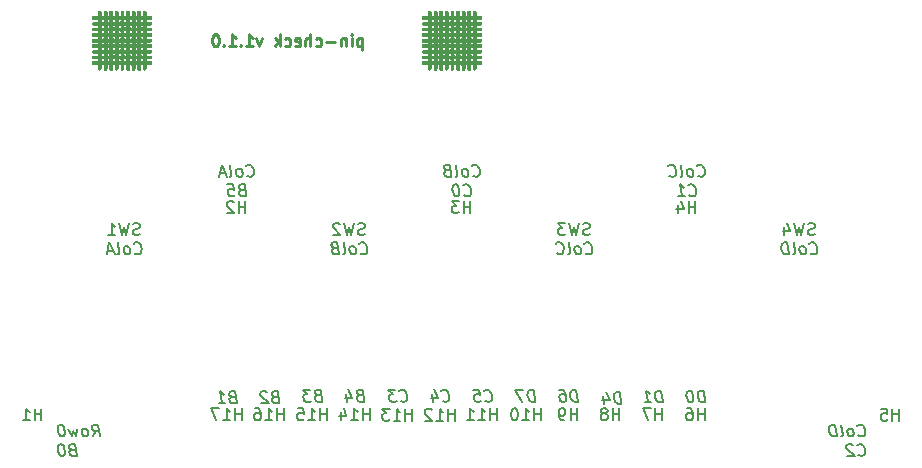
<source format=gbr>
%TF.GenerationSoftware,KiCad,Pcbnew,(5.1.6-0-10_14)*%
%TF.CreationDate,2020-08-01T15:30:54-04:00*%
%TF.ProjectId,pin-check,70696e2d-6368-4656-936b-2e6b69636164,v1.1.0*%
%TF.SameCoordinates,Original*%
%TF.FileFunction,Legend,Bot*%
%TF.FilePolarity,Positive*%
%FSLAX46Y46*%
G04 Gerber Fmt 4.6, Leading zero omitted, Abs format (unit mm)*
G04 Created by KiCad (PCBNEW (5.1.6-0-10_14)) date 2020-08-01 15:30:54*
%MOMM*%
%LPD*%
G01*
G04 APERTURE LIST*
%ADD10C,0.150000*%
%ADD11C,0.250000*%
%ADD12C,0.010000*%
G04 APERTURE END LIST*
D10*
X178462642Y-99163142D02*
X178516213Y-99210761D01*
X178665023Y-99258380D01*
X178760261Y-99258380D01*
X178897166Y-99210761D01*
X178980499Y-99115523D01*
X179016213Y-99020285D01*
X179040023Y-98829809D01*
X179022166Y-98686952D01*
X178950737Y-98496476D01*
X178891213Y-98401238D01*
X178784070Y-98306000D01*
X178635261Y-98258380D01*
X178540023Y-98258380D01*
X178403118Y-98306000D01*
X178361451Y-98353619D01*
X177903118Y-99258380D02*
X177992404Y-99210761D01*
X178034070Y-99163142D01*
X178069785Y-99067904D01*
X178034070Y-98782190D01*
X177974547Y-98686952D01*
X177920975Y-98639333D01*
X177819785Y-98591714D01*
X177676927Y-98591714D01*
X177587642Y-98639333D01*
X177545975Y-98686952D01*
X177510261Y-98782190D01*
X177545975Y-99067904D01*
X177605499Y-99163142D01*
X177659070Y-99210761D01*
X177760261Y-99258380D01*
X177903118Y-99258380D01*
X176998356Y-99258380D02*
X177087642Y-99210761D01*
X177123356Y-99115523D01*
X177016213Y-98258380D01*
X176617404Y-99258380D02*
X176492404Y-98258380D01*
X176254308Y-98258380D01*
X176117404Y-98306000D01*
X176034070Y-98401238D01*
X175998356Y-98496476D01*
X175974547Y-98686952D01*
X175992404Y-98829809D01*
X176063832Y-99020285D01*
X176123356Y-99115523D01*
X176230499Y-99210761D01*
X176379308Y-99258380D01*
X176617404Y-99258380D01*
X159412642Y-99163142D02*
X159466213Y-99210761D01*
X159615023Y-99258380D01*
X159710261Y-99258380D01*
X159847166Y-99210761D01*
X159930499Y-99115523D01*
X159966213Y-99020285D01*
X159990023Y-98829809D01*
X159972166Y-98686952D01*
X159900737Y-98496476D01*
X159841213Y-98401238D01*
X159734070Y-98306000D01*
X159585261Y-98258380D01*
X159490023Y-98258380D01*
X159353118Y-98306000D01*
X159311451Y-98353619D01*
X158853118Y-99258380D02*
X158942404Y-99210761D01*
X158984070Y-99163142D01*
X159019785Y-99067904D01*
X158984070Y-98782190D01*
X158924547Y-98686952D01*
X158870975Y-98639333D01*
X158769785Y-98591714D01*
X158626927Y-98591714D01*
X158537642Y-98639333D01*
X158495975Y-98686952D01*
X158460261Y-98782190D01*
X158495975Y-99067904D01*
X158555499Y-99163142D01*
X158609070Y-99210761D01*
X158710261Y-99258380D01*
X158853118Y-99258380D01*
X157948356Y-99258380D02*
X158037642Y-99210761D01*
X158073356Y-99115523D01*
X157966213Y-98258380D01*
X156984070Y-99163142D02*
X157037642Y-99210761D01*
X157186451Y-99258380D01*
X157281689Y-99258380D01*
X157418594Y-99210761D01*
X157501927Y-99115523D01*
X157537642Y-99020285D01*
X157561451Y-98829809D01*
X157543594Y-98686952D01*
X157472166Y-98496476D01*
X157412642Y-98401238D01*
X157305499Y-98306000D01*
X157156689Y-98258380D01*
X157061451Y-98258380D01*
X156924547Y-98306000D01*
X156882880Y-98353619D01*
X140362642Y-99163142D02*
X140416213Y-99210761D01*
X140565023Y-99258380D01*
X140660261Y-99258380D01*
X140797166Y-99210761D01*
X140880499Y-99115523D01*
X140916213Y-99020285D01*
X140940023Y-98829809D01*
X140922166Y-98686952D01*
X140850737Y-98496476D01*
X140791213Y-98401238D01*
X140684070Y-98306000D01*
X140535261Y-98258380D01*
X140440023Y-98258380D01*
X140303118Y-98306000D01*
X140261451Y-98353619D01*
X139803118Y-99258380D02*
X139892404Y-99210761D01*
X139934070Y-99163142D01*
X139969785Y-99067904D01*
X139934070Y-98782190D01*
X139874547Y-98686952D01*
X139820975Y-98639333D01*
X139719785Y-98591714D01*
X139576927Y-98591714D01*
X139487642Y-98639333D01*
X139445975Y-98686952D01*
X139410261Y-98782190D01*
X139445975Y-99067904D01*
X139505499Y-99163142D01*
X139559070Y-99210761D01*
X139660261Y-99258380D01*
X139803118Y-99258380D01*
X138898356Y-99258380D02*
X138987642Y-99210761D01*
X139023356Y-99115523D01*
X138916213Y-98258380D01*
X138118594Y-98734571D02*
X137981689Y-98782190D01*
X137940023Y-98829809D01*
X137904308Y-98925047D01*
X137922166Y-99067904D01*
X137981689Y-99163142D01*
X138035261Y-99210761D01*
X138136451Y-99258380D01*
X138517404Y-99258380D01*
X138392404Y-98258380D01*
X138059070Y-98258380D01*
X137969785Y-98306000D01*
X137928118Y-98353619D01*
X137892404Y-98448857D01*
X137904308Y-98544095D01*
X137963832Y-98639333D01*
X138017404Y-98686952D01*
X138118594Y-98734571D01*
X138451927Y-98734571D01*
X121241213Y-99163142D02*
X121294785Y-99210761D01*
X121443594Y-99258380D01*
X121538832Y-99258380D01*
X121675737Y-99210761D01*
X121759070Y-99115523D01*
X121794785Y-99020285D01*
X121818594Y-98829809D01*
X121800737Y-98686952D01*
X121729308Y-98496476D01*
X121669785Y-98401238D01*
X121562642Y-98306000D01*
X121413832Y-98258380D01*
X121318594Y-98258380D01*
X121181689Y-98306000D01*
X121140023Y-98353619D01*
X120681689Y-99258380D02*
X120770975Y-99210761D01*
X120812642Y-99163142D01*
X120848356Y-99067904D01*
X120812642Y-98782190D01*
X120753118Y-98686952D01*
X120699547Y-98639333D01*
X120598356Y-98591714D01*
X120455499Y-98591714D01*
X120366213Y-98639333D01*
X120324547Y-98686952D01*
X120288832Y-98782190D01*
X120324547Y-99067904D01*
X120384070Y-99163142D01*
X120437642Y-99210761D01*
X120538832Y-99258380D01*
X120681689Y-99258380D01*
X119776927Y-99258380D02*
X119866213Y-99210761D01*
X119901927Y-99115523D01*
X119794785Y-98258380D01*
X119407880Y-98972666D02*
X118931689Y-98972666D01*
X119538832Y-99258380D02*
X119080499Y-98258380D01*
X118872166Y-99258380D01*
X178803133Y-97585161D02*
X178660276Y-97632780D01*
X178422180Y-97632780D01*
X178326942Y-97585161D01*
X178279323Y-97537542D01*
X178231704Y-97442304D01*
X178231704Y-97347066D01*
X178279323Y-97251828D01*
X178326942Y-97204209D01*
X178422180Y-97156590D01*
X178612657Y-97108971D01*
X178707895Y-97061352D01*
X178755514Y-97013733D01*
X178803133Y-96918495D01*
X178803133Y-96823257D01*
X178755514Y-96728019D01*
X178707895Y-96680400D01*
X178612657Y-96632780D01*
X178374561Y-96632780D01*
X178231704Y-96680400D01*
X177898371Y-96632780D02*
X177660276Y-97632780D01*
X177469800Y-96918495D01*
X177279323Y-97632780D01*
X177041228Y-96632780D01*
X176231704Y-96966114D02*
X176231704Y-97632780D01*
X176469800Y-96585161D02*
X176707895Y-97299447D01*
X176088847Y-97299447D01*
X159753133Y-97585161D02*
X159610276Y-97632780D01*
X159372180Y-97632780D01*
X159276942Y-97585161D01*
X159229323Y-97537542D01*
X159181704Y-97442304D01*
X159181704Y-97347066D01*
X159229323Y-97251828D01*
X159276942Y-97204209D01*
X159372180Y-97156590D01*
X159562657Y-97108971D01*
X159657895Y-97061352D01*
X159705514Y-97013733D01*
X159753133Y-96918495D01*
X159753133Y-96823257D01*
X159705514Y-96728019D01*
X159657895Y-96680400D01*
X159562657Y-96632780D01*
X159324561Y-96632780D01*
X159181704Y-96680400D01*
X158848371Y-96632780D02*
X158610276Y-97632780D01*
X158419800Y-96918495D01*
X158229323Y-97632780D01*
X157991228Y-96632780D01*
X157705514Y-96632780D02*
X157086466Y-96632780D01*
X157419800Y-97013733D01*
X157276942Y-97013733D01*
X157181704Y-97061352D01*
X157134085Y-97108971D01*
X157086466Y-97204209D01*
X157086466Y-97442304D01*
X157134085Y-97537542D01*
X157181704Y-97585161D01*
X157276942Y-97632780D01*
X157562657Y-97632780D01*
X157657895Y-97585161D01*
X157705514Y-97537542D01*
X140703133Y-97585161D02*
X140560276Y-97632780D01*
X140322180Y-97632780D01*
X140226942Y-97585161D01*
X140179323Y-97537542D01*
X140131704Y-97442304D01*
X140131704Y-97347066D01*
X140179323Y-97251828D01*
X140226942Y-97204209D01*
X140322180Y-97156590D01*
X140512657Y-97108971D01*
X140607895Y-97061352D01*
X140655514Y-97013733D01*
X140703133Y-96918495D01*
X140703133Y-96823257D01*
X140655514Y-96728019D01*
X140607895Y-96680400D01*
X140512657Y-96632780D01*
X140274561Y-96632780D01*
X140131704Y-96680400D01*
X139798371Y-96632780D02*
X139560276Y-97632780D01*
X139369800Y-96918495D01*
X139179323Y-97632780D01*
X138941228Y-96632780D01*
X138607895Y-96728019D02*
X138560276Y-96680400D01*
X138465038Y-96632780D01*
X138226942Y-96632780D01*
X138131704Y-96680400D01*
X138084085Y-96728019D01*
X138036466Y-96823257D01*
X138036466Y-96918495D01*
X138084085Y-97061352D01*
X138655514Y-97632780D01*
X138036466Y-97632780D01*
X121653133Y-97585161D02*
X121510276Y-97632780D01*
X121272180Y-97632780D01*
X121176942Y-97585161D01*
X121129323Y-97537542D01*
X121081704Y-97442304D01*
X121081704Y-97347066D01*
X121129323Y-97251828D01*
X121176942Y-97204209D01*
X121272180Y-97156590D01*
X121462657Y-97108971D01*
X121557895Y-97061352D01*
X121605514Y-97013733D01*
X121653133Y-96918495D01*
X121653133Y-96823257D01*
X121605514Y-96728019D01*
X121557895Y-96680400D01*
X121462657Y-96632780D01*
X121224561Y-96632780D01*
X121081704Y-96680400D01*
X120748371Y-96632780D02*
X120510276Y-97632780D01*
X120319800Y-96918495D01*
X120129323Y-97632780D01*
X119891228Y-96632780D01*
X118986466Y-97632780D02*
X119557895Y-97632780D01*
X119272180Y-97632780D02*
X119272180Y-96632780D01*
X119367419Y-96775638D01*
X119462657Y-96870876D01*
X119557895Y-96918495D01*
X129458570Y-111345671D02*
X129321666Y-111393290D01*
X129279999Y-111440909D01*
X129244285Y-111536147D01*
X129262142Y-111679004D01*
X129321666Y-111774242D01*
X129375237Y-111821861D01*
X129476427Y-111869480D01*
X129857380Y-111869480D01*
X129732380Y-110869480D01*
X129399047Y-110869480D01*
X129309761Y-110917100D01*
X129268094Y-110964719D01*
X129232380Y-111059957D01*
X129244285Y-111155195D01*
X129303808Y-111250433D01*
X129357380Y-111298052D01*
X129458570Y-111345671D01*
X129791904Y-111345671D01*
X128333570Y-111869480D02*
X128904999Y-111869480D01*
X128619285Y-111869480D02*
X128494285Y-110869480D01*
X128607380Y-111012338D01*
X128714523Y-111107576D01*
X128815713Y-111155195D01*
X133078070Y-111345671D02*
X132941166Y-111393290D01*
X132899499Y-111440909D01*
X132863785Y-111536147D01*
X132881642Y-111679004D01*
X132941166Y-111774242D01*
X132994737Y-111821861D01*
X133095927Y-111869480D01*
X133476880Y-111869480D01*
X133351880Y-110869480D01*
X133018547Y-110869480D01*
X132929261Y-110917100D01*
X132887594Y-110964719D01*
X132851880Y-111059957D01*
X132863785Y-111155195D01*
X132923308Y-111250433D01*
X132976880Y-111298052D01*
X133078070Y-111345671D01*
X133411404Y-111345671D01*
X132411404Y-110964719D02*
X132357832Y-110917100D01*
X132256642Y-110869480D01*
X132018547Y-110869480D01*
X131929261Y-110917100D01*
X131887594Y-110964719D01*
X131851880Y-111059957D01*
X131863785Y-111155195D01*
X131929261Y-111298052D01*
X132572118Y-111869480D01*
X131953070Y-111869480D01*
X136697570Y-111218671D02*
X136560666Y-111266290D01*
X136518999Y-111313909D01*
X136483285Y-111409147D01*
X136501142Y-111552004D01*
X136560666Y-111647242D01*
X136614237Y-111694861D01*
X136715427Y-111742480D01*
X137096380Y-111742480D01*
X136971380Y-110742480D01*
X136638047Y-110742480D01*
X136548761Y-110790100D01*
X136507094Y-110837719D01*
X136471380Y-110932957D01*
X136483285Y-111028195D01*
X136542808Y-111123433D01*
X136596380Y-111171052D01*
X136697570Y-111218671D01*
X137030904Y-111218671D01*
X136066618Y-110742480D02*
X135447570Y-110742480D01*
X135828523Y-111123433D01*
X135685666Y-111123433D01*
X135596380Y-111171052D01*
X135554713Y-111218671D01*
X135518999Y-111313909D01*
X135548761Y-111552004D01*
X135608285Y-111647242D01*
X135661856Y-111694861D01*
X135763047Y-111742480D01*
X136048761Y-111742480D01*
X136138047Y-111694861D01*
X136179713Y-111647242D01*
X140253570Y-111218671D02*
X140116666Y-111266290D01*
X140074999Y-111313909D01*
X140039285Y-111409147D01*
X140057142Y-111552004D01*
X140116666Y-111647242D01*
X140170237Y-111694861D01*
X140271427Y-111742480D01*
X140652380Y-111742480D01*
X140527380Y-110742480D01*
X140194047Y-110742480D01*
X140104761Y-110790100D01*
X140063094Y-110837719D01*
X140027380Y-110932957D01*
X140039285Y-111028195D01*
X140098808Y-111123433D01*
X140152380Y-111171052D01*
X140253570Y-111218671D01*
X140586904Y-111218671D01*
X139140475Y-111075814D02*
X139223808Y-111742480D01*
X139330951Y-110694861D02*
X139658332Y-111409147D01*
X139039285Y-111409147D01*
X143752047Y-111647242D02*
X143805618Y-111694861D01*
X143954427Y-111742480D01*
X144049666Y-111742480D01*
X144186570Y-111694861D01*
X144269904Y-111599623D01*
X144305618Y-111504385D01*
X144329427Y-111313909D01*
X144311570Y-111171052D01*
X144240142Y-110980576D01*
X144180618Y-110885338D01*
X144073475Y-110790100D01*
X143924666Y-110742480D01*
X143829427Y-110742480D01*
X143692523Y-110790100D01*
X143650856Y-110837719D01*
X143305618Y-110742480D02*
X142686570Y-110742480D01*
X143067523Y-111123433D01*
X142924666Y-111123433D01*
X142835380Y-111171052D01*
X142793713Y-111218671D01*
X142757999Y-111313909D01*
X142787761Y-111552004D01*
X142847285Y-111647242D01*
X142900856Y-111694861D01*
X143002047Y-111742480D01*
X143287761Y-111742480D01*
X143377047Y-111694861D01*
X143418713Y-111647242D01*
X147308047Y-111647242D02*
X147361618Y-111694861D01*
X147510427Y-111742480D01*
X147605666Y-111742480D01*
X147742570Y-111694861D01*
X147825904Y-111599623D01*
X147861618Y-111504385D01*
X147885427Y-111313909D01*
X147867570Y-111171052D01*
X147796142Y-110980576D01*
X147736618Y-110885338D01*
X147629475Y-110790100D01*
X147480666Y-110742480D01*
X147385427Y-110742480D01*
X147248523Y-110790100D01*
X147206856Y-110837719D01*
X146379475Y-111075814D02*
X146462808Y-111742480D01*
X146569951Y-110694861D02*
X146897332Y-111409147D01*
X146278285Y-111409147D01*
X150927547Y-111647242D02*
X150981118Y-111694861D01*
X151129927Y-111742480D01*
X151225166Y-111742480D01*
X151362070Y-111694861D01*
X151445404Y-111599623D01*
X151481118Y-111504385D01*
X151504927Y-111313909D01*
X151487070Y-111171052D01*
X151415642Y-110980576D01*
X151356118Y-110885338D01*
X151248975Y-110790100D01*
X151100166Y-110742480D01*
X151004927Y-110742480D01*
X150868023Y-110790100D01*
X150826356Y-110837719D01*
X149909689Y-110742480D02*
X150385880Y-110742480D01*
X150493023Y-111218671D01*
X150439451Y-111171052D01*
X150338261Y-111123433D01*
X150100166Y-111123433D01*
X150010880Y-111171052D01*
X149969213Y-111218671D01*
X149933499Y-111313909D01*
X149963261Y-111552004D01*
X150022785Y-111647242D01*
X150076356Y-111694861D01*
X150177547Y-111742480D01*
X150415642Y-111742480D01*
X150504927Y-111694861D01*
X150546594Y-111647242D01*
X155130380Y-111742480D02*
X155005380Y-110742480D01*
X154767285Y-110742480D01*
X154630380Y-110790100D01*
X154547047Y-110885338D01*
X154511332Y-110980576D01*
X154487523Y-111171052D01*
X154505380Y-111313909D01*
X154576808Y-111504385D01*
X154636332Y-111599623D01*
X154743475Y-111694861D01*
X154892285Y-111742480D01*
X155130380Y-111742480D01*
X154100618Y-110742480D02*
X153433951Y-110742480D01*
X153987523Y-111742480D01*
X158749880Y-111742480D02*
X158624880Y-110742480D01*
X158386785Y-110742480D01*
X158249880Y-110790100D01*
X158166547Y-110885338D01*
X158130832Y-110980576D01*
X158107023Y-111171052D01*
X158124880Y-111313909D01*
X158196308Y-111504385D01*
X158255832Y-111599623D01*
X158362975Y-111694861D01*
X158511785Y-111742480D01*
X158749880Y-111742480D01*
X157196308Y-110742480D02*
X157386785Y-110742480D01*
X157487975Y-110790100D01*
X157541547Y-110837719D01*
X157654642Y-110980576D01*
X157726070Y-111171052D01*
X157773689Y-111552004D01*
X157737975Y-111647242D01*
X157696308Y-111694861D01*
X157607023Y-111742480D01*
X157416547Y-111742480D01*
X157315356Y-111694861D01*
X157261785Y-111647242D01*
X157202261Y-111552004D01*
X157172499Y-111313909D01*
X157208213Y-111218671D01*
X157249880Y-111171052D01*
X157339166Y-111123433D01*
X157529642Y-111123433D01*
X157630832Y-111171052D01*
X157684404Y-111218671D01*
X157743927Y-111313909D01*
X162432880Y-111932980D02*
X162307880Y-110932980D01*
X162069785Y-110932980D01*
X161932880Y-110980600D01*
X161849547Y-111075838D01*
X161813832Y-111171076D01*
X161790023Y-111361552D01*
X161807880Y-111504409D01*
X161879308Y-111694885D01*
X161938832Y-111790123D01*
X162045975Y-111885361D01*
X162194785Y-111932980D01*
X162432880Y-111932980D01*
X160920975Y-111266314D02*
X161004308Y-111932980D01*
X161111451Y-110885361D02*
X161438832Y-111599647D01*
X160819785Y-111599647D01*
X165925380Y-111805980D02*
X165800380Y-110805980D01*
X165562285Y-110805980D01*
X165425380Y-110853600D01*
X165342047Y-110948838D01*
X165306332Y-111044076D01*
X165282523Y-111234552D01*
X165300380Y-111377409D01*
X165371808Y-111567885D01*
X165431332Y-111663123D01*
X165538475Y-111758361D01*
X165687285Y-111805980D01*
X165925380Y-111805980D01*
X164401570Y-111805980D02*
X164972999Y-111805980D01*
X164687285Y-111805980D02*
X164562285Y-110805980D01*
X164675380Y-110948838D01*
X164782523Y-111044076D01*
X164883713Y-111091695D01*
X169544880Y-111805980D02*
X169419880Y-110805980D01*
X169181785Y-110805980D01*
X169044880Y-110853600D01*
X168961547Y-110948838D01*
X168925832Y-111044076D01*
X168902023Y-111234552D01*
X168919880Y-111377409D01*
X168991308Y-111567885D01*
X169050832Y-111663123D01*
X169157975Y-111758361D01*
X169306785Y-111805980D01*
X169544880Y-111805980D01*
X168229404Y-110805980D02*
X168134166Y-110805980D01*
X168044880Y-110853600D01*
X168003213Y-110901219D01*
X167967499Y-110996457D01*
X167943689Y-111186933D01*
X167973451Y-111425028D01*
X168044880Y-111615504D01*
X168104404Y-111710742D01*
X168157975Y-111758361D01*
X168259166Y-111805980D01*
X168354404Y-111805980D01*
X168443689Y-111758361D01*
X168485356Y-111710742D01*
X168521070Y-111615504D01*
X168544880Y-111425028D01*
X168515118Y-111186933D01*
X168443689Y-110996457D01*
X168384166Y-110901219D01*
X168330594Y-110853600D01*
X168229404Y-110805980D01*
X182513919Y-114594142D02*
X182567490Y-114641761D01*
X182716300Y-114689380D01*
X182811538Y-114689380D01*
X182948442Y-114641761D01*
X183031776Y-114546523D01*
X183067490Y-114451285D01*
X183091300Y-114260809D01*
X183073442Y-114117952D01*
X183002014Y-113927476D01*
X182942490Y-113832238D01*
X182835347Y-113737000D01*
X182686538Y-113689380D01*
X182591300Y-113689380D01*
X182454395Y-113737000D01*
X182412728Y-113784619D01*
X181954395Y-114689380D02*
X182043680Y-114641761D01*
X182085347Y-114594142D01*
X182121061Y-114498904D01*
X182085347Y-114213190D01*
X182025823Y-114117952D01*
X181972252Y-114070333D01*
X181871061Y-114022714D01*
X181728204Y-114022714D01*
X181638919Y-114070333D01*
X181597252Y-114117952D01*
X181561538Y-114213190D01*
X181597252Y-114498904D01*
X181656776Y-114594142D01*
X181710347Y-114641761D01*
X181811538Y-114689380D01*
X181954395Y-114689380D01*
X181049633Y-114689380D02*
X181138919Y-114641761D01*
X181174633Y-114546523D01*
X181067490Y-113689380D01*
X180668680Y-114689380D02*
X180543680Y-113689380D01*
X180305585Y-113689380D01*
X180168680Y-113737000D01*
X180085347Y-113832238D01*
X180049633Y-113927476D01*
X180025823Y-114117952D01*
X180043680Y-114260809D01*
X180115109Y-114451285D01*
X180174633Y-114546523D01*
X180281776Y-114641761D01*
X180430585Y-114689380D01*
X180668680Y-114689380D01*
X182513919Y-116244142D02*
X182567490Y-116291761D01*
X182716300Y-116339380D01*
X182811538Y-116339380D01*
X182948442Y-116291761D01*
X183031776Y-116196523D01*
X183067490Y-116101285D01*
X183091300Y-115910809D01*
X183073442Y-115767952D01*
X183002014Y-115577476D01*
X182942490Y-115482238D01*
X182835347Y-115387000D01*
X182686538Y-115339380D01*
X182591300Y-115339380D01*
X182454395Y-115387000D01*
X182412728Y-115434619D01*
X182031776Y-115434619D02*
X181978204Y-115387000D01*
X181877014Y-115339380D01*
X181638919Y-115339380D01*
X181549633Y-115387000D01*
X181507966Y-115434619D01*
X181472252Y-115529857D01*
X181484157Y-115625095D01*
X181549633Y-115767952D01*
X182192490Y-116339380D01*
X181573442Y-116339380D01*
X168937642Y-92597742D02*
X168991213Y-92645361D01*
X169140023Y-92692980D01*
X169235261Y-92692980D01*
X169372166Y-92645361D01*
X169455499Y-92550123D01*
X169491213Y-92454885D01*
X169515023Y-92264409D01*
X169497166Y-92121552D01*
X169425737Y-91931076D01*
X169366213Y-91835838D01*
X169259070Y-91740600D01*
X169110261Y-91692980D01*
X169015023Y-91692980D01*
X168878118Y-91740600D01*
X168836451Y-91788219D01*
X168378118Y-92692980D02*
X168467404Y-92645361D01*
X168509070Y-92597742D01*
X168544785Y-92502504D01*
X168509070Y-92216790D01*
X168449547Y-92121552D01*
X168395975Y-92073933D01*
X168294785Y-92026314D01*
X168151927Y-92026314D01*
X168062642Y-92073933D01*
X168020975Y-92121552D01*
X167985261Y-92216790D01*
X168020975Y-92502504D01*
X168080499Y-92597742D01*
X168134070Y-92645361D01*
X168235261Y-92692980D01*
X168378118Y-92692980D01*
X167473356Y-92692980D02*
X167562642Y-92645361D01*
X167598356Y-92550123D01*
X167491213Y-91692980D01*
X166509070Y-92597742D02*
X166562642Y-92645361D01*
X166711451Y-92692980D01*
X166806689Y-92692980D01*
X166943594Y-92645361D01*
X167026927Y-92550123D01*
X167062642Y-92454885D01*
X167086451Y-92264409D01*
X167068594Y-92121552D01*
X166997166Y-91931076D01*
X166937642Y-91835838D01*
X166830499Y-91740600D01*
X166681689Y-91692980D01*
X166586451Y-91692980D01*
X166449547Y-91740600D01*
X166407880Y-91788219D01*
X168199547Y-94247742D02*
X168253118Y-94295361D01*
X168401927Y-94342980D01*
X168497166Y-94342980D01*
X168634070Y-94295361D01*
X168717404Y-94200123D01*
X168753118Y-94104885D01*
X168776927Y-93914409D01*
X168759070Y-93771552D01*
X168687642Y-93581076D01*
X168628118Y-93485838D01*
X168520975Y-93390600D01*
X168372166Y-93342980D01*
X168276927Y-93342980D01*
X168140023Y-93390600D01*
X168098356Y-93438219D01*
X167259070Y-94342980D02*
X167830499Y-94342980D01*
X167544785Y-94342980D02*
X167419785Y-93342980D01*
X167532880Y-93485838D01*
X167640023Y-93581076D01*
X167741213Y-93628695D01*
X149887642Y-92597742D02*
X149941213Y-92645361D01*
X150090023Y-92692980D01*
X150185261Y-92692980D01*
X150322166Y-92645361D01*
X150405499Y-92550123D01*
X150441213Y-92454885D01*
X150465023Y-92264409D01*
X150447166Y-92121552D01*
X150375737Y-91931076D01*
X150316213Y-91835838D01*
X150209070Y-91740600D01*
X150060261Y-91692980D01*
X149965023Y-91692980D01*
X149828118Y-91740600D01*
X149786451Y-91788219D01*
X149328118Y-92692980D02*
X149417404Y-92645361D01*
X149459070Y-92597742D01*
X149494785Y-92502504D01*
X149459070Y-92216790D01*
X149399547Y-92121552D01*
X149345975Y-92073933D01*
X149244785Y-92026314D01*
X149101927Y-92026314D01*
X149012642Y-92073933D01*
X148970975Y-92121552D01*
X148935261Y-92216790D01*
X148970975Y-92502504D01*
X149030499Y-92597742D01*
X149084070Y-92645361D01*
X149185261Y-92692980D01*
X149328118Y-92692980D01*
X148423356Y-92692980D02*
X148512642Y-92645361D01*
X148548356Y-92550123D01*
X148441213Y-91692980D01*
X147643594Y-92169171D02*
X147506689Y-92216790D01*
X147465023Y-92264409D01*
X147429308Y-92359647D01*
X147447166Y-92502504D01*
X147506689Y-92597742D01*
X147560261Y-92645361D01*
X147661451Y-92692980D01*
X148042404Y-92692980D01*
X147917404Y-91692980D01*
X147584070Y-91692980D01*
X147494785Y-91740600D01*
X147453118Y-91788219D01*
X147417404Y-91883457D01*
X147429308Y-91978695D01*
X147488832Y-92073933D01*
X147542404Y-92121552D01*
X147643594Y-92169171D01*
X147976927Y-92169171D01*
X149149547Y-94247742D02*
X149203118Y-94295361D01*
X149351927Y-94342980D01*
X149447166Y-94342980D01*
X149584070Y-94295361D01*
X149667404Y-94200123D01*
X149703118Y-94104885D01*
X149726927Y-93914409D01*
X149709070Y-93771552D01*
X149637642Y-93581076D01*
X149578118Y-93485838D01*
X149470975Y-93390600D01*
X149322166Y-93342980D01*
X149226927Y-93342980D01*
X149090023Y-93390600D01*
X149048356Y-93438219D01*
X148417404Y-93342980D02*
X148322166Y-93342980D01*
X148232880Y-93390600D01*
X148191213Y-93438219D01*
X148155499Y-93533457D01*
X148131689Y-93723933D01*
X148161451Y-93962028D01*
X148232880Y-94152504D01*
X148292404Y-94247742D01*
X148345975Y-94295361D01*
X148447166Y-94342980D01*
X148542404Y-94342980D01*
X148631689Y-94295361D01*
X148673356Y-94247742D01*
X148709070Y-94152504D01*
X148732880Y-93962028D01*
X148703118Y-93723933D01*
X148631689Y-93533457D01*
X148572166Y-93438219D01*
X148518594Y-93390600D01*
X148417404Y-93342980D01*
X130766213Y-92597742D02*
X130819785Y-92645361D01*
X130968594Y-92692980D01*
X131063832Y-92692980D01*
X131200737Y-92645361D01*
X131284070Y-92550123D01*
X131319785Y-92454885D01*
X131343594Y-92264409D01*
X131325737Y-92121552D01*
X131254308Y-91931076D01*
X131194785Y-91835838D01*
X131087642Y-91740600D01*
X130938832Y-91692980D01*
X130843594Y-91692980D01*
X130706689Y-91740600D01*
X130665023Y-91788219D01*
X130206689Y-92692980D02*
X130295975Y-92645361D01*
X130337642Y-92597742D01*
X130373356Y-92502504D01*
X130337642Y-92216790D01*
X130278118Y-92121552D01*
X130224547Y-92073933D01*
X130123356Y-92026314D01*
X129980499Y-92026314D01*
X129891213Y-92073933D01*
X129849547Y-92121552D01*
X129813832Y-92216790D01*
X129849547Y-92502504D01*
X129909070Y-92597742D01*
X129962642Y-92645361D01*
X130063832Y-92692980D01*
X130206689Y-92692980D01*
X129301927Y-92692980D02*
X129391213Y-92645361D01*
X129426927Y-92550123D01*
X129319785Y-91692980D01*
X128932880Y-92407266D02*
X128456689Y-92407266D01*
X129063832Y-92692980D02*
X128605499Y-91692980D01*
X128397166Y-92692980D01*
X130284070Y-93819171D02*
X130147166Y-93866790D01*
X130105499Y-93914409D01*
X130069785Y-94009647D01*
X130087642Y-94152504D01*
X130147166Y-94247742D01*
X130200737Y-94295361D01*
X130301927Y-94342980D01*
X130682880Y-94342980D01*
X130557880Y-93342980D01*
X130224547Y-93342980D01*
X130135261Y-93390600D01*
X130093594Y-93438219D01*
X130057880Y-93533457D01*
X130069785Y-93628695D01*
X130129308Y-93723933D01*
X130182880Y-93771552D01*
X130284070Y-93819171D01*
X130617404Y-93819171D01*
X129081689Y-93342980D02*
X129557880Y-93342980D01*
X129665023Y-93819171D01*
X129611451Y-93771552D01*
X129510261Y-93723933D01*
X129272166Y-93723933D01*
X129182880Y-93771552D01*
X129141213Y-93819171D01*
X129105499Y-93914409D01*
X129135261Y-94152504D01*
X129194785Y-94247742D01*
X129248356Y-94295361D01*
X129349547Y-94342980D01*
X129587642Y-94342980D01*
X129676927Y-94295361D01*
X129718594Y-94247742D01*
X117698660Y-114689380D02*
X117972470Y-114213190D01*
X118270089Y-114689380D02*
X118145089Y-113689380D01*
X117764136Y-113689380D01*
X117674851Y-113737000D01*
X117633184Y-113784619D01*
X117597470Y-113879857D01*
X117615327Y-114022714D01*
X117674851Y-114117952D01*
X117728422Y-114165571D01*
X117829613Y-114213190D01*
X118210565Y-114213190D01*
X117127232Y-114689380D02*
X117216517Y-114641761D01*
X117258184Y-114594142D01*
X117293898Y-114498904D01*
X117258184Y-114213190D01*
X117198660Y-114117952D01*
X117145089Y-114070333D01*
X117043898Y-114022714D01*
X116901041Y-114022714D01*
X116811755Y-114070333D01*
X116770089Y-114117952D01*
X116734375Y-114213190D01*
X116770089Y-114498904D01*
X116829613Y-114594142D01*
X116883184Y-114641761D01*
X116984375Y-114689380D01*
X117127232Y-114689380D01*
X116377232Y-114022714D02*
X116270089Y-114689380D01*
X116020089Y-114213190D01*
X115889136Y-114689380D01*
X115615327Y-114022714D01*
X115002232Y-113689380D02*
X114906994Y-113689380D01*
X114817708Y-113737000D01*
X114776041Y-113784619D01*
X114740327Y-113879857D01*
X114716517Y-114070333D01*
X114746279Y-114308428D01*
X114817708Y-114498904D01*
X114877232Y-114594142D01*
X114930803Y-114641761D01*
X115031994Y-114689380D01*
X115127232Y-114689380D01*
X115216517Y-114641761D01*
X115258184Y-114594142D01*
X115293898Y-114498904D01*
X115317708Y-114308428D01*
X115287946Y-114070333D01*
X115216517Y-113879857D01*
X115156994Y-113784619D01*
X115103422Y-113737000D01*
X115002232Y-113689380D01*
X115918898Y-115815571D02*
X115781994Y-115863190D01*
X115740327Y-115910809D01*
X115704613Y-116006047D01*
X115722470Y-116148904D01*
X115781994Y-116244142D01*
X115835565Y-116291761D01*
X115936755Y-116339380D01*
X116317708Y-116339380D01*
X116192708Y-115339380D01*
X115859375Y-115339380D01*
X115770089Y-115387000D01*
X115728422Y-115434619D01*
X115692708Y-115529857D01*
X115704613Y-115625095D01*
X115764136Y-115720333D01*
X115817708Y-115767952D01*
X115918898Y-115815571D01*
X116252232Y-115815571D01*
X115002232Y-115339380D02*
X114906994Y-115339380D01*
X114817708Y-115387000D01*
X114776041Y-115434619D01*
X114740327Y-115529857D01*
X114716517Y-115720333D01*
X114746279Y-115958428D01*
X114817708Y-116148904D01*
X114877232Y-116244142D01*
X114930803Y-116291761D01*
X115031994Y-116339380D01*
X115127232Y-116339380D01*
X115216517Y-116291761D01*
X115258184Y-116244142D01*
X115293898Y-116148904D01*
X115317708Y-115958428D01*
X115287946Y-115720333D01*
X115216517Y-115529857D01*
X115156994Y-115434619D01*
X115103422Y-115387000D01*
X115002232Y-115339380D01*
D11*
X140496133Y-80976814D02*
X140496133Y-81976814D01*
X140496133Y-81024433D02*
X140400895Y-80976814D01*
X140210419Y-80976814D01*
X140115180Y-81024433D01*
X140067561Y-81072052D01*
X140019942Y-81167290D01*
X140019942Y-81453004D01*
X140067561Y-81548242D01*
X140115180Y-81595861D01*
X140210419Y-81643480D01*
X140400895Y-81643480D01*
X140496133Y-81595861D01*
X139591371Y-81643480D02*
X139591371Y-80976814D01*
X139591371Y-80643480D02*
X139638990Y-80691100D01*
X139591371Y-80738719D01*
X139543752Y-80691100D01*
X139591371Y-80643480D01*
X139591371Y-80738719D01*
X139115180Y-80976814D02*
X139115180Y-81643480D01*
X139115180Y-81072052D02*
X139067561Y-81024433D01*
X138972323Y-80976814D01*
X138829466Y-80976814D01*
X138734228Y-81024433D01*
X138686609Y-81119671D01*
X138686609Y-81643480D01*
X138210419Y-81262528D02*
X137448514Y-81262528D01*
X136543752Y-81595861D02*
X136638990Y-81643480D01*
X136829466Y-81643480D01*
X136924704Y-81595861D01*
X136972323Y-81548242D01*
X137019942Y-81453004D01*
X137019942Y-81167290D01*
X136972323Y-81072052D01*
X136924704Y-81024433D01*
X136829466Y-80976814D01*
X136638990Y-80976814D01*
X136543752Y-81024433D01*
X136115180Y-81643480D02*
X136115180Y-80643480D01*
X135686609Y-81643480D02*
X135686609Y-81119671D01*
X135734228Y-81024433D01*
X135829466Y-80976814D01*
X135972323Y-80976814D01*
X136067561Y-81024433D01*
X136115180Y-81072052D01*
X134829466Y-81595861D02*
X134924704Y-81643480D01*
X135115180Y-81643480D01*
X135210419Y-81595861D01*
X135258038Y-81500623D01*
X135258038Y-81119671D01*
X135210419Y-81024433D01*
X135115180Y-80976814D01*
X134924704Y-80976814D01*
X134829466Y-81024433D01*
X134781847Y-81119671D01*
X134781847Y-81214909D01*
X135258038Y-81310147D01*
X133924704Y-81595861D02*
X134019942Y-81643480D01*
X134210419Y-81643480D01*
X134305657Y-81595861D01*
X134353276Y-81548242D01*
X134400895Y-81453004D01*
X134400895Y-81167290D01*
X134353276Y-81072052D01*
X134305657Y-81024433D01*
X134210419Y-80976814D01*
X134019942Y-80976814D01*
X133924704Y-81024433D01*
X133496133Y-81643480D02*
X133496133Y-80643480D01*
X133400895Y-81262528D02*
X133115180Y-81643480D01*
X133115180Y-80976814D02*
X133496133Y-81357766D01*
X132019942Y-80976814D02*
X131781847Y-81643480D01*
X131543752Y-80976814D01*
X130638990Y-81643480D02*
X131210419Y-81643480D01*
X130924704Y-81643480D02*
X130924704Y-80643480D01*
X131019942Y-80786338D01*
X131115180Y-80881576D01*
X131210419Y-80929195D01*
X130210419Y-81548242D02*
X130162800Y-81595861D01*
X130210419Y-81643480D01*
X130258038Y-81595861D01*
X130210419Y-81548242D01*
X130210419Y-81643480D01*
X129210419Y-81643480D02*
X129781847Y-81643480D01*
X129496133Y-81643480D02*
X129496133Y-80643480D01*
X129591371Y-80786338D01*
X129686609Y-80881576D01*
X129781847Y-80929195D01*
X128781847Y-81548242D02*
X128734228Y-81595861D01*
X128781847Y-81643480D01*
X128829466Y-81595861D01*
X128781847Y-81548242D01*
X128781847Y-81643480D01*
X128115180Y-80643480D02*
X128019942Y-80643480D01*
X127924704Y-80691100D01*
X127877085Y-80738719D01*
X127829466Y-80833957D01*
X127781847Y-81024433D01*
X127781847Y-81262528D01*
X127829466Y-81453004D01*
X127877085Y-81548242D01*
X127924704Y-81595861D01*
X128019942Y-81643480D01*
X128115180Y-81643480D01*
X128210419Y-81595861D01*
X128258038Y-81548242D01*
X128305657Y-81453004D01*
X128353276Y-81262528D01*
X128353276Y-81024433D01*
X128305657Y-80833957D01*
X128258038Y-80738719D01*
X128210419Y-80691100D01*
X128115180Y-80643480D01*
D12*
%TO.C,G\u002A\u002A\u002A*%
G36*
X118804904Y-83621357D02*
G01*
X118842694Y-83595735D01*
X118857037Y-83527560D01*
X118859300Y-83395994D01*
X118859300Y-83392433D01*
X118862047Y-83259085D01*
X118876568Y-83189651D01*
X118912278Y-83163414D01*
X118965134Y-83159600D01*
X119025746Y-83165644D01*
X119057307Y-83197588D01*
X119069233Y-83276152D01*
X119070967Y-83392433D01*
X119073099Y-83525540D01*
X119087075Y-83594822D01*
X119124261Y-83621117D01*
X119196025Y-83625266D01*
X119197967Y-83625266D01*
X119270571Y-83621357D01*
X119308361Y-83595735D01*
X119322703Y-83527560D01*
X119324967Y-83395994D01*
X119324967Y-83392433D01*
X119327099Y-83259326D01*
X119341075Y-83190045D01*
X119378261Y-83163749D01*
X119450025Y-83159600D01*
X119451967Y-83159600D01*
X119524571Y-83163510D01*
X119562361Y-83189132D01*
X119576703Y-83257306D01*
X119578967Y-83388873D01*
X119578967Y-83392433D01*
X119581714Y-83525782D01*
X119596234Y-83595215D01*
X119631945Y-83621452D01*
X119684800Y-83625266D01*
X119745413Y-83619223D01*
X119776974Y-83587278D01*
X119788900Y-83508715D01*
X119790634Y-83392433D01*
X119792766Y-83259326D01*
X119806742Y-83190045D01*
X119843928Y-83163749D01*
X119915691Y-83159600D01*
X119917634Y-83159600D01*
X119990237Y-83163510D01*
X120028027Y-83189132D01*
X120042370Y-83257306D01*
X120044633Y-83388873D01*
X120044634Y-83392433D01*
X120047381Y-83525782D01*
X120061901Y-83595215D01*
X120097612Y-83621452D01*
X120150467Y-83625266D01*
X120211080Y-83619223D01*
X120242640Y-83587278D01*
X120254566Y-83508715D01*
X120256300Y-83392433D01*
X120258433Y-83259326D01*
X120272408Y-83190045D01*
X120309595Y-83163749D01*
X120381358Y-83159600D01*
X120383300Y-83159600D01*
X120455904Y-83163510D01*
X120493694Y-83189132D01*
X120508037Y-83257306D01*
X120510300Y-83388873D01*
X120510300Y-83392433D01*
X120512433Y-83525540D01*
X120526408Y-83594822D01*
X120563595Y-83621117D01*
X120635358Y-83625266D01*
X120637300Y-83625266D01*
X120709904Y-83621357D01*
X120747694Y-83595735D01*
X120762037Y-83527560D01*
X120764300Y-83395994D01*
X120764300Y-83392433D01*
X120767047Y-83259085D01*
X120781568Y-83189651D01*
X120817278Y-83163414D01*
X120870134Y-83159600D01*
X120930746Y-83165644D01*
X120962307Y-83197588D01*
X120974233Y-83276152D01*
X120975967Y-83392433D01*
X120978099Y-83525540D01*
X120992075Y-83594822D01*
X121029261Y-83621117D01*
X121101025Y-83625266D01*
X121102967Y-83625266D01*
X121175571Y-83621357D01*
X121213361Y-83595735D01*
X121227703Y-83527560D01*
X121229967Y-83395994D01*
X121229967Y-83392433D01*
X121232714Y-83259085D01*
X121247234Y-83189651D01*
X121282945Y-83163414D01*
X121335800Y-83159600D01*
X121396413Y-83165644D01*
X121427974Y-83197588D01*
X121439900Y-83276152D01*
X121441634Y-83392433D01*
X121443766Y-83525540D01*
X121457742Y-83594822D01*
X121494928Y-83621117D01*
X121566691Y-83625266D01*
X121568634Y-83625266D01*
X121641237Y-83621357D01*
X121679027Y-83595735D01*
X121693370Y-83527560D01*
X121695633Y-83395994D01*
X121695634Y-83392433D01*
X121697766Y-83259326D01*
X121711742Y-83190045D01*
X121748928Y-83163749D01*
X121820691Y-83159600D01*
X121822634Y-83159600D01*
X121895237Y-83163510D01*
X121933027Y-83189132D01*
X121947370Y-83257306D01*
X121949633Y-83388873D01*
X121949634Y-83392433D01*
X121952381Y-83525782D01*
X121966901Y-83595215D01*
X122002612Y-83621452D01*
X122055467Y-83625266D01*
X122116080Y-83619223D01*
X122147640Y-83587278D01*
X122159566Y-83508715D01*
X122161300Y-83392433D01*
X122161300Y-83159600D01*
X122394134Y-83159600D01*
X122527241Y-83157467D01*
X122596522Y-83143492D01*
X122622817Y-83106305D01*
X122626967Y-83034542D01*
X122626967Y-83032600D01*
X122623141Y-82960317D01*
X122597854Y-82922499D01*
X122530389Y-82907982D01*
X122400031Y-82905601D01*
X122391322Y-82905600D01*
X122257467Y-82903572D01*
X122188770Y-82890676D01*
X122165722Y-82856695D01*
X122168816Y-82791410D01*
X122169072Y-82789183D01*
X122183754Y-82720771D01*
X122222502Y-82684150D01*
X122307895Y-82666939D01*
X122404717Y-82659971D01*
X122534562Y-82648933D01*
X122600791Y-82627891D01*
X122624448Y-82585823D01*
X122626967Y-82543554D01*
X122620621Y-82484182D01*
X122587790Y-82453265D01*
X122507785Y-82441597D01*
X122394134Y-82439933D01*
X122261026Y-82437801D01*
X122191745Y-82423825D01*
X122165450Y-82386639D01*
X122161300Y-82314875D01*
X122161300Y-82312933D01*
X122165210Y-82240329D01*
X122190832Y-82202539D01*
X122259007Y-82188197D01*
X122390573Y-82185933D01*
X122394134Y-82185933D01*
X122527541Y-82183109D01*
X122597010Y-82168498D01*
X122623229Y-82132892D01*
X122626967Y-82082312D01*
X122619326Y-82021334D01*
X122582374Y-81988328D01*
X122495066Y-81972271D01*
X122404717Y-81965895D01*
X122274453Y-81954828D01*
X122206265Y-81932813D01*
X122177576Y-81887469D01*
X122169072Y-81836683D01*
X122165554Y-81770439D01*
X122187667Y-81735767D01*
X122254918Y-81722449D01*
X122386814Y-81720267D01*
X122391322Y-81720266D01*
X122525441Y-81718205D01*
X122595611Y-81704576D01*
X122622547Y-81668216D01*
X122626965Y-81597960D01*
X122626967Y-81593266D01*
X122623057Y-81520663D01*
X122597435Y-81482873D01*
X122529260Y-81468530D01*
X122397694Y-81466267D01*
X122394134Y-81466266D01*
X122260785Y-81463519D01*
X122191352Y-81448999D01*
X122165115Y-81413288D01*
X122161300Y-81360433D01*
X122167344Y-81299820D01*
X122199288Y-81268260D01*
X122277852Y-81256334D01*
X122394134Y-81254600D01*
X122527241Y-81252467D01*
X122596522Y-81238492D01*
X122622817Y-81201305D01*
X122626967Y-81129542D01*
X122626967Y-81127600D01*
X122623057Y-81054996D01*
X122597435Y-81017206D01*
X122529260Y-81002863D01*
X122397694Y-81000600D01*
X122394134Y-81000600D01*
X122260785Y-80997853D01*
X122191352Y-80983332D01*
X122165115Y-80947622D01*
X122161300Y-80894766D01*
X122167344Y-80834154D01*
X122199288Y-80802593D01*
X122277852Y-80790667D01*
X122394134Y-80788933D01*
X122527241Y-80786801D01*
X122596522Y-80772825D01*
X122622817Y-80735639D01*
X122626967Y-80663875D01*
X122626967Y-80661933D01*
X122623141Y-80589650D01*
X122597854Y-80551832D01*
X122530389Y-80537315D01*
X122400031Y-80534934D01*
X122391322Y-80534933D01*
X122257467Y-80532905D01*
X122188770Y-80520010D01*
X122165722Y-80486028D01*
X122168816Y-80420743D01*
X122169072Y-80418516D01*
X122183754Y-80350105D01*
X122222502Y-80313483D01*
X122307895Y-80296272D01*
X122404717Y-80289304D01*
X122534562Y-80278266D01*
X122600791Y-80257225D01*
X122624448Y-80215157D01*
X122626967Y-80172888D01*
X122620621Y-80113515D01*
X122587790Y-80082599D01*
X122507785Y-80070930D01*
X122394134Y-80069266D01*
X122261026Y-80067134D01*
X122191745Y-80053158D01*
X122165450Y-80015972D01*
X122161300Y-79944209D01*
X122161300Y-79942266D01*
X122165210Y-79869663D01*
X122190832Y-79831873D01*
X122259007Y-79817530D01*
X122390573Y-79815267D01*
X122394134Y-79815266D01*
X122527541Y-79812442D01*
X122597010Y-79797831D01*
X122623229Y-79762225D01*
X122626967Y-79711645D01*
X122619326Y-79650667D01*
X122582374Y-79617661D01*
X122495066Y-79601605D01*
X122404717Y-79595229D01*
X122274453Y-79584162D01*
X122206265Y-79562146D01*
X122177576Y-79516802D01*
X122169072Y-79466016D01*
X122165554Y-79399773D01*
X122187667Y-79365101D01*
X122254918Y-79351782D01*
X122386814Y-79349600D01*
X122391322Y-79349600D01*
X122525441Y-79347538D01*
X122595611Y-79333910D01*
X122622547Y-79297550D01*
X122626965Y-79227294D01*
X122626967Y-79222600D01*
X122623057Y-79149996D01*
X122597435Y-79112206D01*
X122529260Y-79097863D01*
X122397694Y-79095600D01*
X122161300Y-79095600D01*
X122161300Y-78862766D01*
X122158553Y-78729418D01*
X122144033Y-78659985D01*
X122108322Y-78633748D01*
X122055467Y-78629933D01*
X121994854Y-78635977D01*
X121963293Y-78667921D01*
X121951367Y-78746485D01*
X121949634Y-78862766D01*
X121947501Y-78995874D01*
X121933525Y-79065155D01*
X121896339Y-79091450D01*
X121824576Y-79095600D01*
X121822634Y-79095600D01*
X121750030Y-79091690D01*
X121712240Y-79066068D01*
X121697897Y-78997893D01*
X121695634Y-78866327D01*
X121695634Y-78862766D01*
X121693501Y-78729659D01*
X121679525Y-78660378D01*
X121642339Y-78634083D01*
X121570576Y-78629933D01*
X121568634Y-78629933D01*
X121496030Y-78633843D01*
X121458240Y-78659465D01*
X121443897Y-78727640D01*
X121441634Y-78859206D01*
X121441634Y-78862766D01*
X121438886Y-78996115D01*
X121424366Y-79065548D01*
X121388655Y-79091785D01*
X121335800Y-79095600D01*
X121275187Y-79089556D01*
X121243627Y-79057612D01*
X121231701Y-78979048D01*
X121229967Y-78862766D01*
X121227834Y-78729659D01*
X121213859Y-78660378D01*
X121176672Y-78634083D01*
X121104909Y-78629933D01*
X121102967Y-78629933D01*
X121030363Y-78633843D01*
X120992573Y-78659465D01*
X120978230Y-78727640D01*
X120975967Y-78859206D01*
X120975967Y-78862766D01*
X120973220Y-78996115D01*
X120958699Y-79065548D01*
X120922989Y-79091785D01*
X120870134Y-79095600D01*
X120809521Y-79089556D01*
X120777960Y-79057612D01*
X120766034Y-78979048D01*
X120764300Y-78862766D01*
X120762168Y-78729659D01*
X120748192Y-78660378D01*
X120711006Y-78634083D01*
X120639242Y-78629933D01*
X120637300Y-78629933D01*
X120564696Y-78633843D01*
X120526906Y-78659465D01*
X120512564Y-78727640D01*
X120510300Y-78859206D01*
X120510300Y-78862766D01*
X120508168Y-78995874D01*
X120494192Y-79065155D01*
X120457006Y-79091450D01*
X120385242Y-79095600D01*
X120383300Y-79095600D01*
X120310696Y-79091690D01*
X120272906Y-79066068D01*
X120258564Y-78997893D01*
X120256300Y-78866327D01*
X120256300Y-78862766D01*
X120253553Y-78729418D01*
X120239033Y-78659985D01*
X120203322Y-78633748D01*
X120150467Y-78629933D01*
X120089854Y-78635977D01*
X120058293Y-78667921D01*
X120046367Y-78746485D01*
X120044634Y-78862766D01*
X120042501Y-78995874D01*
X120028525Y-79065155D01*
X119991339Y-79091450D01*
X119919576Y-79095600D01*
X119917634Y-79095600D01*
X119845030Y-79091690D01*
X119807240Y-79066068D01*
X119792897Y-78997893D01*
X119790634Y-78866327D01*
X119790634Y-78862766D01*
X119787886Y-78729418D01*
X119773366Y-78659985D01*
X119737655Y-78633748D01*
X119684800Y-78629933D01*
X119624187Y-78635977D01*
X119592627Y-78667921D01*
X119580701Y-78746485D01*
X119578967Y-78862766D01*
X119576834Y-78995874D01*
X119562859Y-79065155D01*
X119525672Y-79091450D01*
X119453909Y-79095600D01*
X119451967Y-79095600D01*
X119379363Y-79091690D01*
X119341573Y-79066068D01*
X119327230Y-78997893D01*
X119324967Y-78866327D01*
X119324967Y-78862766D01*
X119322834Y-78729659D01*
X119308859Y-78660378D01*
X119271672Y-78634083D01*
X119199909Y-78629933D01*
X119197967Y-78629933D01*
X119125363Y-78633843D01*
X119087573Y-78659465D01*
X119073230Y-78727640D01*
X119070967Y-78859206D01*
X119070967Y-78862766D01*
X119068220Y-78996115D01*
X119053699Y-79065548D01*
X119017989Y-79091785D01*
X118965134Y-79095600D01*
X118904521Y-79089556D01*
X118872960Y-79057612D01*
X118861034Y-78979048D01*
X118859300Y-78862766D01*
X118857168Y-78729659D01*
X118843192Y-78660378D01*
X118806006Y-78634083D01*
X118734242Y-78629933D01*
X118732300Y-78629933D01*
X118659696Y-78633843D01*
X118621906Y-78659465D01*
X118607564Y-78727640D01*
X118605300Y-78859206D01*
X118605300Y-78862766D01*
X118603168Y-78995874D01*
X118589192Y-79065155D01*
X118552006Y-79091450D01*
X118480242Y-79095600D01*
X118478300Y-79095600D01*
X118405696Y-79091690D01*
X118367906Y-79066068D01*
X118353564Y-78997893D01*
X118351300Y-78866327D01*
X118351300Y-78862766D01*
X118348553Y-78729418D01*
X118334033Y-78659985D01*
X118298322Y-78633748D01*
X118245467Y-78629933D01*
X118184854Y-78635977D01*
X118153293Y-78667921D01*
X118141367Y-78746485D01*
X118139634Y-78862766D01*
X118139634Y-79095600D01*
X117631634Y-79095600D01*
X117631634Y-79349600D01*
X118139634Y-79349600D01*
X118139634Y-79433835D01*
X118360360Y-79433835D01*
X118423163Y-79364916D01*
X118498138Y-79349600D01*
X118574660Y-79363009D01*
X118602679Y-79420419D01*
X118605300Y-79476600D01*
X118859300Y-79476600D01*
X118870691Y-79385836D01*
X118919111Y-79352633D01*
X118965134Y-79349600D01*
X119040770Y-79363269D01*
X119068439Y-79421373D01*
X119070967Y-79476600D01*
X119070615Y-79479412D01*
X119324967Y-79479412D01*
X119334807Y-79388206D01*
X119382301Y-79354030D01*
X119454779Y-79349600D01*
X119544653Y-79358303D01*
X119574164Y-79400259D01*
X119571195Y-79466016D01*
X119798405Y-79466016D01*
X119798516Y-79385087D01*
X119840780Y-79354051D01*
X119917634Y-79349600D01*
X120008878Y-79357871D01*
X120039606Y-79398105D01*
X120036862Y-79466016D01*
X120264072Y-79466016D01*
X120264399Y-79384518D01*
X120307639Y-79353723D01*
X120380488Y-79349600D01*
X120471694Y-79359440D01*
X120505870Y-79406934D01*
X120510128Y-79476600D01*
X120764300Y-79476600D01*
X120775691Y-79385836D01*
X120824111Y-79352633D01*
X120870134Y-79349600D01*
X120945770Y-79363269D01*
X120973439Y-79421373D01*
X120975967Y-79476600D01*
X121229967Y-79476600D01*
X121241357Y-79385836D01*
X121289777Y-79352633D01*
X121335800Y-79349600D01*
X121411436Y-79363269D01*
X121439106Y-79421373D01*
X121441634Y-79476600D01*
X121441282Y-79479412D01*
X121695634Y-79479412D01*
X121705474Y-79388206D01*
X121752968Y-79354030D01*
X121825445Y-79349600D01*
X121915320Y-79358303D01*
X121944831Y-79400259D01*
X121941862Y-79466016D01*
X121911542Y-79556687D01*
X121831462Y-79593167D01*
X121812050Y-79595828D01*
X121730552Y-79595501D01*
X121699756Y-79552261D01*
X121695634Y-79479412D01*
X121441282Y-79479412D01*
X121430243Y-79567363D01*
X121381823Y-79600567D01*
X121335800Y-79603600D01*
X121260164Y-79589931D01*
X121232494Y-79531827D01*
X121229967Y-79476600D01*
X120975967Y-79476600D01*
X120964576Y-79567363D01*
X120916156Y-79600567D01*
X120870134Y-79603600D01*
X120794497Y-79589931D01*
X120766828Y-79531827D01*
X120764300Y-79476600D01*
X120510128Y-79476600D01*
X120510300Y-79479412D01*
X120501597Y-79569286D01*
X120459641Y-79598797D01*
X120393884Y-79595828D01*
X120303213Y-79565509D01*
X120266733Y-79485429D01*
X120264072Y-79466016D01*
X120036862Y-79466016D01*
X120009906Y-79553218D01*
X119941208Y-79581660D01*
X119917634Y-79582433D01*
X119836217Y-79563819D01*
X119802081Y-79491850D01*
X119798405Y-79466016D01*
X119571195Y-79466016D01*
X119540876Y-79556687D01*
X119460796Y-79593167D01*
X119441384Y-79595828D01*
X119359885Y-79595501D01*
X119329090Y-79552261D01*
X119324967Y-79479412D01*
X119070615Y-79479412D01*
X119059576Y-79567363D01*
X119011156Y-79600567D01*
X118965134Y-79603600D01*
X118889497Y-79589931D01*
X118861828Y-79531827D01*
X118859300Y-79476600D01*
X118605300Y-79476600D01*
X118593986Y-79567287D01*
X118545543Y-79600493D01*
X118498138Y-79603600D01*
X118407980Y-79581179D01*
X118366609Y-79540100D01*
X118360360Y-79433835D01*
X118139634Y-79433835D01*
X118139634Y-79603600D01*
X117885634Y-79603600D01*
X117744863Y-79605841D01*
X117668862Y-79618086D01*
X117637747Y-79648619D01*
X117631639Y-79705724D01*
X117631634Y-79709433D01*
X117637012Y-79768087D01*
X117666400Y-79799755D01*
X117739679Y-79812719D01*
X117876731Y-79815264D01*
X117885634Y-79815266D01*
X118139634Y-79815266D01*
X118139634Y-79899502D01*
X118360360Y-79899502D01*
X118423163Y-79830583D01*
X118498138Y-79815266D01*
X118574660Y-79828675D01*
X118602679Y-79886086D01*
X118605300Y-79942266D01*
X118859300Y-79942266D01*
X118870691Y-79851503D01*
X118919111Y-79818299D01*
X118965134Y-79815266D01*
X119040770Y-79828935D01*
X119068439Y-79887039D01*
X119070967Y-79942266D01*
X119324967Y-79942266D01*
X119333238Y-79851022D01*
X119373472Y-79820294D01*
X119441384Y-79823038D01*
X119528585Y-79849994D01*
X119557027Y-79918692D01*
X119557800Y-79942266D01*
X119790634Y-79942266D01*
X119801123Y-79852312D01*
X119850603Y-79819157D01*
X119917634Y-79815266D01*
X120007588Y-79825756D01*
X120040743Y-79875236D01*
X120044019Y-79931683D01*
X120264072Y-79931683D01*
X120264399Y-79850185D01*
X120307639Y-79819389D01*
X120380488Y-79815266D01*
X120471694Y-79825107D01*
X120505870Y-79872601D01*
X120510128Y-79942266D01*
X120764300Y-79942266D01*
X120775691Y-79851503D01*
X120824111Y-79818299D01*
X120870134Y-79815266D01*
X120945770Y-79828935D01*
X120973439Y-79887039D01*
X120975967Y-79942266D01*
X121229967Y-79942266D01*
X121241357Y-79851503D01*
X121289777Y-79818299D01*
X121335800Y-79815266D01*
X121411436Y-79828935D01*
X121439106Y-79887039D01*
X121441634Y-79942266D01*
X121441282Y-79945078D01*
X121695634Y-79945078D01*
X121705474Y-79853873D01*
X121752968Y-79819696D01*
X121825445Y-79815266D01*
X121915320Y-79823969D01*
X121944831Y-79865925D01*
X121941862Y-79931683D01*
X121911542Y-80022354D01*
X121831462Y-80058833D01*
X121812050Y-80061495D01*
X121730552Y-80061168D01*
X121699756Y-80017928D01*
X121695634Y-79945078D01*
X121441282Y-79945078D01*
X121430243Y-80033030D01*
X121381823Y-80066234D01*
X121335800Y-80069266D01*
X121260164Y-80055598D01*
X121232494Y-79997494D01*
X121229967Y-79942266D01*
X120975967Y-79942266D01*
X120964576Y-80033030D01*
X120916156Y-80066234D01*
X120870134Y-80069266D01*
X120794497Y-80055598D01*
X120766828Y-79997494D01*
X120764300Y-79942266D01*
X120510128Y-79942266D01*
X120510300Y-79945078D01*
X120501597Y-80034953D01*
X120459641Y-80064464D01*
X120393884Y-80061495D01*
X120303213Y-80031175D01*
X120266733Y-79951095D01*
X120264072Y-79931683D01*
X120044019Y-79931683D01*
X120044634Y-79942266D01*
X120034144Y-80032221D01*
X119984664Y-80065376D01*
X119917634Y-80069266D01*
X119827679Y-80058777D01*
X119794524Y-80009297D01*
X119790634Y-79942266D01*
X119557800Y-79942266D01*
X119539186Y-80023683D01*
X119467217Y-80057819D01*
X119441384Y-80061495D01*
X119360454Y-80061384D01*
X119329418Y-80019120D01*
X119324967Y-79942266D01*
X119070967Y-79942266D01*
X119059576Y-80033030D01*
X119011156Y-80066234D01*
X118965134Y-80069266D01*
X118889497Y-80055598D01*
X118861828Y-79997494D01*
X118859300Y-79942266D01*
X118605300Y-79942266D01*
X118593986Y-80032954D01*
X118545543Y-80066160D01*
X118498138Y-80069266D01*
X118407980Y-80046846D01*
X118366609Y-80005766D01*
X118360360Y-79899502D01*
X118139634Y-79899502D01*
X118139634Y-80069266D01*
X117885634Y-80069266D01*
X117744863Y-80071507D01*
X117668862Y-80083752D01*
X117637747Y-80114286D01*
X117631639Y-80171390D01*
X117631634Y-80175100D01*
X117637012Y-80233754D01*
X117666400Y-80265421D01*
X117739679Y-80278386D01*
X117876731Y-80280931D01*
X117885634Y-80280933D01*
X118139634Y-80280933D01*
X118139634Y-80419702D01*
X118354178Y-80419702D01*
X118366609Y-80344433D01*
X118422991Y-80296107D01*
X118498138Y-80280933D01*
X118574660Y-80294342D01*
X118602679Y-80351753D01*
X118605300Y-80407933D01*
X118859300Y-80407933D01*
X118870691Y-80317170D01*
X118919111Y-80283966D01*
X118965134Y-80280933D01*
X119040770Y-80294602D01*
X119068439Y-80352706D01*
X119070838Y-80405121D01*
X119324967Y-80405121D01*
X119333670Y-80315247D01*
X119375626Y-80285736D01*
X119441384Y-80288705D01*
X119532054Y-80319024D01*
X119568534Y-80399104D01*
X119569358Y-80405121D01*
X119790634Y-80405121D01*
X119799336Y-80315247D01*
X119841292Y-80285736D01*
X119907050Y-80288705D01*
X119997721Y-80319024D01*
X120034200Y-80399104D01*
X120036862Y-80418516D01*
X120036792Y-80436155D01*
X120256300Y-80436155D01*
X120273060Y-80331697D01*
X120336879Y-80287257D01*
X120411522Y-80280933D01*
X120482498Y-80296184D01*
X120508294Y-80358463D01*
X120510300Y-80407933D01*
X120764300Y-80407933D01*
X120775691Y-80317170D01*
X120824111Y-80283966D01*
X120870134Y-80280933D01*
X120945770Y-80294602D01*
X120973439Y-80352706D01*
X120975967Y-80407933D01*
X121229967Y-80407933D01*
X121241357Y-80317170D01*
X121289777Y-80283966D01*
X121335800Y-80280933D01*
X121411436Y-80294602D01*
X121439106Y-80352706D01*
X121441505Y-80405121D01*
X121695634Y-80405121D01*
X121704336Y-80315247D01*
X121746292Y-80285736D01*
X121812050Y-80288705D01*
X121902721Y-80319024D01*
X121939200Y-80399104D01*
X121941862Y-80418516D01*
X121941535Y-80500015D01*
X121898295Y-80530810D01*
X121825445Y-80534933D01*
X121734240Y-80525093D01*
X121700063Y-80477599D01*
X121695634Y-80405121D01*
X121441505Y-80405121D01*
X121441634Y-80407933D01*
X121430243Y-80498697D01*
X121381823Y-80531900D01*
X121335800Y-80534933D01*
X121260164Y-80521264D01*
X121232494Y-80463160D01*
X121229967Y-80407933D01*
X120975967Y-80407933D01*
X120964576Y-80498697D01*
X120916156Y-80531900D01*
X120870134Y-80534933D01*
X120794497Y-80521264D01*
X120766828Y-80463160D01*
X120764300Y-80407933D01*
X120510300Y-80407933D01*
X120499811Y-80497887D01*
X120450330Y-80531042D01*
X120383300Y-80534933D01*
X120292045Y-80523072D01*
X120258879Y-80474632D01*
X120256300Y-80436155D01*
X120036792Y-80436155D01*
X120036535Y-80500015D01*
X119993295Y-80530810D01*
X119920445Y-80534933D01*
X119829240Y-80525093D01*
X119795063Y-80477599D01*
X119790634Y-80405121D01*
X119569358Y-80405121D01*
X119571195Y-80418516D01*
X119570868Y-80500015D01*
X119527628Y-80530810D01*
X119454779Y-80534933D01*
X119363573Y-80525093D01*
X119329397Y-80477599D01*
X119324967Y-80405121D01*
X119070838Y-80405121D01*
X119070967Y-80407933D01*
X119059576Y-80498697D01*
X119011156Y-80531900D01*
X118965134Y-80534933D01*
X118889497Y-80521264D01*
X118861828Y-80463160D01*
X118859300Y-80407933D01*
X118605300Y-80407933D01*
X118593986Y-80498621D01*
X118545543Y-80531826D01*
X118498138Y-80534933D01*
X118396326Y-80502789D01*
X118354178Y-80419702D01*
X118139634Y-80419702D01*
X118139634Y-80534933D01*
X117631634Y-80534933D01*
X117631634Y-80788933D01*
X117885634Y-80788933D01*
X118026404Y-80791174D01*
X118102405Y-80803419D01*
X118133520Y-80833952D01*
X118139628Y-80891057D01*
X118139634Y-80894766D01*
X118351300Y-80894766D01*
X118364969Y-80819130D01*
X118423073Y-80791461D01*
X118478300Y-80788933D01*
X118569064Y-80800324D01*
X118602267Y-80848744D01*
X118605300Y-80894766D01*
X118859300Y-80894766D01*
X118876785Y-80814206D01*
X118945630Y-80789380D01*
X118965134Y-80788933D01*
X119045694Y-80806418D01*
X119070520Y-80875263D01*
X119070967Y-80894766D01*
X119324967Y-80894766D01*
X119338636Y-80819130D01*
X119396740Y-80791461D01*
X119451967Y-80788933D01*
X119542730Y-80800324D01*
X119575934Y-80848744D01*
X119578967Y-80894766D01*
X119790634Y-80894766D01*
X119804302Y-80819130D01*
X119862406Y-80791461D01*
X119917634Y-80788933D01*
X120008397Y-80800324D01*
X120041601Y-80848744D01*
X120044634Y-80894766D01*
X120256300Y-80894766D01*
X120269969Y-80819130D01*
X120328073Y-80791461D01*
X120383300Y-80788933D01*
X120474064Y-80800324D01*
X120507267Y-80848744D01*
X120510300Y-80894766D01*
X120764300Y-80894766D01*
X120781785Y-80814206D01*
X120850630Y-80789380D01*
X120870134Y-80788933D01*
X120950694Y-80806418D01*
X120975520Y-80875263D01*
X120975967Y-80894766D01*
X121229967Y-80894766D01*
X121247452Y-80814206D01*
X121316297Y-80789380D01*
X121335800Y-80788933D01*
X121416361Y-80806418D01*
X121441187Y-80875263D01*
X121441634Y-80894766D01*
X121695634Y-80894766D01*
X121709302Y-80819130D01*
X121767406Y-80791461D01*
X121822634Y-80788933D01*
X121913397Y-80800324D01*
X121946601Y-80848744D01*
X121949634Y-80894766D01*
X121935965Y-80970403D01*
X121877861Y-80998072D01*
X121822634Y-81000600D01*
X121731870Y-80989209D01*
X121698666Y-80940789D01*
X121695634Y-80894766D01*
X121441634Y-80894766D01*
X121424149Y-80975327D01*
X121355304Y-81000153D01*
X121335800Y-81000600D01*
X121255239Y-80983115D01*
X121230414Y-80914270D01*
X121229967Y-80894766D01*
X120975967Y-80894766D01*
X120958482Y-80975327D01*
X120889637Y-81000153D01*
X120870134Y-81000600D01*
X120789573Y-80983115D01*
X120764747Y-80914270D01*
X120764300Y-80894766D01*
X120510300Y-80894766D01*
X120496631Y-80970403D01*
X120438527Y-80998072D01*
X120383300Y-81000600D01*
X120292537Y-80989209D01*
X120259333Y-80940789D01*
X120256300Y-80894766D01*
X120044634Y-80894766D01*
X120030965Y-80970403D01*
X119972861Y-80998072D01*
X119917634Y-81000600D01*
X119826870Y-80989209D01*
X119793666Y-80940789D01*
X119790634Y-80894766D01*
X119578967Y-80894766D01*
X119565298Y-80970403D01*
X119507194Y-80998072D01*
X119451967Y-81000600D01*
X119361203Y-80989209D01*
X119328000Y-80940789D01*
X119324967Y-80894766D01*
X119070967Y-80894766D01*
X119053482Y-80975327D01*
X118984637Y-81000153D01*
X118965134Y-81000600D01*
X118884573Y-80983115D01*
X118859747Y-80914270D01*
X118859300Y-80894766D01*
X118605300Y-80894766D01*
X118591631Y-80970403D01*
X118533527Y-80998072D01*
X118478300Y-81000600D01*
X118387537Y-80989209D01*
X118354333Y-80940789D01*
X118351300Y-80894766D01*
X118139634Y-80894766D01*
X118134255Y-80953421D01*
X118104867Y-80985088D01*
X118031588Y-80998052D01*
X117894536Y-81000597D01*
X117885634Y-81000600D01*
X117631634Y-81000600D01*
X117631634Y-81254600D01*
X117885634Y-81254600D01*
X118026404Y-81256841D01*
X118102405Y-81269086D01*
X118133520Y-81299619D01*
X118139628Y-81356724D01*
X118139634Y-81360433D01*
X118351300Y-81360433D01*
X118364969Y-81284797D01*
X118423073Y-81257127D01*
X118478300Y-81254600D01*
X118569064Y-81265990D01*
X118602267Y-81314410D01*
X118605300Y-81360433D01*
X118859300Y-81360433D01*
X118876785Y-81279872D01*
X118945630Y-81255047D01*
X118965134Y-81254600D01*
X119045694Y-81272085D01*
X119070520Y-81340930D01*
X119070967Y-81360433D01*
X119324967Y-81360433D01*
X119338636Y-81284797D01*
X119396740Y-81257127D01*
X119451967Y-81254600D01*
X119542730Y-81265990D01*
X119575934Y-81314410D01*
X119578967Y-81360433D01*
X119790634Y-81360433D01*
X119804302Y-81284797D01*
X119862406Y-81257127D01*
X119917634Y-81254600D01*
X120008397Y-81265990D01*
X120041601Y-81314410D01*
X120044634Y-81360433D01*
X120256300Y-81360433D01*
X120269969Y-81284797D01*
X120328073Y-81257127D01*
X120383300Y-81254600D01*
X120474064Y-81265990D01*
X120507267Y-81314410D01*
X120510300Y-81360433D01*
X120764300Y-81360433D01*
X120781785Y-81279872D01*
X120850630Y-81255047D01*
X120870134Y-81254600D01*
X120950694Y-81272085D01*
X120975520Y-81340930D01*
X120975967Y-81360433D01*
X121229967Y-81360433D01*
X121247452Y-81279872D01*
X121316297Y-81255047D01*
X121335800Y-81254600D01*
X121416361Y-81272085D01*
X121441187Y-81340930D01*
X121441634Y-81360433D01*
X121695634Y-81360433D01*
X121709302Y-81284797D01*
X121767406Y-81257127D01*
X121822634Y-81254600D01*
X121913397Y-81265990D01*
X121946601Y-81314410D01*
X121949634Y-81360433D01*
X121935965Y-81436069D01*
X121877861Y-81463739D01*
X121822634Y-81466266D01*
X121731870Y-81454876D01*
X121698666Y-81406456D01*
X121695634Y-81360433D01*
X121441634Y-81360433D01*
X121424149Y-81440994D01*
X121355304Y-81465820D01*
X121335800Y-81466266D01*
X121255239Y-81448782D01*
X121230414Y-81379937D01*
X121229967Y-81360433D01*
X120975967Y-81360433D01*
X120958482Y-81440994D01*
X120889637Y-81465820D01*
X120870134Y-81466266D01*
X120789573Y-81448782D01*
X120764747Y-81379937D01*
X120764300Y-81360433D01*
X120510300Y-81360433D01*
X120496631Y-81436069D01*
X120438527Y-81463739D01*
X120383300Y-81466266D01*
X120292537Y-81454876D01*
X120259333Y-81406456D01*
X120256300Y-81360433D01*
X120044634Y-81360433D01*
X120030965Y-81436069D01*
X119972861Y-81463739D01*
X119917634Y-81466266D01*
X119826870Y-81454876D01*
X119793666Y-81406456D01*
X119790634Y-81360433D01*
X119578967Y-81360433D01*
X119565298Y-81436069D01*
X119507194Y-81463739D01*
X119451967Y-81466266D01*
X119361203Y-81454876D01*
X119328000Y-81406456D01*
X119324967Y-81360433D01*
X119070967Y-81360433D01*
X119053482Y-81440994D01*
X118984637Y-81465820D01*
X118965134Y-81466266D01*
X118884573Y-81448782D01*
X118859747Y-81379937D01*
X118859300Y-81360433D01*
X118605300Y-81360433D01*
X118591631Y-81436069D01*
X118533527Y-81463739D01*
X118478300Y-81466266D01*
X118387537Y-81454876D01*
X118354333Y-81406456D01*
X118351300Y-81360433D01*
X118139634Y-81360433D01*
X118134255Y-81419087D01*
X118104867Y-81450755D01*
X118031588Y-81463719D01*
X117894536Y-81466264D01*
X117885634Y-81466266D01*
X117631634Y-81466266D01*
X117631634Y-81720266D01*
X118139634Y-81720266D01*
X118139634Y-81859035D01*
X118354178Y-81859035D01*
X118366609Y-81783766D01*
X118422991Y-81735441D01*
X118498138Y-81720266D01*
X118574660Y-81733675D01*
X118602679Y-81791086D01*
X118605300Y-81847266D01*
X118859300Y-81847266D01*
X118870691Y-81756503D01*
X118919111Y-81723299D01*
X118965134Y-81720266D01*
X119040770Y-81733935D01*
X119068439Y-81792039D01*
X119070967Y-81847266D01*
X119070615Y-81850078D01*
X119324967Y-81850078D01*
X119334807Y-81758873D01*
X119382301Y-81724696D01*
X119454779Y-81720266D01*
X119544653Y-81728969D01*
X119574164Y-81770925D01*
X119571195Y-81836683D01*
X119566716Y-81850078D01*
X119790634Y-81850078D01*
X119800474Y-81758873D01*
X119847968Y-81724696D01*
X119920445Y-81720266D01*
X120010320Y-81728969D01*
X120039831Y-81770925D01*
X120036862Y-81836683D01*
X120264072Y-81836683D01*
X120264399Y-81755185D01*
X120307639Y-81724389D01*
X120380488Y-81720266D01*
X120471694Y-81730107D01*
X120505870Y-81777601D01*
X120510128Y-81847266D01*
X120764300Y-81847266D01*
X120775691Y-81756503D01*
X120824111Y-81723299D01*
X120870134Y-81720266D01*
X120945770Y-81733935D01*
X120973439Y-81792039D01*
X120975967Y-81847266D01*
X121229967Y-81847266D01*
X121241357Y-81756503D01*
X121289777Y-81723299D01*
X121335800Y-81720266D01*
X121411436Y-81733935D01*
X121439106Y-81792039D01*
X121441634Y-81847266D01*
X121441282Y-81850078D01*
X121695634Y-81850078D01*
X121705474Y-81758873D01*
X121752968Y-81724696D01*
X121825445Y-81720266D01*
X121915320Y-81728969D01*
X121944831Y-81770925D01*
X121941862Y-81836683D01*
X121911542Y-81927354D01*
X121831462Y-81963833D01*
X121812050Y-81966495D01*
X121730552Y-81966168D01*
X121699756Y-81922928D01*
X121695634Y-81850078D01*
X121441282Y-81850078D01*
X121430243Y-81938030D01*
X121381823Y-81971234D01*
X121335800Y-81974266D01*
X121260164Y-81960598D01*
X121232494Y-81902494D01*
X121229967Y-81847266D01*
X120975967Y-81847266D01*
X120964576Y-81938030D01*
X120916156Y-81971234D01*
X120870134Y-81974266D01*
X120794497Y-81960598D01*
X120766828Y-81902494D01*
X120764300Y-81847266D01*
X120510128Y-81847266D01*
X120510300Y-81850078D01*
X120501597Y-81939953D01*
X120459641Y-81969464D01*
X120393884Y-81966495D01*
X120303213Y-81936175D01*
X120266733Y-81856095D01*
X120264072Y-81836683D01*
X120036862Y-81836683D01*
X120006542Y-81927354D01*
X119926462Y-81963833D01*
X119907050Y-81966495D01*
X119825552Y-81966168D01*
X119794756Y-81922928D01*
X119790634Y-81850078D01*
X119566716Y-81850078D01*
X119540876Y-81927354D01*
X119460796Y-81963833D01*
X119441384Y-81966495D01*
X119359885Y-81966168D01*
X119329090Y-81922928D01*
X119324967Y-81850078D01*
X119070615Y-81850078D01*
X119059576Y-81938030D01*
X119011156Y-81971234D01*
X118965134Y-81974266D01*
X118889497Y-81960598D01*
X118861828Y-81902494D01*
X118859300Y-81847266D01*
X118605300Y-81847266D01*
X118593986Y-81937954D01*
X118545543Y-81971160D01*
X118498138Y-81974266D01*
X118396326Y-81942122D01*
X118354178Y-81859035D01*
X118139634Y-81859035D01*
X118139634Y-81974266D01*
X117885634Y-81974266D01*
X117744863Y-81976507D01*
X117668862Y-81988752D01*
X117637747Y-82019286D01*
X117631639Y-82076390D01*
X117631634Y-82080100D01*
X117637012Y-82138754D01*
X117666400Y-82170421D01*
X117739679Y-82183386D01*
X117876731Y-82185931D01*
X117885634Y-82185933D01*
X118139634Y-82185933D01*
X118139634Y-82324702D01*
X118354178Y-82324702D01*
X118366609Y-82249433D01*
X118422991Y-82201107D01*
X118498138Y-82185933D01*
X118574660Y-82199342D01*
X118602679Y-82256753D01*
X118605300Y-82312933D01*
X118859300Y-82312933D01*
X118870691Y-82222170D01*
X118919111Y-82188966D01*
X118965134Y-82185933D01*
X119040770Y-82199602D01*
X119068439Y-82257706D01*
X119070967Y-82312933D01*
X119324967Y-82312933D01*
X119333238Y-82221689D01*
X119373472Y-82190961D01*
X119441384Y-82193705D01*
X119528585Y-82220660D01*
X119557027Y-82289359D01*
X119557800Y-82312933D01*
X119790634Y-82312933D01*
X119801123Y-82222979D01*
X119850603Y-82189824D01*
X119917634Y-82185933D01*
X120007588Y-82196423D01*
X120040743Y-82245903D01*
X120044634Y-82312933D01*
X120041343Y-82341155D01*
X120256300Y-82341155D01*
X120273060Y-82236697D01*
X120336879Y-82192257D01*
X120411522Y-82185933D01*
X120482498Y-82201184D01*
X120508294Y-82263463D01*
X120510300Y-82312933D01*
X120764300Y-82312933D01*
X120775691Y-82222170D01*
X120824111Y-82188966D01*
X120870134Y-82185933D01*
X120945770Y-82199602D01*
X120973439Y-82257706D01*
X120975967Y-82312933D01*
X121229967Y-82312933D01*
X121241357Y-82222170D01*
X121289777Y-82188966D01*
X121335800Y-82185933D01*
X121411436Y-82199602D01*
X121439106Y-82257706D01*
X121441505Y-82310121D01*
X121695634Y-82310121D01*
X121704336Y-82220247D01*
X121746292Y-82190736D01*
X121812050Y-82193705D01*
X121902721Y-82224024D01*
X121939200Y-82304104D01*
X121941862Y-82323516D01*
X121941535Y-82405015D01*
X121898295Y-82435810D01*
X121825445Y-82439933D01*
X121734240Y-82430093D01*
X121700063Y-82382599D01*
X121695634Y-82310121D01*
X121441505Y-82310121D01*
X121441634Y-82312933D01*
X121430243Y-82403697D01*
X121381823Y-82436900D01*
X121335800Y-82439933D01*
X121260164Y-82426264D01*
X121232494Y-82368160D01*
X121229967Y-82312933D01*
X120975967Y-82312933D01*
X120964576Y-82403697D01*
X120916156Y-82436900D01*
X120870134Y-82439933D01*
X120794497Y-82426264D01*
X120766828Y-82368160D01*
X120764300Y-82312933D01*
X120510300Y-82312933D01*
X120499811Y-82402887D01*
X120450330Y-82436042D01*
X120383300Y-82439933D01*
X120292045Y-82428072D01*
X120258879Y-82379632D01*
X120256300Y-82341155D01*
X120041343Y-82341155D01*
X120034144Y-82402887D01*
X119984664Y-82436042D01*
X119917634Y-82439933D01*
X119827679Y-82429444D01*
X119794524Y-82379963D01*
X119790634Y-82312933D01*
X119557800Y-82312933D01*
X119539186Y-82394349D01*
X119467217Y-82428486D01*
X119441384Y-82432162D01*
X119360454Y-82432051D01*
X119329418Y-82389786D01*
X119324967Y-82312933D01*
X119070967Y-82312933D01*
X119059576Y-82403697D01*
X119011156Y-82436900D01*
X118965134Y-82439933D01*
X118889497Y-82426264D01*
X118861828Y-82368160D01*
X118859300Y-82312933D01*
X118605300Y-82312933D01*
X118593986Y-82403621D01*
X118545543Y-82436826D01*
X118498138Y-82439933D01*
X118396326Y-82407789D01*
X118354178Y-82324702D01*
X118139634Y-82324702D01*
X118139634Y-82439933D01*
X117885634Y-82439933D01*
X117744863Y-82442174D01*
X117668862Y-82454419D01*
X117637747Y-82484952D01*
X117631639Y-82542057D01*
X117631634Y-82545766D01*
X117637012Y-82604421D01*
X117666400Y-82636088D01*
X117739679Y-82649052D01*
X117876731Y-82651597D01*
X117885634Y-82651600D01*
X118139634Y-82651600D01*
X118139634Y-82790369D01*
X118354178Y-82790369D01*
X118366609Y-82715100D01*
X118422991Y-82666774D01*
X118498138Y-82651600D01*
X118574660Y-82665009D01*
X118602679Y-82722419D01*
X118605300Y-82778600D01*
X118859300Y-82778600D01*
X118870691Y-82687836D01*
X118919111Y-82654633D01*
X118965134Y-82651600D01*
X119040770Y-82665269D01*
X119068439Y-82723373D01*
X119070838Y-82775788D01*
X119324967Y-82775788D01*
X119333670Y-82685913D01*
X119375626Y-82656402D01*
X119441384Y-82659371D01*
X119532054Y-82689691D01*
X119568534Y-82769771D01*
X119571195Y-82789183D01*
X119571125Y-82806822D01*
X119790634Y-82806822D01*
X119809203Y-82699607D01*
X119872820Y-82658421D01*
X119937058Y-82660397D01*
X120011558Y-82706689D01*
X120036862Y-82789183D01*
X120036792Y-82806822D01*
X120256300Y-82806822D01*
X120273060Y-82702363D01*
X120336879Y-82657924D01*
X120411522Y-82651600D01*
X120482498Y-82666850D01*
X120508294Y-82729130D01*
X120510300Y-82778600D01*
X120764300Y-82778600D01*
X120775691Y-82687836D01*
X120824111Y-82654633D01*
X120870134Y-82651600D01*
X120945770Y-82665269D01*
X120973439Y-82723373D01*
X120975967Y-82778600D01*
X121229967Y-82778600D01*
X121241357Y-82687836D01*
X121289777Y-82654633D01*
X121335800Y-82651600D01*
X121411436Y-82665269D01*
X121439106Y-82723373D01*
X121441505Y-82775788D01*
X121695634Y-82775788D01*
X121704336Y-82685913D01*
X121746292Y-82656402D01*
X121812050Y-82659371D01*
X121902721Y-82689691D01*
X121939200Y-82769771D01*
X121941862Y-82789183D01*
X121941535Y-82870682D01*
X121898295Y-82901477D01*
X121825445Y-82905600D01*
X121734240Y-82895760D01*
X121700063Y-82848266D01*
X121695634Y-82775788D01*
X121441505Y-82775788D01*
X121441634Y-82778600D01*
X121430243Y-82869363D01*
X121381823Y-82902567D01*
X121335800Y-82905600D01*
X121260164Y-82891931D01*
X121232494Y-82833827D01*
X121229967Y-82778600D01*
X120975967Y-82778600D01*
X120964576Y-82869363D01*
X120916156Y-82902567D01*
X120870134Y-82905600D01*
X120794497Y-82891931D01*
X120766828Y-82833827D01*
X120764300Y-82778600D01*
X120510300Y-82778600D01*
X120499811Y-82868554D01*
X120450330Y-82901709D01*
X120383300Y-82905600D01*
X120292045Y-82893738D01*
X120258879Y-82845299D01*
X120256300Y-82806822D01*
X120036792Y-82806822D01*
X120036535Y-82870682D01*
X119993295Y-82901477D01*
X119920445Y-82905600D01*
X119827911Y-82894326D01*
X119793659Y-82847918D01*
X119790634Y-82806822D01*
X119571125Y-82806822D01*
X119570868Y-82870682D01*
X119527628Y-82901477D01*
X119454779Y-82905600D01*
X119363573Y-82895760D01*
X119329397Y-82848266D01*
X119324967Y-82775788D01*
X119070838Y-82775788D01*
X119070967Y-82778600D01*
X119059576Y-82869363D01*
X119011156Y-82902567D01*
X118965134Y-82905600D01*
X118889497Y-82891931D01*
X118861828Y-82833827D01*
X118859300Y-82778600D01*
X118605300Y-82778600D01*
X118593986Y-82869287D01*
X118545543Y-82902493D01*
X118498138Y-82905600D01*
X118396326Y-82873455D01*
X118354178Y-82790369D01*
X118139634Y-82790369D01*
X118139634Y-82905600D01*
X117631634Y-82905600D01*
X117631634Y-83159600D01*
X118139634Y-83159600D01*
X118139634Y-83392433D01*
X118142381Y-83525782D01*
X118156901Y-83595215D01*
X118192612Y-83621452D01*
X118245467Y-83625266D01*
X118306080Y-83619223D01*
X118337640Y-83587278D01*
X118349566Y-83508715D01*
X118351300Y-83392433D01*
X118353433Y-83259326D01*
X118367408Y-83190045D01*
X118404595Y-83163749D01*
X118476358Y-83159600D01*
X118478300Y-83159600D01*
X118550904Y-83163510D01*
X118588694Y-83189132D01*
X118603037Y-83257306D01*
X118605300Y-83388873D01*
X118605300Y-83392433D01*
X118607433Y-83525540D01*
X118621408Y-83594822D01*
X118658595Y-83621117D01*
X118730358Y-83625266D01*
X118732300Y-83625266D01*
X118804904Y-83621357D01*
G37*
X118804904Y-83621357D02*
X118842694Y-83595735D01*
X118857037Y-83527560D01*
X118859300Y-83395994D01*
X118859300Y-83392433D01*
X118862047Y-83259085D01*
X118876568Y-83189651D01*
X118912278Y-83163414D01*
X118965134Y-83159600D01*
X119025746Y-83165644D01*
X119057307Y-83197588D01*
X119069233Y-83276152D01*
X119070967Y-83392433D01*
X119073099Y-83525540D01*
X119087075Y-83594822D01*
X119124261Y-83621117D01*
X119196025Y-83625266D01*
X119197967Y-83625266D01*
X119270571Y-83621357D01*
X119308361Y-83595735D01*
X119322703Y-83527560D01*
X119324967Y-83395994D01*
X119324967Y-83392433D01*
X119327099Y-83259326D01*
X119341075Y-83190045D01*
X119378261Y-83163749D01*
X119450025Y-83159600D01*
X119451967Y-83159600D01*
X119524571Y-83163510D01*
X119562361Y-83189132D01*
X119576703Y-83257306D01*
X119578967Y-83388873D01*
X119578967Y-83392433D01*
X119581714Y-83525782D01*
X119596234Y-83595215D01*
X119631945Y-83621452D01*
X119684800Y-83625266D01*
X119745413Y-83619223D01*
X119776974Y-83587278D01*
X119788900Y-83508715D01*
X119790634Y-83392433D01*
X119792766Y-83259326D01*
X119806742Y-83190045D01*
X119843928Y-83163749D01*
X119915691Y-83159600D01*
X119917634Y-83159600D01*
X119990237Y-83163510D01*
X120028027Y-83189132D01*
X120042370Y-83257306D01*
X120044633Y-83388873D01*
X120044634Y-83392433D01*
X120047381Y-83525782D01*
X120061901Y-83595215D01*
X120097612Y-83621452D01*
X120150467Y-83625266D01*
X120211080Y-83619223D01*
X120242640Y-83587278D01*
X120254566Y-83508715D01*
X120256300Y-83392433D01*
X120258433Y-83259326D01*
X120272408Y-83190045D01*
X120309595Y-83163749D01*
X120381358Y-83159600D01*
X120383300Y-83159600D01*
X120455904Y-83163510D01*
X120493694Y-83189132D01*
X120508037Y-83257306D01*
X120510300Y-83388873D01*
X120510300Y-83392433D01*
X120512433Y-83525540D01*
X120526408Y-83594822D01*
X120563595Y-83621117D01*
X120635358Y-83625266D01*
X120637300Y-83625266D01*
X120709904Y-83621357D01*
X120747694Y-83595735D01*
X120762037Y-83527560D01*
X120764300Y-83395994D01*
X120764300Y-83392433D01*
X120767047Y-83259085D01*
X120781568Y-83189651D01*
X120817278Y-83163414D01*
X120870134Y-83159600D01*
X120930746Y-83165644D01*
X120962307Y-83197588D01*
X120974233Y-83276152D01*
X120975967Y-83392433D01*
X120978099Y-83525540D01*
X120992075Y-83594822D01*
X121029261Y-83621117D01*
X121101025Y-83625266D01*
X121102967Y-83625266D01*
X121175571Y-83621357D01*
X121213361Y-83595735D01*
X121227703Y-83527560D01*
X121229967Y-83395994D01*
X121229967Y-83392433D01*
X121232714Y-83259085D01*
X121247234Y-83189651D01*
X121282945Y-83163414D01*
X121335800Y-83159600D01*
X121396413Y-83165644D01*
X121427974Y-83197588D01*
X121439900Y-83276152D01*
X121441634Y-83392433D01*
X121443766Y-83525540D01*
X121457742Y-83594822D01*
X121494928Y-83621117D01*
X121566691Y-83625266D01*
X121568634Y-83625266D01*
X121641237Y-83621357D01*
X121679027Y-83595735D01*
X121693370Y-83527560D01*
X121695633Y-83395994D01*
X121695634Y-83392433D01*
X121697766Y-83259326D01*
X121711742Y-83190045D01*
X121748928Y-83163749D01*
X121820691Y-83159600D01*
X121822634Y-83159600D01*
X121895237Y-83163510D01*
X121933027Y-83189132D01*
X121947370Y-83257306D01*
X121949633Y-83388873D01*
X121949634Y-83392433D01*
X121952381Y-83525782D01*
X121966901Y-83595215D01*
X122002612Y-83621452D01*
X122055467Y-83625266D01*
X122116080Y-83619223D01*
X122147640Y-83587278D01*
X122159566Y-83508715D01*
X122161300Y-83392433D01*
X122161300Y-83159600D01*
X122394134Y-83159600D01*
X122527241Y-83157467D01*
X122596522Y-83143492D01*
X122622817Y-83106305D01*
X122626967Y-83034542D01*
X122626967Y-83032600D01*
X122623141Y-82960317D01*
X122597854Y-82922499D01*
X122530389Y-82907982D01*
X122400031Y-82905601D01*
X122391322Y-82905600D01*
X122257467Y-82903572D01*
X122188770Y-82890676D01*
X122165722Y-82856695D01*
X122168816Y-82791410D01*
X122169072Y-82789183D01*
X122183754Y-82720771D01*
X122222502Y-82684150D01*
X122307895Y-82666939D01*
X122404717Y-82659971D01*
X122534562Y-82648933D01*
X122600791Y-82627891D01*
X122624448Y-82585823D01*
X122626967Y-82543554D01*
X122620621Y-82484182D01*
X122587790Y-82453265D01*
X122507785Y-82441597D01*
X122394134Y-82439933D01*
X122261026Y-82437801D01*
X122191745Y-82423825D01*
X122165450Y-82386639D01*
X122161300Y-82314875D01*
X122161300Y-82312933D01*
X122165210Y-82240329D01*
X122190832Y-82202539D01*
X122259007Y-82188197D01*
X122390573Y-82185933D01*
X122394134Y-82185933D01*
X122527541Y-82183109D01*
X122597010Y-82168498D01*
X122623229Y-82132892D01*
X122626967Y-82082312D01*
X122619326Y-82021334D01*
X122582374Y-81988328D01*
X122495066Y-81972271D01*
X122404717Y-81965895D01*
X122274453Y-81954828D01*
X122206265Y-81932813D01*
X122177576Y-81887469D01*
X122169072Y-81836683D01*
X122165554Y-81770439D01*
X122187667Y-81735767D01*
X122254918Y-81722449D01*
X122386814Y-81720267D01*
X122391322Y-81720266D01*
X122525441Y-81718205D01*
X122595611Y-81704576D01*
X122622547Y-81668216D01*
X122626965Y-81597960D01*
X122626967Y-81593266D01*
X122623057Y-81520663D01*
X122597435Y-81482873D01*
X122529260Y-81468530D01*
X122397694Y-81466267D01*
X122394134Y-81466266D01*
X122260785Y-81463519D01*
X122191352Y-81448999D01*
X122165115Y-81413288D01*
X122161300Y-81360433D01*
X122167344Y-81299820D01*
X122199288Y-81268260D01*
X122277852Y-81256334D01*
X122394134Y-81254600D01*
X122527241Y-81252467D01*
X122596522Y-81238492D01*
X122622817Y-81201305D01*
X122626967Y-81129542D01*
X122626967Y-81127600D01*
X122623057Y-81054996D01*
X122597435Y-81017206D01*
X122529260Y-81002863D01*
X122397694Y-81000600D01*
X122394134Y-81000600D01*
X122260785Y-80997853D01*
X122191352Y-80983332D01*
X122165115Y-80947622D01*
X122161300Y-80894766D01*
X122167344Y-80834154D01*
X122199288Y-80802593D01*
X122277852Y-80790667D01*
X122394134Y-80788933D01*
X122527241Y-80786801D01*
X122596522Y-80772825D01*
X122622817Y-80735639D01*
X122626967Y-80663875D01*
X122626967Y-80661933D01*
X122623141Y-80589650D01*
X122597854Y-80551832D01*
X122530389Y-80537315D01*
X122400031Y-80534934D01*
X122391322Y-80534933D01*
X122257467Y-80532905D01*
X122188770Y-80520010D01*
X122165722Y-80486028D01*
X122168816Y-80420743D01*
X122169072Y-80418516D01*
X122183754Y-80350105D01*
X122222502Y-80313483D01*
X122307895Y-80296272D01*
X122404717Y-80289304D01*
X122534562Y-80278266D01*
X122600791Y-80257225D01*
X122624448Y-80215157D01*
X122626967Y-80172888D01*
X122620621Y-80113515D01*
X122587790Y-80082599D01*
X122507785Y-80070930D01*
X122394134Y-80069266D01*
X122261026Y-80067134D01*
X122191745Y-80053158D01*
X122165450Y-80015972D01*
X122161300Y-79944209D01*
X122161300Y-79942266D01*
X122165210Y-79869663D01*
X122190832Y-79831873D01*
X122259007Y-79817530D01*
X122390573Y-79815267D01*
X122394134Y-79815266D01*
X122527541Y-79812442D01*
X122597010Y-79797831D01*
X122623229Y-79762225D01*
X122626967Y-79711645D01*
X122619326Y-79650667D01*
X122582374Y-79617661D01*
X122495066Y-79601605D01*
X122404717Y-79595229D01*
X122274453Y-79584162D01*
X122206265Y-79562146D01*
X122177576Y-79516802D01*
X122169072Y-79466016D01*
X122165554Y-79399773D01*
X122187667Y-79365101D01*
X122254918Y-79351782D01*
X122386814Y-79349600D01*
X122391322Y-79349600D01*
X122525441Y-79347538D01*
X122595611Y-79333910D01*
X122622547Y-79297550D01*
X122626965Y-79227294D01*
X122626967Y-79222600D01*
X122623057Y-79149996D01*
X122597435Y-79112206D01*
X122529260Y-79097863D01*
X122397694Y-79095600D01*
X122161300Y-79095600D01*
X122161300Y-78862766D01*
X122158553Y-78729418D01*
X122144033Y-78659985D01*
X122108322Y-78633748D01*
X122055467Y-78629933D01*
X121994854Y-78635977D01*
X121963293Y-78667921D01*
X121951367Y-78746485D01*
X121949634Y-78862766D01*
X121947501Y-78995874D01*
X121933525Y-79065155D01*
X121896339Y-79091450D01*
X121824576Y-79095600D01*
X121822634Y-79095600D01*
X121750030Y-79091690D01*
X121712240Y-79066068D01*
X121697897Y-78997893D01*
X121695634Y-78866327D01*
X121695634Y-78862766D01*
X121693501Y-78729659D01*
X121679525Y-78660378D01*
X121642339Y-78634083D01*
X121570576Y-78629933D01*
X121568634Y-78629933D01*
X121496030Y-78633843D01*
X121458240Y-78659465D01*
X121443897Y-78727640D01*
X121441634Y-78859206D01*
X121441634Y-78862766D01*
X121438886Y-78996115D01*
X121424366Y-79065548D01*
X121388655Y-79091785D01*
X121335800Y-79095600D01*
X121275187Y-79089556D01*
X121243627Y-79057612D01*
X121231701Y-78979048D01*
X121229967Y-78862766D01*
X121227834Y-78729659D01*
X121213859Y-78660378D01*
X121176672Y-78634083D01*
X121104909Y-78629933D01*
X121102967Y-78629933D01*
X121030363Y-78633843D01*
X120992573Y-78659465D01*
X120978230Y-78727640D01*
X120975967Y-78859206D01*
X120975967Y-78862766D01*
X120973220Y-78996115D01*
X120958699Y-79065548D01*
X120922989Y-79091785D01*
X120870134Y-79095600D01*
X120809521Y-79089556D01*
X120777960Y-79057612D01*
X120766034Y-78979048D01*
X120764300Y-78862766D01*
X120762168Y-78729659D01*
X120748192Y-78660378D01*
X120711006Y-78634083D01*
X120639242Y-78629933D01*
X120637300Y-78629933D01*
X120564696Y-78633843D01*
X120526906Y-78659465D01*
X120512564Y-78727640D01*
X120510300Y-78859206D01*
X120510300Y-78862766D01*
X120508168Y-78995874D01*
X120494192Y-79065155D01*
X120457006Y-79091450D01*
X120385242Y-79095600D01*
X120383300Y-79095600D01*
X120310696Y-79091690D01*
X120272906Y-79066068D01*
X120258564Y-78997893D01*
X120256300Y-78866327D01*
X120256300Y-78862766D01*
X120253553Y-78729418D01*
X120239033Y-78659985D01*
X120203322Y-78633748D01*
X120150467Y-78629933D01*
X120089854Y-78635977D01*
X120058293Y-78667921D01*
X120046367Y-78746485D01*
X120044634Y-78862766D01*
X120042501Y-78995874D01*
X120028525Y-79065155D01*
X119991339Y-79091450D01*
X119919576Y-79095600D01*
X119917634Y-79095600D01*
X119845030Y-79091690D01*
X119807240Y-79066068D01*
X119792897Y-78997893D01*
X119790634Y-78866327D01*
X119790634Y-78862766D01*
X119787886Y-78729418D01*
X119773366Y-78659985D01*
X119737655Y-78633748D01*
X119684800Y-78629933D01*
X119624187Y-78635977D01*
X119592627Y-78667921D01*
X119580701Y-78746485D01*
X119578967Y-78862766D01*
X119576834Y-78995874D01*
X119562859Y-79065155D01*
X119525672Y-79091450D01*
X119453909Y-79095600D01*
X119451967Y-79095600D01*
X119379363Y-79091690D01*
X119341573Y-79066068D01*
X119327230Y-78997893D01*
X119324967Y-78866327D01*
X119324967Y-78862766D01*
X119322834Y-78729659D01*
X119308859Y-78660378D01*
X119271672Y-78634083D01*
X119199909Y-78629933D01*
X119197967Y-78629933D01*
X119125363Y-78633843D01*
X119087573Y-78659465D01*
X119073230Y-78727640D01*
X119070967Y-78859206D01*
X119070967Y-78862766D01*
X119068220Y-78996115D01*
X119053699Y-79065548D01*
X119017989Y-79091785D01*
X118965134Y-79095600D01*
X118904521Y-79089556D01*
X118872960Y-79057612D01*
X118861034Y-78979048D01*
X118859300Y-78862766D01*
X118857168Y-78729659D01*
X118843192Y-78660378D01*
X118806006Y-78634083D01*
X118734242Y-78629933D01*
X118732300Y-78629933D01*
X118659696Y-78633843D01*
X118621906Y-78659465D01*
X118607564Y-78727640D01*
X118605300Y-78859206D01*
X118605300Y-78862766D01*
X118603168Y-78995874D01*
X118589192Y-79065155D01*
X118552006Y-79091450D01*
X118480242Y-79095600D01*
X118478300Y-79095600D01*
X118405696Y-79091690D01*
X118367906Y-79066068D01*
X118353564Y-78997893D01*
X118351300Y-78866327D01*
X118351300Y-78862766D01*
X118348553Y-78729418D01*
X118334033Y-78659985D01*
X118298322Y-78633748D01*
X118245467Y-78629933D01*
X118184854Y-78635977D01*
X118153293Y-78667921D01*
X118141367Y-78746485D01*
X118139634Y-78862766D01*
X118139634Y-79095600D01*
X117631634Y-79095600D01*
X117631634Y-79349600D01*
X118139634Y-79349600D01*
X118139634Y-79433835D01*
X118360360Y-79433835D01*
X118423163Y-79364916D01*
X118498138Y-79349600D01*
X118574660Y-79363009D01*
X118602679Y-79420419D01*
X118605300Y-79476600D01*
X118859300Y-79476600D01*
X118870691Y-79385836D01*
X118919111Y-79352633D01*
X118965134Y-79349600D01*
X119040770Y-79363269D01*
X119068439Y-79421373D01*
X119070967Y-79476600D01*
X119070615Y-79479412D01*
X119324967Y-79479412D01*
X119334807Y-79388206D01*
X119382301Y-79354030D01*
X119454779Y-79349600D01*
X119544653Y-79358303D01*
X119574164Y-79400259D01*
X119571195Y-79466016D01*
X119798405Y-79466016D01*
X119798516Y-79385087D01*
X119840780Y-79354051D01*
X119917634Y-79349600D01*
X120008878Y-79357871D01*
X120039606Y-79398105D01*
X120036862Y-79466016D01*
X120264072Y-79466016D01*
X120264399Y-79384518D01*
X120307639Y-79353723D01*
X120380488Y-79349600D01*
X120471694Y-79359440D01*
X120505870Y-79406934D01*
X120510128Y-79476600D01*
X120764300Y-79476600D01*
X120775691Y-79385836D01*
X120824111Y-79352633D01*
X120870134Y-79349600D01*
X120945770Y-79363269D01*
X120973439Y-79421373D01*
X120975967Y-79476600D01*
X121229967Y-79476600D01*
X121241357Y-79385836D01*
X121289777Y-79352633D01*
X121335800Y-79349600D01*
X121411436Y-79363269D01*
X121439106Y-79421373D01*
X121441634Y-79476600D01*
X121441282Y-79479412D01*
X121695634Y-79479412D01*
X121705474Y-79388206D01*
X121752968Y-79354030D01*
X121825445Y-79349600D01*
X121915320Y-79358303D01*
X121944831Y-79400259D01*
X121941862Y-79466016D01*
X121911542Y-79556687D01*
X121831462Y-79593167D01*
X121812050Y-79595828D01*
X121730552Y-79595501D01*
X121699756Y-79552261D01*
X121695634Y-79479412D01*
X121441282Y-79479412D01*
X121430243Y-79567363D01*
X121381823Y-79600567D01*
X121335800Y-79603600D01*
X121260164Y-79589931D01*
X121232494Y-79531827D01*
X121229967Y-79476600D01*
X120975967Y-79476600D01*
X120964576Y-79567363D01*
X120916156Y-79600567D01*
X120870134Y-79603600D01*
X120794497Y-79589931D01*
X120766828Y-79531827D01*
X120764300Y-79476600D01*
X120510128Y-79476600D01*
X120510300Y-79479412D01*
X120501597Y-79569286D01*
X120459641Y-79598797D01*
X120393884Y-79595828D01*
X120303213Y-79565509D01*
X120266733Y-79485429D01*
X120264072Y-79466016D01*
X120036862Y-79466016D01*
X120009906Y-79553218D01*
X119941208Y-79581660D01*
X119917634Y-79582433D01*
X119836217Y-79563819D01*
X119802081Y-79491850D01*
X119798405Y-79466016D01*
X119571195Y-79466016D01*
X119540876Y-79556687D01*
X119460796Y-79593167D01*
X119441384Y-79595828D01*
X119359885Y-79595501D01*
X119329090Y-79552261D01*
X119324967Y-79479412D01*
X119070615Y-79479412D01*
X119059576Y-79567363D01*
X119011156Y-79600567D01*
X118965134Y-79603600D01*
X118889497Y-79589931D01*
X118861828Y-79531827D01*
X118859300Y-79476600D01*
X118605300Y-79476600D01*
X118593986Y-79567287D01*
X118545543Y-79600493D01*
X118498138Y-79603600D01*
X118407980Y-79581179D01*
X118366609Y-79540100D01*
X118360360Y-79433835D01*
X118139634Y-79433835D01*
X118139634Y-79603600D01*
X117885634Y-79603600D01*
X117744863Y-79605841D01*
X117668862Y-79618086D01*
X117637747Y-79648619D01*
X117631639Y-79705724D01*
X117631634Y-79709433D01*
X117637012Y-79768087D01*
X117666400Y-79799755D01*
X117739679Y-79812719D01*
X117876731Y-79815264D01*
X117885634Y-79815266D01*
X118139634Y-79815266D01*
X118139634Y-79899502D01*
X118360360Y-79899502D01*
X118423163Y-79830583D01*
X118498138Y-79815266D01*
X118574660Y-79828675D01*
X118602679Y-79886086D01*
X118605300Y-79942266D01*
X118859300Y-79942266D01*
X118870691Y-79851503D01*
X118919111Y-79818299D01*
X118965134Y-79815266D01*
X119040770Y-79828935D01*
X119068439Y-79887039D01*
X119070967Y-79942266D01*
X119324967Y-79942266D01*
X119333238Y-79851022D01*
X119373472Y-79820294D01*
X119441384Y-79823038D01*
X119528585Y-79849994D01*
X119557027Y-79918692D01*
X119557800Y-79942266D01*
X119790634Y-79942266D01*
X119801123Y-79852312D01*
X119850603Y-79819157D01*
X119917634Y-79815266D01*
X120007588Y-79825756D01*
X120040743Y-79875236D01*
X120044019Y-79931683D01*
X120264072Y-79931683D01*
X120264399Y-79850185D01*
X120307639Y-79819389D01*
X120380488Y-79815266D01*
X120471694Y-79825107D01*
X120505870Y-79872601D01*
X120510128Y-79942266D01*
X120764300Y-79942266D01*
X120775691Y-79851503D01*
X120824111Y-79818299D01*
X120870134Y-79815266D01*
X120945770Y-79828935D01*
X120973439Y-79887039D01*
X120975967Y-79942266D01*
X121229967Y-79942266D01*
X121241357Y-79851503D01*
X121289777Y-79818299D01*
X121335800Y-79815266D01*
X121411436Y-79828935D01*
X121439106Y-79887039D01*
X121441634Y-79942266D01*
X121441282Y-79945078D01*
X121695634Y-79945078D01*
X121705474Y-79853873D01*
X121752968Y-79819696D01*
X121825445Y-79815266D01*
X121915320Y-79823969D01*
X121944831Y-79865925D01*
X121941862Y-79931683D01*
X121911542Y-80022354D01*
X121831462Y-80058833D01*
X121812050Y-80061495D01*
X121730552Y-80061168D01*
X121699756Y-80017928D01*
X121695634Y-79945078D01*
X121441282Y-79945078D01*
X121430243Y-80033030D01*
X121381823Y-80066234D01*
X121335800Y-80069266D01*
X121260164Y-80055598D01*
X121232494Y-79997494D01*
X121229967Y-79942266D01*
X120975967Y-79942266D01*
X120964576Y-80033030D01*
X120916156Y-80066234D01*
X120870134Y-80069266D01*
X120794497Y-80055598D01*
X120766828Y-79997494D01*
X120764300Y-79942266D01*
X120510128Y-79942266D01*
X120510300Y-79945078D01*
X120501597Y-80034953D01*
X120459641Y-80064464D01*
X120393884Y-80061495D01*
X120303213Y-80031175D01*
X120266733Y-79951095D01*
X120264072Y-79931683D01*
X120044019Y-79931683D01*
X120044634Y-79942266D01*
X120034144Y-80032221D01*
X119984664Y-80065376D01*
X119917634Y-80069266D01*
X119827679Y-80058777D01*
X119794524Y-80009297D01*
X119790634Y-79942266D01*
X119557800Y-79942266D01*
X119539186Y-80023683D01*
X119467217Y-80057819D01*
X119441384Y-80061495D01*
X119360454Y-80061384D01*
X119329418Y-80019120D01*
X119324967Y-79942266D01*
X119070967Y-79942266D01*
X119059576Y-80033030D01*
X119011156Y-80066234D01*
X118965134Y-80069266D01*
X118889497Y-80055598D01*
X118861828Y-79997494D01*
X118859300Y-79942266D01*
X118605300Y-79942266D01*
X118593986Y-80032954D01*
X118545543Y-80066160D01*
X118498138Y-80069266D01*
X118407980Y-80046846D01*
X118366609Y-80005766D01*
X118360360Y-79899502D01*
X118139634Y-79899502D01*
X118139634Y-80069266D01*
X117885634Y-80069266D01*
X117744863Y-80071507D01*
X117668862Y-80083752D01*
X117637747Y-80114286D01*
X117631639Y-80171390D01*
X117631634Y-80175100D01*
X117637012Y-80233754D01*
X117666400Y-80265421D01*
X117739679Y-80278386D01*
X117876731Y-80280931D01*
X117885634Y-80280933D01*
X118139634Y-80280933D01*
X118139634Y-80419702D01*
X118354178Y-80419702D01*
X118366609Y-80344433D01*
X118422991Y-80296107D01*
X118498138Y-80280933D01*
X118574660Y-80294342D01*
X118602679Y-80351753D01*
X118605300Y-80407933D01*
X118859300Y-80407933D01*
X118870691Y-80317170D01*
X118919111Y-80283966D01*
X118965134Y-80280933D01*
X119040770Y-80294602D01*
X119068439Y-80352706D01*
X119070838Y-80405121D01*
X119324967Y-80405121D01*
X119333670Y-80315247D01*
X119375626Y-80285736D01*
X119441384Y-80288705D01*
X119532054Y-80319024D01*
X119568534Y-80399104D01*
X119569358Y-80405121D01*
X119790634Y-80405121D01*
X119799336Y-80315247D01*
X119841292Y-80285736D01*
X119907050Y-80288705D01*
X119997721Y-80319024D01*
X120034200Y-80399104D01*
X120036862Y-80418516D01*
X120036792Y-80436155D01*
X120256300Y-80436155D01*
X120273060Y-80331697D01*
X120336879Y-80287257D01*
X120411522Y-80280933D01*
X120482498Y-80296184D01*
X120508294Y-80358463D01*
X120510300Y-80407933D01*
X120764300Y-80407933D01*
X120775691Y-80317170D01*
X120824111Y-80283966D01*
X120870134Y-80280933D01*
X120945770Y-80294602D01*
X120973439Y-80352706D01*
X120975967Y-80407933D01*
X121229967Y-80407933D01*
X121241357Y-80317170D01*
X121289777Y-80283966D01*
X121335800Y-80280933D01*
X121411436Y-80294602D01*
X121439106Y-80352706D01*
X121441505Y-80405121D01*
X121695634Y-80405121D01*
X121704336Y-80315247D01*
X121746292Y-80285736D01*
X121812050Y-80288705D01*
X121902721Y-80319024D01*
X121939200Y-80399104D01*
X121941862Y-80418516D01*
X121941535Y-80500015D01*
X121898295Y-80530810D01*
X121825445Y-80534933D01*
X121734240Y-80525093D01*
X121700063Y-80477599D01*
X121695634Y-80405121D01*
X121441505Y-80405121D01*
X121441634Y-80407933D01*
X121430243Y-80498697D01*
X121381823Y-80531900D01*
X121335800Y-80534933D01*
X121260164Y-80521264D01*
X121232494Y-80463160D01*
X121229967Y-80407933D01*
X120975967Y-80407933D01*
X120964576Y-80498697D01*
X120916156Y-80531900D01*
X120870134Y-80534933D01*
X120794497Y-80521264D01*
X120766828Y-80463160D01*
X120764300Y-80407933D01*
X120510300Y-80407933D01*
X120499811Y-80497887D01*
X120450330Y-80531042D01*
X120383300Y-80534933D01*
X120292045Y-80523072D01*
X120258879Y-80474632D01*
X120256300Y-80436155D01*
X120036792Y-80436155D01*
X120036535Y-80500015D01*
X119993295Y-80530810D01*
X119920445Y-80534933D01*
X119829240Y-80525093D01*
X119795063Y-80477599D01*
X119790634Y-80405121D01*
X119569358Y-80405121D01*
X119571195Y-80418516D01*
X119570868Y-80500015D01*
X119527628Y-80530810D01*
X119454779Y-80534933D01*
X119363573Y-80525093D01*
X119329397Y-80477599D01*
X119324967Y-80405121D01*
X119070838Y-80405121D01*
X119070967Y-80407933D01*
X119059576Y-80498697D01*
X119011156Y-80531900D01*
X118965134Y-80534933D01*
X118889497Y-80521264D01*
X118861828Y-80463160D01*
X118859300Y-80407933D01*
X118605300Y-80407933D01*
X118593986Y-80498621D01*
X118545543Y-80531826D01*
X118498138Y-80534933D01*
X118396326Y-80502789D01*
X118354178Y-80419702D01*
X118139634Y-80419702D01*
X118139634Y-80534933D01*
X117631634Y-80534933D01*
X117631634Y-80788933D01*
X117885634Y-80788933D01*
X118026404Y-80791174D01*
X118102405Y-80803419D01*
X118133520Y-80833952D01*
X118139628Y-80891057D01*
X118139634Y-80894766D01*
X118351300Y-80894766D01*
X118364969Y-80819130D01*
X118423073Y-80791461D01*
X118478300Y-80788933D01*
X118569064Y-80800324D01*
X118602267Y-80848744D01*
X118605300Y-80894766D01*
X118859300Y-80894766D01*
X118876785Y-80814206D01*
X118945630Y-80789380D01*
X118965134Y-80788933D01*
X119045694Y-80806418D01*
X119070520Y-80875263D01*
X119070967Y-80894766D01*
X119324967Y-80894766D01*
X119338636Y-80819130D01*
X119396740Y-80791461D01*
X119451967Y-80788933D01*
X119542730Y-80800324D01*
X119575934Y-80848744D01*
X119578967Y-80894766D01*
X119790634Y-80894766D01*
X119804302Y-80819130D01*
X119862406Y-80791461D01*
X119917634Y-80788933D01*
X120008397Y-80800324D01*
X120041601Y-80848744D01*
X120044634Y-80894766D01*
X120256300Y-80894766D01*
X120269969Y-80819130D01*
X120328073Y-80791461D01*
X120383300Y-80788933D01*
X120474064Y-80800324D01*
X120507267Y-80848744D01*
X120510300Y-80894766D01*
X120764300Y-80894766D01*
X120781785Y-80814206D01*
X120850630Y-80789380D01*
X120870134Y-80788933D01*
X120950694Y-80806418D01*
X120975520Y-80875263D01*
X120975967Y-80894766D01*
X121229967Y-80894766D01*
X121247452Y-80814206D01*
X121316297Y-80789380D01*
X121335800Y-80788933D01*
X121416361Y-80806418D01*
X121441187Y-80875263D01*
X121441634Y-80894766D01*
X121695634Y-80894766D01*
X121709302Y-80819130D01*
X121767406Y-80791461D01*
X121822634Y-80788933D01*
X121913397Y-80800324D01*
X121946601Y-80848744D01*
X121949634Y-80894766D01*
X121935965Y-80970403D01*
X121877861Y-80998072D01*
X121822634Y-81000600D01*
X121731870Y-80989209D01*
X121698666Y-80940789D01*
X121695634Y-80894766D01*
X121441634Y-80894766D01*
X121424149Y-80975327D01*
X121355304Y-81000153D01*
X121335800Y-81000600D01*
X121255239Y-80983115D01*
X121230414Y-80914270D01*
X121229967Y-80894766D01*
X120975967Y-80894766D01*
X120958482Y-80975327D01*
X120889637Y-81000153D01*
X120870134Y-81000600D01*
X120789573Y-80983115D01*
X120764747Y-80914270D01*
X120764300Y-80894766D01*
X120510300Y-80894766D01*
X120496631Y-80970403D01*
X120438527Y-80998072D01*
X120383300Y-81000600D01*
X120292537Y-80989209D01*
X120259333Y-80940789D01*
X120256300Y-80894766D01*
X120044634Y-80894766D01*
X120030965Y-80970403D01*
X119972861Y-80998072D01*
X119917634Y-81000600D01*
X119826870Y-80989209D01*
X119793666Y-80940789D01*
X119790634Y-80894766D01*
X119578967Y-80894766D01*
X119565298Y-80970403D01*
X119507194Y-80998072D01*
X119451967Y-81000600D01*
X119361203Y-80989209D01*
X119328000Y-80940789D01*
X119324967Y-80894766D01*
X119070967Y-80894766D01*
X119053482Y-80975327D01*
X118984637Y-81000153D01*
X118965134Y-81000600D01*
X118884573Y-80983115D01*
X118859747Y-80914270D01*
X118859300Y-80894766D01*
X118605300Y-80894766D01*
X118591631Y-80970403D01*
X118533527Y-80998072D01*
X118478300Y-81000600D01*
X118387537Y-80989209D01*
X118354333Y-80940789D01*
X118351300Y-80894766D01*
X118139634Y-80894766D01*
X118134255Y-80953421D01*
X118104867Y-80985088D01*
X118031588Y-80998052D01*
X117894536Y-81000597D01*
X117885634Y-81000600D01*
X117631634Y-81000600D01*
X117631634Y-81254600D01*
X117885634Y-81254600D01*
X118026404Y-81256841D01*
X118102405Y-81269086D01*
X118133520Y-81299619D01*
X118139628Y-81356724D01*
X118139634Y-81360433D01*
X118351300Y-81360433D01*
X118364969Y-81284797D01*
X118423073Y-81257127D01*
X118478300Y-81254600D01*
X118569064Y-81265990D01*
X118602267Y-81314410D01*
X118605300Y-81360433D01*
X118859300Y-81360433D01*
X118876785Y-81279872D01*
X118945630Y-81255047D01*
X118965134Y-81254600D01*
X119045694Y-81272085D01*
X119070520Y-81340930D01*
X119070967Y-81360433D01*
X119324967Y-81360433D01*
X119338636Y-81284797D01*
X119396740Y-81257127D01*
X119451967Y-81254600D01*
X119542730Y-81265990D01*
X119575934Y-81314410D01*
X119578967Y-81360433D01*
X119790634Y-81360433D01*
X119804302Y-81284797D01*
X119862406Y-81257127D01*
X119917634Y-81254600D01*
X120008397Y-81265990D01*
X120041601Y-81314410D01*
X120044634Y-81360433D01*
X120256300Y-81360433D01*
X120269969Y-81284797D01*
X120328073Y-81257127D01*
X120383300Y-81254600D01*
X120474064Y-81265990D01*
X120507267Y-81314410D01*
X120510300Y-81360433D01*
X120764300Y-81360433D01*
X120781785Y-81279872D01*
X120850630Y-81255047D01*
X120870134Y-81254600D01*
X120950694Y-81272085D01*
X120975520Y-81340930D01*
X120975967Y-81360433D01*
X121229967Y-81360433D01*
X121247452Y-81279872D01*
X121316297Y-81255047D01*
X121335800Y-81254600D01*
X121416361Y-81272085D01*
X121441187Y-81340930D01*
X121441634Y-81360433D01*
X121695634Y-81360433D01*
X121709302Y-81284797D01*
X121767406Y-81257127D01*
X121822634Y-81254600D01*
X121913397Y-81265990D01*
X121946601Y-81314410D01*
X121949634Y-81360433D01*
X121935965Y-81436069D01*
X121877861Y-81463739D01*
X121822634Y-81466266D01*
X121731870Y-81454876D01*
X121698666Y-81406456D01*
X121695634Y-81360433D01*
X121441634Y-81360433D01*
X121424149Y-81440994D01*
X121355304Y-81465820D01*
X121335800Y-81466266D01*
X121255239Y-81448782D01*
X121230414Y-81379937D01*
X121229967Y-81360433D01*
X120975967Y-81360433D01*
X120958482Y-81440994D01*
X120889637Y-81465820D01*
X120870134Y-81466266D01*
X120789573Y-81448782D01*
X120764747Y-81379937D01*
X120764300Y-81360433D01*
X120510300Y-81360433D01*
X120496631Y-81436069D01*
X120438527Y-81463739D01*
X120383300Y-81466266D01*
X120292537Y-81454876D01*
X120259333Y-81406456D01*
X120256300Y-81360433D01*
X120044634Y-81360433D01*
X120030965Y-81436069D01*
X119972861Y-81463739D01*
X119917634Y-81466266D01*
X119826870Y-81454876D01*
X119793666Y-81406456D01*
X119790634Y-81360433D01*
X119578967Y-81360433D01*
X119565298Y-81436069D01*
X119507194Y-81463739D01*
X119451967Y-81466266D01*
X119361203Y-81454876D01*
X119328000Y-81406456D01*
X119324967Y-81360433D01*
X119070967Y-81360433D01*
X119053482Y-81440994D01*
X118984637Y-81465820D01*
X118965134Y-81466266D01*
X118884573Y-81448782D01*
X118859747Y-81379937D01*
X118859300Y-81360433D01*
X118605300Y-81360433D01*
X118591631Y-81436069D01*
X118533527Y-81463739D01*
X118478300Y-81466266D01*
X118387537Y-81454876D01*
X118354333Y-81406456D01*
X118351300Y-81360433D01*
X118139634Y-81360433D01*
X118134255Y-81419087D01*
X118104867Y-81450755D01*
X118031588Y-81463719D01*
X117894536Y-81466264D01*
X117885634Y-81466266D01*
X117631634Y-81466266D01*
X117631634Y-81720266D01*
X118139634Y-81720266D01*
X118139634Y-81859035D01*
X118354178Y-81859035D01*
X118366609Y-81783766D01*
X118422991Y-81735441D01*
X118498138Y-81720266D01*
X118574660Y-81733675D01*
X118602679Y-81791086D01*
X118605300Y-81847266D01*
X118859300Y-81847266D01*
X118870691Y-81756503D01*
X118919111Y-81723299D01*
X118965134Y-81720266D01*
X119040770Y-81733935D01*
X119068439Y-81792039D01*
X119070967Y-81847266D01*
X119070615Y-81850078D01*
X119324967Y-81850078D01*
X119334807Y-81758873D01*
X119382301Y-81724696D01*
X119454779Y-81720266D01*
X119544653Y-81728969D01*
X119574164Y-81770925D01*
X119571195Y-81836683D01*
X119566716Y-81850078D01*
X119790634Y-81850078D01*
X119800474Y-81758873D01*
X119847968Y-81724696D01*
X119920445Y-81720266D01*
X120010320Y-81728969D01*
X120039831Y-81770925D01*
X120036862Y-81836683D01*
X120264072Y-81836683D01*
X120264399Y-81755185D01*
X120307639Y-81724389D01*
X120380488Y-81720266D01*
X120471694Y-81730107D01*
X120505870Y-81777601D01*
X120510128Y-81847266D01*
X120764300Y-81847266D01*
X120775691Y-81756503D01*
X120824111Y-81723299D01*
X120870134Y-81720266D01*
X120945770Y-81733935D01*
X120973439Y-81792039D01*
X120975967Y-81847266D01*
X121229967Y-81847266D01*
X121241357Y-81756503D01*
X121289777Y-81723299D01*
X121335800Y-81720266D01*
X121411436Y-81733935D01*
X121439106Y-81792039D01*
X121441634Y-81847266D01*
X121441282Y-81850078D01*
X121695634Y-81850078D01*
X121705474Y-81758873D01*
X121752968Y-81724696D01*
X121825445Y-81720266D01*
X121915320Y-81728969D01*
X121944831Y-81770925D01*
X121941862Y-81836683D01*
X121911542Y-81927354D01*
X121831462Y-81963833D01*
X121812050Y-81966495D01*
X121730552Y-81966168D01*
X121699756Y-81922928D01*
X121695634Y-81850078D01*
X121441282Y-81850078D01*
X121430243Y-81938030D01*
X121381823Y-81971234D01*
X121335800Y-81974266D01*
X121260164Y-81960598D01*
X121232494Y-81902494D01*
X121229967Y-81847266D01*
X120975967Y-81847266D01*
X120964576Y-81938030D01*
X120916156Y-81971234D01*
X120870134Y-81974266D01*
X120794497Y-81960598D01*
X120766828Y-81902494D01*
X120764300Y-81847266D01*
X120510128Y-81847266D01*
X120510300Y-81850078D01*
X120501597Y-81939953D01*
X120459641Y-81969464D01*
X120393884Y-81966495D01*
X120303213Y-81936175D01*
X120266733Y-81856095D01*
X120264072Y-81836683D01*
X120036862Y-81836683D01*
X120006542Y-81927354D01*
X119926462Y-81963833D01*
X119907050Y-81966495D01*
X119825552Y-81966168D01*
X119794756Y-81922928D01*
X119790634Y-81850078D01*
X119566716Y-81850078D01*
X119540876Y-81927354D01*
X119460796Y-81963833D01*
X119441384Y-81966495D01*
X119359885Y-81966168D01*
X119329090Y-81922928D01*
X119324967Y-81850078D01*
X119070615Y-81850078D01*
X119059576Y-81938030D01*
X119011156Y-81971234D01*
X118965134Y-81974266D01*
X118889497Y-81960598D01*
X118861828Y-81902494D01*
X118859300Y-81847266D01*
X118605300Y-81847266D01*
X118593986Y-81937954D01*
X118545543Y-81971160D01*
X118498138Y-81974266D01*
X118396326Y-81942122D01*
X118354178Y-81859035D01*
X118139634Y-81859035D01*
X118139634Y-81974266D01*
X117885634Y-81974266D01*
X117744863Y-81976507D01*
X117668862Y-81988752D01*
X117637747Y-82019286D01*
X117631639Y-82076390D01*
X117631634Y-82080100D01*
X117637012Y-82138754D01*
X117666400Y-82170421D01*
X117739679Y-82183386D01*
X117876731Y-82185931D01*
X117885634Y-82185933D01*
X118139634Y-82185933D01*
X118139634Y-82324702D01*
X118354178Y-82324702D01*
X118366609Y-82249433D01*
X118422991Y-82201107D01*
X118498138Y-82185933D01*
X118574660Y-82199342D01*
X118602679Y-82256753D01*
X118605300Y-82312933D01*
X118859300Y-82312933D01*
X118870691Y-82222170D01*
X118919111Y-82188966D01*
X118965134Y-82185933D01*
X119040770Y-82199602D01*
X119068439Y-82257706D01*
X119070967Y-82312933D01*
X119324967Y-82312933D01*
X119333238Y-82221689D01*
X119373472Y-82190961D01*
X119441384Y-82193705D01*
X119528585Y-82220660D01*
X119557027Y-82289359D01*
X119557800Y-82312933D01*
X119790634Y-82312933D01*
X119801123Y-82222979D01*
X119850603Y-82189824D01*
X119917634Y-82185933D01*
X120007588Y-82196423D01*
X120040743Y-82245903D01*
X120044634Y-82312933D01*
X120041343Y-82341155D01*
X120256300Y-82341155D01*
X120273060Y-82236697D01*
X120336879Y-82192257D01*
X120411522Y-82185933D01*
X120482498Y-82201184D01*
X120508294Y-82263463D01*
X120510300Y-82312933D01*
X120764300Y-82312933D01*
X120775691Y-82222170D01*
X120824111Y-82188966D01*
X120870134Y-82185933D01*
X120945770Y-82199602D01*
X120973439Y-82257706D01*
X120975967Y-82312933D01*
X121229967Y-82312933D01*
X121241357Y-82222170D01*
X121289777Y-82188966D01*
X121335800Y-82185933D01*
X121411436Y-82199602D01*
X121439106Y-82257706D01*
X121441505Y-82310121D01*
X121695634Y-82310121D01*
X121704336Y-82220247D01*
X121746292Y-82190736D01*
X121812050Y-82193705D01*
X121902721Y-82224024D01*
X121939200Y-82304104D01*
X121941862Y-82323516D01*
X121941535Y-82405015D01*
X121898295Y-82435810D01*
X121825445Y-82439933D01*
X121734240Y-82430093D01*
X121700063Y-82382599D01*
X121695634Y-82310121D01*
X121441505Y-82310121D01*
X121441634Y-82312933D01*
X121430243Y-82403697D01*
X121381823Y-82436900D01*
X121335800Y-82439933D01*
X121260164Y-82426264D01*
X121232494Y-82368160D01*
X121229967Y-82312933D01*
X120975967Y-82312933D01*
X120964576Y-82403697D01*
X120916156Y-82436900D01*
X120870134Y-82439933D01*
X120794497Y-82426264D01*
X120766828Y-82368160D01*
X120764300Y-82312933D01*
X120510300Y-82312933D01*
X120499811Y-82402887D01*
X120450330Y-82436042D01*
X120383300Y-82439933D01*
X120292045Y-82428072D01*
X120258879Y-82379632D01*
X120256300Y-82341155D01*
X120041343Y-82341155D01*
X120034144Y-82402887D01*
X119984664Y-82436042D01*
X119917634Y-82439933D01*
X119827679Y-82429444D01*
X119794524Y-82379963D01*
X119790634Y-82312933D01*
X119557800Y-82312933D01*
X119539186Y-82394349D01*
X119467217Y-82428486D01*
X119441384Y-82432162D01*
X119360454Y-82432051D01*
X119329418Y-82389786D01*
X119324967Y-82312933D01*
X119070967Y-82312933D01*
X119059576Y-82403697D01*
X119011156Y-82436900D01*
X118965134Y-82439933D01*
X118889497Y-82426264D01*
X118861828Y-82368160D01*
X118859300Y-82312933D01*
X118605300Y-82312933D01*
X118593986Y-82403621D01*
X118545543Y-82436826D01*
X118498138Y-82439933D01*
X118396326Y-82407789D01*
X118354178Y-82324702D01*
X118139634Y-82324702D01*
X118139634Y-82439933D01*
X117885634Y-82439933D01*
X117744863Y-82442174D01*
X117668862Y-82454419D01*
X117637747Y-82484952D01*
X117631639Y-82542057D01*
X117631634Y-82545766D01*
X117637012Y-82604421D01*
X117666400Y-82636088D01*
X117739679Y-82649052D01*
X117876731Y-82651597D01*
X117885634Y-82651600D01*
X118139634Y-82651600D01*
X118139634Y-82790369D01*
X118354178Y-82790369D01*
X118366609Y-82715100D01*
X118422991Y-82666774D01*
X118498138Y-82651600D01*
X118574660Y-82665009D01*
X118602679Y-82722419D01*
X118605300Y-82778600D01*
X118859300Y-82778600D01*
X118870691Y-82687836D01*
X118919111Y-82654633D01*
X118965134Y-82651600D01*
X119040770Y-82665269D01*
X119068439Y-82723373D01*
X119070838Y-82775788D01*
X119324967Y-82775788D01*
X119333670Y-82685913D01*
X119375626Y-82656402D01*
X119441384Y-82659371D01*
X119532054Y-82689691D01*
X119568534Y-82769771D01*
X119571195Y-82789183D01*
X119571125Y-82806822D01*
X119790634Y-82806822D01*
X119809203Y-82699607D01*
X119872820Y-82658421D01*
X119937058Y-82660397D01*
X120011558Y-82706689D01*
X120036862Y-82789183D01*
X120036792Y-82806822D01*
X120256300Y-82806822D01*
X120273060Y-82702363D01*
X120336879Y-82657924D01*
X120411522Y-82651600D01*
X120482498Y-82666850D01*
X120508294Y-82729130D01*
X120510300Y-82778600D01*
X120764300Y-82778600D01*
X120775691Y-82687836D01*
X120824111Y-82654633D01*
X120870134Y-82651600D01*
X120945770Y-82665269D01*
X120973439Y-82723373D01*
X120975967Y-82778600D01*
X121229967Y-82778600D01*
X121241357Y-82687836D01*
X121289777Y-82654633D01*
X121335800Y-82651600D01*
X121411436Y-82665269D01*
X121439106Y-82723373D01*
X121441505Y-82775788D01*
X121695634Y-82775788D01*
X121704336Y-82685913D01*
X121746292Y-82656402D01*
X121812050Y-82659371D01*
X121902721Y-82689691D01*
X121939200Y-82769771D01*
X121941862Y-82789183D01*
X121941535Y-82870682D01*
X121898295Y-82901477D01*
X121825445Y-82905600D01*
X121734240Y-82895760D01*
X121700063Y-82848266D01*
X121695634Y-82775788D01*
X121441505Y-82775788D01*
X121441634Y-82778600D01*
X121430243Y-82869363D01*
X121381823Y-82902567D01*
X121335800Y-82905600D01*
X121260164Y-82891931D01*
X121232494Y-82833827D01*
X121229967Y-82778600D01*
X120975967Y-82778600D01*
X120964576Y-82869363D01*
X120916156Y-82902567D01*
X120870134Y-82905600D01*
X120794497Y-82891931D01*
X120766828Y-82833827D01*
X120764300Y-82778600D01*
X120510300Y-82778600D01*
X120499811Y-82868554D01*
X120450330Y-82901709D01*
X120383300Y-82905600D01*
X120292045Y-82893738D01*
X120258879Y-82845299D01*
X120256300Y-82806822D01*
X120036792Y-82806822D01*
X120036535Y-82870682D01*
X119993295Y-82901477D01*
X119920445Y-82905600D01*
X119827911Y-82894326D01*
X119793659Y-82847918D01*
X119790634Y-82806822D01*
X119571125Y-82806822D01*
X119570868Y-82870682D01*
X119527628Y-82901477D01*
X119454779Y-82905600D01*
X119363573Y-82895760D01*
X119329397Y-82848266D01*
X119324967Y-82775788D01*
X119070838Y-82775788D01*
X119070967Y-82778600D01*
X119059576Y-82869363D01*
X119011156Y-82902567D01*
X118965134Y-82905600D01*
X118889497Y-82891931D01*
X118861828Y-82833827D01*
X118859300Y-82778600D01*
X118605300Y-82778600D01*
X118593986Y-82869287D01*
X118545543Y-82902493D01*
X118498138Y-82905600D01*
X118396326Y-82873455D01*
X118354178Y-82790369D01*
X118139634Y-82790369D01*
X118139634Y-82905600D01*
X117631634Y-82905600D01*
X117631634Y-83159600D01*
X118139634Y-83159600D01*
X118139634Y-83392433D01*
X118142381Y-83525782D01*
X118156901Y-83595215D01*
X118192612Y-83621452D01*
X118245467Y-83625266D01*
X118306080Y-83619223D01*
X118337640Y-83587278D01*
X118349566Y-83508715D01*
X118351300Y-83392433D01*
X118353433Y-83259326D01*
X118367408Y-83190045D01*
X118404595Y-83163749D01*
X118476358Y-83159600D01*
X118478300Y-83159600D01*
X118550904Y-83163510D01*
X118588694Y-83189132D01*
X118603037Y-83257306D01*
X118605300Y-83388873D01*
X118605300Y-83392433D01*
X118607433Y-83525540D01*
X118621408Y-83594822D01*
X118658595Y-83621117D01*
X118730358Y-83625266D01*
X118732300Y-83625266D01*
X118804904Y-83621357D01*
G36*
X146744904Y-83621357D02*
G01*
X146782694Y-83595735D01*
X146797037Y-83527560D01*
X146799300Y-83395994D01*
X146799300Y-83392433D01*
X146802047Y-83259085D01*
X146816568Y-83189651D01*
X146852278Y-83163414D01*
X146905134Y-83159600D01*
X146965746Y-83165644D01*
X146997307Y-83197588D01*
X147009233Y-83276152D01*
X147010967Y-83392433D01*
X147013099Y-83525540D01*
X147027075Y-83594822D01*
X147064261Y-83621117D01*
X147136025Y-83625266D01*
X147137967Y-83625266D01*
X147210571Y-83621357D01*
X147248361Y-83595735D01*
X147262703Y-83527560D01*
X147264967Y-83395994D01*
X147264967Y-83392433D01*
X147267099Y-83259326D01*
X147281075Y-83190045D01*
X147318261Y-83163749D01*
X147390025Y-83159600D01*
X147391967Y-83159600D01*
X147464571Y-83163510D01*
X147502361Y-83189132D01*
X147516703Y-83257306D01*
X147518967Y-83388873D01*
X147518967Y-83392433D01*
X147521714Y-83525782D01*
X147536234Y-83595215D01*
X147571945Y-83621452D01*
X147624800Y-83625266D01*
X147685413Y-83619223D01*
X147716974Y-83587278D01*
X147728900Y-83508715D01*
X147730634Y-83392433D01*
X147732766Y-83259326D01*
X147746742Y-83190045D01*
X147783928Y-83163749D01*
X147855691Y-83159600D01*
X147857634Y-83159600D01*
X147930237Y-83163510D01*
X147968027Y-83189132D01*
X147982370Y-83257306D01*
X147984633Y-83388873D01*
X147984634Y-83392433D01*
X147987381Y-83525782D01*
X148001901Y-83595215D01*
X148037612Y-83621452D01*
X148090467Y-83625266D01*
X148151080Y-83619223D01*
X148182640Y-83587278D01*
X148194566Y-83508715D01*
X148196300Y-83392433D01*
X148198433Y-83259326D01*
X148212408Y-83190045D01*
X148249595Y-83163749D01*
X148321358Y-83159600D01*
X148323300Y-83159600D01*
X148395904Y-83163510D01*
X148433694Y-83189132D01*
X148448037Y-83257306D01*
X148450300Y-83388873D01*
X148450300Y-83392433D01*
X148452433Y-83525540D01*
X148466408Y-83594822D01*
X148503595Y-83621117D01*
X148575358Y-83625266D01*
X148577300Y-83625266D01*
X148649904Y-83621357D01*
X148687694Y-83595735D01*
X148702037Y-83527560D01*
X148704300Y-83395994D01*
X148704300Y-83392433D01*
X148707047Y-83259085D01*
X148721568Y-83189651D01*
X148757278Y-83163414D01*
X148810134Y-83159600D01*
X148870746Y-83165644D01*
X148902307Y-83197588D01*
X148914233Y-83276152D01*
X148915967Y-83392433D01*
X148918099Y-83525540D01*
X148932075Y-83594822D01*
X148969261Y-83621117D01*
X149041025Y-83625266D01*
X149042967Y-83625266D01*
X149115571Y-83621357D01*
X149153361Y-83595735D01*
X149167703Y-83527560D01*
X149169967Y-83395994D01*
X149169967Y-83392433D01*
X149172714Y-83259085D01*
X149187234Y-83189651D01*
X149222945Y-83163414D01*
X149275800Y-83159600D01*
X149336413Y-83165644D01*
X149367974Y-83197588D01*
X149379900Y-83276152D01*
X149381634Y-83392433D01*
X149383766Y-83525540D01*
X149397742Y-83594822D01*
X149434928Y-83621117D01*
X149506691Y-83625266D01*
X149508634Y-83625266D01*
X149581237Y-83621357D01*
X149619027Y-83595735D01*
X149633370Y-83527560D01*
X149635633Y-83395994D01*
X149635634Y-83392433D01*
X149637766Y-83259326D01*
X149651742Y-83190045D01*
X149688928Y-83163749D01*
X149760691Y-83159600D01*
X149762634Y-83159600D01*
X149835237Y-83163510D01*
X149873027Y-83189132D01*
X149887370Y-83257306D01*
X149889633Y-83388873D01*
X149889634Y-83392433D01*
X149892381Y-83525782D01*
X149906901Y-83595215D01*
X149942612Y-83621452D01*
X149995467Y-83625266D01*
X150056080Y-83619223D01*
X150087640Y-83587278D01*
X150099566Y-83508715D01*
X150101300Y-83392433D01*
X150101300Y-83159600D01*
X150334134Y-83159600D01*
X150467241Y-83157467D01*
X150536522Y-83143492D01*
X150562817Y-83106305D01*
X150566967Y-83034542D01*
X150566967Y-83032600D01*
X150563141Y-82960317D01*
X150537854Y-82922499D01*
X150470389Y-82907982D01*
X150340031Y-82905601D01*
X150331322Y-82905600D01*
X150197467Y-82903572D01*
X150128770Y-82890676D01*
X150105722Y-82856695D01*
X150108816Y-82791410D01*
X150109072Y-82789183D01*
X150123754Y-82720771D01*
X150162502Y-82684150D01*
X150247895Y-82666939D01*
X150344717Y-82659971D01*
X150474562Y-82648933D01*
X150540791Y-82627891D01*
X150564448Y-82585823D01*
X150566967Y-82543554D01*
X150560621Y-82484182D01*
X150527790Y-82453265D01*
X150447785Y-82441597D01*
X150334134Y-82439933D01*
X150201026Y-82437801D01*
X150131745Y-82423825D01*
X150105450Y-82386639D01*
X150101300Y-82314875D01*
X150101300Y-82312933D01*
X150105210Y-82240329D01*
X150130832Y-82202539D01*
X150199007Y-82188197D01*
X150330573Y-82185933D01*
X150334134Y-82185933D01*
X150467541Y-82183109D01*
X150537010Y-82168498D01*
X150563229Y-82132892D01*
X150566967Y-82082312D01*
X150559326Y-82021334D01*
X150522374Y-81988328D01*
X150435066Y-81972271D01*
X150344717Y-81965895D01*
X150214453Y-81954828D01*
X150146265Y-81932813D01*
X150117576Y-81887469D01*
X150109072Y-81836683D01*
X150105554Y-81770439D01*
X150127667Y-81735767D01*
X150194918Y-81722449D01*
X150326814Y-81720267D01*
X150331322Y-81720266D01*
X150465441Y-81718205D01*
X150535611Y-81704576D01*
X150562547Y-81668216D01*
X150566965Y-81597960D01*
X150566967Y-81593266D01*
X150563057Y-81520663D01*
X150537435Y-81482873D01*
X150469260Y-81468530D01*
X150337694Y-81466267D01*
X150334134Y-81466266D01*
X150200785Y-81463519D01*
X150131352Y-81448999D01*
X150105115Y-81413288D01*
X150101300Y-81360433D01*
X150107344Y-81299820D01*
X150139288Y-81268260D01*
X150217852Y-81256334D01*
X150334134Y-81254600D01*
X150467241Y-81252467D01*
X150536522Y-81238492D01*
X150562817Y-81201305D01*
X150566967Y-81129542D01*
X150566967Y-81127600D01*
X150563057Y-81054996D01*
X150537435Y-81017206D01*
X150469260Y-81002863D01*
X150337694Y-81000600D01*
X150334134Y-81000600D01*
X150200785Y-80997853D01*
X150131352Y-80983332D01*
X150105115Y-80947622D01*
X150101300Y-80894766D01*
X150107344Y-80834154D01*
X150139288Y-80802593D01*
X150217852Y-80790667D01*
X150334134Y-80788933D01*
X150467241Y-80786801D01*
X150536522Y-80772825D01*
X150562817Y-80735639D01*
X150566967Y-80663875D01*
X150566967Y-80661933D01*
X150563141Y-80589650D01*
X150537854Y-80551832D01*
X150470389Y-80537315D01*
X150340031Y-80534934D01*
X150331322Y-80534933D01*
X150197467Y-80532905D01*
X150128770Y-80520010D01*
X150105722Y-80486028D01*
X150108816Y-80420743D01*
X150109072Y-80418516D01*
X150123754Y-80350105D01*
X150162502Y-80313483D01*
X150247895Y-80296272D01*
X150344717Y-80289304D01*
X150474562Y-80278266D01*
X150540791Y-80257225D01*
X150564448Y-80215157D01*
X150566967Y-80172888D01*
X150560621Y-80113515D01*
X150527790Y-80082599D01*
X150447785Y-80070930D01*
X150334134Y-80069266D01*
X150201026Y-80067134D01*
X150131745Y-80053158D01*
X150105450Y-80015972D01*
X150101300Y-79944209D01*
X150101300Y-79942266D01*
X150105210Y-79869663D01*
X150130832Y-79831873D01*
X150199007Y-79817530D01*
X150330573Y-79815267D01*
X150334134Y-79815266D01*
X150467541Y-79812442D01*
X150537010Y-79797831D01*
X150563229Y-79762225D01*
X150566967Y-79711645D01*
X150559326Y-79650667D01*
X150522374Y-79617661D01*
X150435066Y-79601605D01*
X150344717Y-79595229D01*
X150214453Y-79584162D01*
X150146265Y-79562146D01*
X150117576Y-79516802D01*
X150109072Y-79466016D01*
X150105554Y-79399773D01*
X150127667Y-79365101D01*
X150194918Y-79351782D01*
X150326814Y-79349600D01*
X150331322Y-79349600D01*
X150465441Y-79347538D01*
X150535611Y-79333910D01*
X150562547Y-79297550D01*
X150566965Y-79227294D01*
X150566967Y-79222600D01*
X150563057Y-79149996D01*
X150537435Y-79112206D01*
X150469260Y-79097863D01*
X150337694Y-79095600D01*
X150101300Y-79095600D01*
X150101300Y-78862766D01*
X150098553Y-78729418D01*
X150084033Y-78659985D01*
X150048322Y-78633748D01*
X149995467Y-78629933D01*
X149934854Y-78635977D01*
X149903293Y-78667921D01*
X149891367Y-78746485D01*
X149889634Y-78862766D01*
X149887501Y-78995874D01*
X149873525Y-79065155D01*
X149836339Y-79091450D01*
X149764576Y-79095600D01*
X149762634Y-79095600D01*
X149690030Y-79091690D01*
X149652240Y-79066068D01*
X149637897Y-78997893D01*
X149635634Y-78866327D01*
X149635634Y-78862766D01*
X149633501Y-78729659D01*
X149619525Y-78660378D01*
X149582339Y-78634083D01*
X149510576Y-78629933D01*
X149508634Y-78629933D01*
X149436030Y-78633843D01*
X149398240Y-78659465D01*
X149383897Y-78727640D01*
X149381634Y-78859206D01*
X149381634Y-78862766D01*
X149378886Y-78996115D01*
X149364366Y-79065548D01*
X149328655Y-79091785D01*
X149275800Y-79095600D01*
X149215187Y-79089556D01*
X149183627Y-79057612D01*
X149171701Y-78979048D01*
X149169967Y-78862766D01*
X149167834Y-78729659D01*
X149153859Y-78660378D01*
X149116672Y-78634083D01*
X149044909Y-78629933D01*
X149042967Y-78629933D01*
X148970363Y-78633843D01*
X148932573Y-78659465D01*
X148918230Y-78727640D01*
X148915967Y-78859206D01*
X148915967Y-78862766D01*
X148913220Y-78996115D01*
X148898699Y-79065548D01*
X148862989Y-79091785D01*
X148810134Y-79095600D01*
X148749521Y-79089556D01*
X148717960Y-79057612D01*
X148706034Y-78979048D01*
X148704300Y-78862766D01*
X148702168Y-78729659D01*
X148688192Y-78660378D01*
X148651006Y-78634083D01*
X148579242Y-78629933D01*
X148577300Y-78629933D01*
X148504696Y-78633843D01*
X148466906Y-78659465D01*
X148452564Y-78727640D01*
X148450300Y-78859206D01*
X148450300Y-78862766D01*
X148448168Y-78995874D01*
X148434192Y-79065155D01*
X148397006Y-79091450D01*
X148325242Y-79095600D01*
X148323300Y-79095600D01*
X148250696Y-79091690D01*
X148212906Y-79066068D01*
X148198564Y-78997893D01*
X148196300Y-78866327D01*
X148196300Y-78862766D01*
X148193553Y-78729418D01*
X148179033Y-78659985D01*
X148143322Y-78633748D01*
X148090467Y-78629933D01*
X148029854Y-78635977D01*
X147998293Y-78667921D01*
X147986367Y-78746485D01*
X147984634Y-78862766D01*
X147982501Y-78995874D01*
X147968525Y-79065155D01*
X147931339Y-79091450D01*
X147859576Y-79095600D01*
X147857634Y-79095600D01*
X147785030Y-79091690D01*
X147747240Y-79066068D01*
X147732897Y-78997893D01*
X147730634Y-78866327D01*
X147730634Y-78862766D01*
X147727886Y-78729418D01*
X147713366Y-78659985D01*
X147677655Y-78633748D01*
X147624800Y-78629933D01*
X147564187Y-78635977D01*
X147532627Y-78667921D01*
X147520701Y-78746485D01*
X147518967Y-78862766D01*
X147516834Y-78995874D01*
X147502859Y-79065155D01*
X147465672Y-79091450D01*
X147393909Y-79095600D01*
X147391967Y-79095600D01*
X147319363Y-79091690D01*
X147281573Y-79066068D01*
X147267230Y-78997893D01*
X147264967Y-78866327D01*
X147264967Y-78862766D01*
X147262834Y-78729659D01*
X147248859Y-78660378D01*
X147211672Y-78634083D01*
X147139909Y-78629933D01*
X147137967Y-78629933D01*
X147065363Y-78633843D01*
X147027573Y-78659465D01*
X147013230Y-78727640D01*
X147010967Y-78859206D01*
X147010967Y-78862766D01*
X147008220Y-78996115D01*
X146993699Y-79065548D01*
X146957989Y-79091785D01*
X146905134Y-79095600D01*
X146844521Y-79089556D01*
X146812960Y-79057612D01*
X146801034Y-78979048D01*
X146799300Y-78862766D01*
X146797168Y-78729659D01*
X146783192Y-78660378D01*
X146746006Y-78634083D01*
X146674242Y-78629933D01*
X146672300Y-78629933D01*
X146599696Y-78633843D01*
X146561906Y-78659465D01*
X146547564Y-78727640D01*
X146545300Y-78859206D01*
X146545300Y-78862766D01*
X146543168Y-78995874D01*
X146529192Y-79065155D01*
X146492006Y-79091450D01*
X146420242Y-79095600D01*
X146418300Y-79095600D01*
X146345696Y-79091690D01*
X146307906Y-79066068D01*
X146293564Y-78997893D01*
X146291300Y-78866327D01*
X146291300Y-78862766D01*
X146288553Y-78729418D01*
X146274033Y-78659985D01*
X146238322Y-78633748D01*
X146185467Y-78629933D01*
X146124854Y-78635977D01*
X146093293Y-78667921D01*
X146081367Y-78746485D01*
X146079634Y-78862766D01*
X146079634Y-79095600D01*
X145571634Y-79095600D01*
X145571634Y-79349600D01*
X146079634Y-79349600D01*
X146079634Y-79433835D01*
X146300360Y-79433835D01*
X146363163Y-79364916D01*
X146438138Y-79349600D01*
X146514660Y-79363009D01*
X146542679Y-79420419D01*
X146545300Y-79476600D01*
X146799300Y-79476600D01*
X146810691Y-79385836D01*
X146859111Y-79352633D01*
X146905134Y-79349600D01*
X146980770Y-79363269D01*
X147008439Y-79421373D01*
X147010967Y-79476600D01*
X147010615Y-79479412D01*
X147264967Y-79479412D01*
X147274807Y-79388206D01*
X147322301Y-79354030D01*
X147394779Y-79349600D01*
X147484653Y-79358303D01*
X147514164Y-79400259D01*
X147511195Y-79466016D01*
X147738405Y-79466016D01*
X147738516Y-79385087D01*
X147780780Y-79354051D01*
X147857634Y-79349600D01*
X147948878Y-79357871D01*
X147979606Y-79398105D01*
X147976862Y-79466016D01*
X148204072Y-79466016D01*
X148204399Y-79384518D01*
X148247639Y-79353723D01*
X148320488Y-79349600D01*
X148411694Y-79359440D01*
X148445870Y-79406934D01*
X148450128Y-79476600D01*
X148704300Y-79476600D01*
X148715691Y-79385836D01*
X148764111Y-79352633D01*
X148810134Y-79349600D01*
X148885770Y-79363269D01*
X148913439Y-79421373D01*
X148915967Y-79476600D01*
X149169967Y-79476600D01*
X149181357Y-79385836D01*
X149229777Y-79352633D01*
X149275800Y-79349600D01*
X149351436Y-79363269D01*
X149379106Y-79421373D01*
X149381634Y-79476600D01*
X149381282Y-79479412D01*
X149635634Y-79479412D01*
X149645474Y-79388206D01*
X149692968Y-79354030D01*
X149765445Y-79349600D01*
X149855320Y-79358303D01*
X149884831Y-79400259D01*
X149881862Y-79466016D01*
X149851542Y-79556687D01*
X149771462Y-79593167D01*
X149752050Y-79595828D01*
X149670552Y-79595501D01*
X149639756Y-79552261D01*
X149635634Y-79479412D01*
X149381282Y-79479412D01*
X149370243Y-79567363D01*
X149321823Y-79600567D01*
X149275800Y-79603600D01*
X149200164Y-79589931D01*
X149172494Y-79531827D01*
X149169967Y-79476600D01*
X148915967Y-79476600D01*
X148904576Y-79567363D01*
X148856156Y-79600567D01*
X148810134Y-79603600D01*
X148734497Y-79589931D01*
X148706828Y-79531827D01*
X148704300Y-79476600D01*
X148450128Y-79476600D01*
X148450300Y-79479412D01*
X148441597Y-79569286D01*
X148399641Y-79598797D01*
X148333884Y-79595828D01*
X148243213Y-79565509D01*
X148206733Y-79485429D01*
X148204072Y-79466016D01*
X147976862Y-79466016D01*
X147949906Y-79553218D01*
X147881208Y-79581660D01*
X147857634Y-79582433D01*
X147776217Y-79563819D01*
X147742081Y-79491850D01*
X147738405Y-79466016D01*
X147511195Y-79466016D01*
X147480876Y-79556687D01*
X147400796Y-79593167D01*
X147381384Y-79595828D01*
X147299885Y-79595501D01*
X147269090Y-79552261D01*
X147264967Y-79479412D01*
X147010615Y-79479412D01*
X146999576Y-79567363D01*
X146951156Y-79600567D01*
X146905134Y-79603600D01*
X146829497Y-79589931D01*
X146801828Y-79531827D01*
X146799300Y-79476600D01*
X146545300Y-79476600D01*
X146533986Y-79567287D01*
X146485543Y-79600493D01*
X146438138Y-79603600D01*
X146347980Y-79581179D01*
X146306609Y-79540100D01*
X146300360Y-79433835D01*
X146079634Y-79433835D01*
X146079634Y-79603600D01*
X145825634Y-79603600D01*
X145684863Y-79605841D01*
X145608862Y-79618086D01*
X145577747Y-79648619D01*
X145571639Y-79705724D01*
X145571634Y-79709433D01*
X145577012Y-79768087D01*
X145606400Y-79799755D01*
X145679679Y-79812719D01*
X145816731Y-79815264D01*
X145825634Y-79815266D01*
X146079634Y-79815266D01*
X146079634Y-79899502D01*
X146300360Y-79899502D01*
X146363163Y-79830583D01*
X146438138Y-79815266D01*
X146514660Y-79828675D01*
X146542679Y-79886086D01*
X146545300Y-79942266D01*
X146799300Y-79942266D01*
X146810691Y-79851503D01*
X146859111Y-79818299D01*
X146905134Y-79815266D01*
X146980770Y-79828935D01*
X147008439Y-79887039D01*
X147010967Y-79942266D01*
X147264967Y-79942266D01*
X147273238Y-79851022D01*
X147313472Y-79820294D01*
X147381384Y-79823038D01*
X147468585Y-79849994D01*
X147497027Y-79918692D01*
X147497800Y-79942266D01*
X147730634Y-79942266D01*
X147741123Y-79852312D01*
X147790603Y-79819157D01*
X147857634Y-79815266D01*
X147947588Y-79825756D01*
X147980743Y-79875236D01*
X147984019Y-79931683D01*
X148204072Y-79931683D01*
X148204399Y-79850185D01*
X148247639Y-79819389D01*
X148320488Y-79815266D01*
X148411694Y-79825107D01*
X148445870Y-79872601D01*
X148450128Y-79942266D01*
X148704300Y-79942266D01*
X148715691Y-79851503D01*
X148764111Y-79818299D01*
X148810134Y-79815266D01*
X148885770Y-79828935D01*
X148913439Y-79887039D01*
X148915967Y-79942266D01*
X149169967Y-79942266D01*
X149181357Y-79851503D01*
X149229777Y-79818299D01*
X149275800Y-79815266D01*
X149351436Y-79828935D01*
X149379106Y-79887039D01*
X149381634Y-79942266D01*
X149381282Y-79945078D01*
X149635634Y-79945078D01*
X149645474Y-79853873D01*
X149692968Y-79819696D01*
X149765445Y-79815266D01*
X149855320Y-79823969D01*
X149884831Y-79865925D01*
X149881862Y-79931683D01*
X149851542Y-80022354D01*
X149771462Y-80058833D01*
X149752050Y-80061495D01*
X149670552Y-80061168D01*
X149639756Y-80017928D01*
X149635634Y-79945078D01*
X149381282Y-79945078D01*
X149370243Y-80033030D01*
X149321823Y-80066234D01*
X149275800Y-80069266D01*
X149200164Y-80055598D01*
X149172494Y-79997494D01*
X149169967Y-79942266D01*
X148915967Y-79942266D01*
X148904576Y-80033030D01*
X148856156Y-80066234D01*
X148810134Y-80069266D01*
X148734497Y-80055598D01*
X148706828Y-79997494D01*
X148704300Y-79942266D01*
X148450128Y-79942266D01*
X148450300Y-79945078D01*
X148441597Y-80034953D01*
X148399641Y-80064464D01*
X148333884Y-80061495D01*
X148243213Y-80031175D01*
X148206733Y-79951095D01*
X148204072Y-79931683D01*
X147984019Y-79931683D01*
X147984634Y-79942266D01*
X147974144Y-80032221D01*
X147924664Y-80065376D01*
X147857634Y-80069266D01*
X147767679Y-80058777D01*
X147734524Y-80009297D01*
X147730634Y-79942266D01*
X147497800Y-79942266D01*
X147479186Y-80023683D01*
X147407217Y-80057819D01*
X147381384Y-80061495D01*
X147300454Y-80061384D01*
X147269418Y-80019120D01*
X147264967Y-79942266D01*
X147010967Y-79942266D01*
X146999576Y-80033030D01*
X146951156Y-80066234D01*
X146905134Y-80069266D01*
X146829497Y-80055598D01*
X146801828Y-79997494D01*
X146799300Y-79942266D01*
X146545300Y-79942266D01*
X146533986Y-80032954D01*
X146485543Y-80066160D01*
X146438138Y-80069266D01*
X146347980Y-80046846D01*
X146306609Y-80005766D01*
X146300360Y-79899502D01*
X146079634Y-79899502D01*
X146079634Y-80069266D01*
X145825634Y-80069266D01*
X145684863Y-80071507D01*
X145608862Y-80083752D01*
X145577747Y-80114286D01*
X145571639Y-80171390D01*
X145571634Y-80175100D01*
X145577012Y-80233754D01*
X145606400Y-80265421D01*
X145679679Y-80278386D01*
X145816731Y-80280931D01*
X145825634Y-80280933D01*
X146079634Y-80280933D01*
X146079634Y-80419702D01*
X146294178Y-80419702D01*
X146306609Y-80344433D01*
X146362991Y-80296107D01*
X146438138Y-80280933D01*
X146514660Y-80294342D01*
X146542679Y-80351753D01*
X146545300Y-80407933D01*
X146799300Y-80407933D01*
X146810691Y-80317170D01*
X146859111Y-80283966D01*
X146905134Y-80280933D01*
X146980770Y-80294602D01*
X147008439Y-80352706D01*
X147010838Y-80405121D01*
X147264967Y-80405121D01*
X147273670Y-80315247D01*
X147315626Y-80285736D01*
X147381384Y-80288705D01*
X147472054Y-80319024D01*
X147508534Y-80399104D01*
X147509358Y-80405121D01*
X147730634Y-80405121D01*
X147739336Y-80315247D01*
X147781292Y-80285736D01*
X147847050Y-80288705D01*
X147937721Y-80319024D01*
X147974200Y-80399104D01*
X147976862Y-80418516D01*
X147976792Y-80436155D01*
X148196300Y-80436155D01*
X148213060Y-80331697D01*
X148276879Y-80287257D01*
X148351522Y-80280933D01*
X148422498Y-80296184D01*
X148448294Y-80358463D01*
X148450300Y-80407933D01*
X148704300Y-80407933D01*
X148715691Y-80317170D01*
X148764111Y-80283966D01*
X148810134Y-80280933D01*
X148885770Y-80294602D01*
X148913439Y-80352706D01*
X148915967Y-80407933D01*
X149169967Y-80407933D01*
X149181357Y-80317170D01*
X149229777Y-80283966D01*
X149275800Y-80280933D01*
X149351436Y-80294602D01*
X149379106Y-80352706D01*
X149381505Y-80405121D01*
X149635634Y-80405121D01*
X149644336Y-80315247D01*
X149686292Y-80285736D01*
X149752050Y-80288705D01*
X149842721Y-80319024D01*
X149879200Y-80399104D01*
X149881862Y-80418516D01*
X149881535Y-80500015D01*
X149838295Y-80530810D01*
X149765445Y-80534933D01*
X149674240Y-80525093D01*
X149640063Y-80477599D01*
X149635634Y-80405121D01*
X149381505Y-80405121D01*
X149381634Y-80407933D01*
X149370243Y-80498697D01*
X149321823Y-80531900D01*
X149275800Y-80534933D01*
X149200164Y-80521264D01*
X149172494Y-80463160D01*
X149169967Y-80407933D01*
X148915967Y-80407933D01*
X148904576Y-80498697D01*
X148856156Y-80531900D01*
X148810134Y-80534933D01*
X148734497Y-80521264D01*
X148706828Y-80463160D01*
X148704300Y-80407933D01*
X148450300Y-80407933D01*
X148439811Y-80497887D01*
X148390330Y-80531042D01*
X148323300Y-80534933D01*
X148232045Y-80523072D01*
X148198879Y-80474632D01*
X148196300Y-80436155D01*
X147976792Y-80436155D01*
X147976535Y-80500015D01*
X147933295Y-80530810D01*
X147860445Y-80534933D01*
X147769240Y-80525093D01*
X147735063Y-80477599D01*
X147730634Y-80405121D01*
X147509358Y-80405121D01*
X147511195Y-80418516D01*
X147510868Y-80500015D01*
X147467628Y-80530810D01*
X147394779Y-80534933D01*
X147303573Y-80525093D01*
X147269397Y-80477599D01*
X147264967Y-80405121D01*
X147010838Y-80405121D01*
X147010967Y-80407933D01*
X146999576Y-80498697D01*
X146951156Y-80531900D01*
X146905134Y-80534933D01*
X146829497Y-80521264D01*
X146801828Y-80463160D01*
X146799300Y-80407933D01*
X146545300Y-80407933D01*
X146533986Y-80498621D01*
X146485543Y-80531826D01*
X146438138Y-80534933D01*
X146336326Y-80502789D01*
X146294178Y-80419702D01*
X146079634Y-80419702D01*
X146079634Y-80534933D01*
X145571634Y-80534933D01*
X145571634Y-80788933D01*
X145825634Y-80788933D01*
X145966404Y-80791174D01*
X146042405Y-80803419D01*
X146073520Y-80833952D01*
X146079628Y-80891057D01*
X146079634Y-80894766D01*
X146291300Y-80894766D01*
X146304969Y-80819130D01*
X146363073Y-80791461D01*
X146418300Y-80788933D01*
X146509064Y-80800324D01*
X146542267Y-80848744D01*
X146545300Y-80894766D01*
X146799300Y-80894766D01*
X146816785Y-80814206D01*
X146885630Y-80789380D01*
X146905134Y-80788933D01*
X146985694Y-80806418D01*
X147010520Y-80875263D01*
X147010967Y-80894766D01*
X147264967Y-80894766D01*
X147278636Y-80819130D01*
X147336740Y-80791461D01*
X147391967Y-80788933D01*
X147482730Y-80800324D01*
X147515934Y-80848744D01*
X147518967Y-80894766D01*
X147730634Y-80894766D01*
X147744302Y-80819130D01*
X147802406Y-80791461D01*
X147857634Y-80788933D01*
X147948397Y-80800324D01*
X147981601Y-80848744D01*
X147984634Y-80894766D01*
X148196300Y-80894766D01*
X148209969Y-80819130D01*
X148268073Y-80791461D01*
X148323300Y-80788933D01*
X148414064Y-80800324D01*
X148447267Y-80848744D01*
X148450300Y-80894766D01*
X148704300Y-80894766D01*
X148721785Y-80814206D01*
X148790630Y-80789380D01*
X148810134Y-80788933D01*
X148890694Y-80806418D01*
X148915520Y-80875263D01*
X148915967Y-80894766D01*
X149169967Y-80894766D01*
X149187452Y-80814206D01*
X149256297Y-80789380D01*
X149275800Y-80788933D01*
X149356361Y-80806418D01*
X149381187Y-80875263D01*
X149381634Y-80894766D01*
X149635634Y-80894766D01*
X149649302Y-80819130D01*
X149707406Y-80791461D01*
X149762634Y-80788933D01*
X149853397Y-80800324D01*
X149886601Y-80848744D01*
X149889634Y-80894766D01*
X149875965Y-80970403D01*
X149817861Y-80998072D01*
X149762634Y-81000600D01*
X149671870Y-80989209D01*
X149638666Y-80940789D01*
X149635634Y-80894766D01*
X149381634Y-80894766D01*
X149364149Y-80975327D01*
X149295304Y-81000153D01*
X149275800Y-81000600D01*
X149195239Y-80983115D01*
X149170414Y-80914270D01*
X149169967Y-80894766D01*
X148915967Y-80894766D01*
X148898482Y-80975327D01*
X148829637Y-81000153D01*
X148810134Y-81000600D01*
X148729573Y-80983115D01*
X148704747Y-80914270D01*
X148704300Y-80894766D01*
X148450300Y-80894766D01*
X148436631Y-80970403D01*
X148378527Y-80998072D01*
X148323300Y-81000600D01*
X148232537Y-80989209D01*
X148199333Y-80940789D01*
X148196300Y-80894766D01*
X147984634Y-80894766D01*
X147970965Y-80970403D01*
X147912861Y-80998072D01*
X147857634Y-81000600D01*
X147766870Y-80989209D01*
X147733666Y-80940789D01*
X147730634Y-80894766D01*
X147518967Y-80894766D01*
X147505298Y-80970403D01*
X147447194Y-80998072D01*
X147391967Y-81000600D01*
X147301203Y-80989209D01*
X147268000Y-80940789D01*
X147264967Y-80894766D01*
X147010967Y-80894766D01*
X146993482Y-80975327D01*
X146924637Y-81000153D01*
X146905134Y-81000600D01*
X146824573Y-80983115D01*
X146799747Y-80914270D01*
X146799300Y-80894766D01*
X146545300Y-80894766D01*
X146531631Y-80970403D01*
X146473527Y-80998072D01*
X146418300Y-81000600D01*
X146327537Y-80989209D01*
X146294333Y-80940789D01*
X146291300Y-80894766D01*
X146079634Y-80894766D01*
X146074255Y-80953421D01*
X146044867Y-80985088D01*
X145971588Y-80998052D01*
X145834536Y-81000597D01*
X145825634Y-81000600D01*
X145571634Y-81000600D01*
X145571634Y-81254600D01*
X145825634Y-81254600D01*
X145966404Y-81256841D01*
X146042405Y-81269086D01*
X146073520Y-81299619D01*
X146079628Y-81356724D01*
X146079634Y-81360433D01*
X146291300Y-81360433D01*
X146304969Y-81284797D01*
X146363073Y-81257127D01*
X146418300Y-81254600D01*
X146509064Y-81265990D01*
X146542267Y-81314410D01*
X146545300Y-81360433D01*
X146799300Y-81360433D01*
X146816785Y-81279872D01*
X146885630Y-81255047D01*
X146905134Y-81254600D01*
X146985694Y-81272085D01*
X147010520Y-81340930D01*
X147010967Y-81360433D01*
X147264967Y-81360433D01*
X147278636Y-81284797D01*
X147336740Y-81257127D01*
X147391967Y-81254600D01*
X147482730Y-81265990D01*
X147515934Y-81314410D01*
X147518967Y-81360433D01*
X147730634Y-81360433D01*
X147744302Y-81284797D01*
X147802406Y-81257127D01*
X147857634Y-81254600D01*
X147948397Y-81265990D01*
X147981601Y-81314410D01*
X147984634Y-81360433D01*
X148196300Y-81360433D01*
X148209969Y-81284797D01*
X148268073Y-81257127D01*
X148323300Y-81254600D01*
X148414064Y-81265990D01*
X148447267Y-81314410D01*
X148450300Y-81360433D01*
X148704300Y-81360433D01*
X148721785Y-81279872D01*
X148790630Y-81255047D01*
X148810134Y-81254600D01*
X148890694Y-81272085D01*
X148915520Y-81340930D01*
X148915967Y-81360433D01*
X149169967Y-81360433D01*
X149187452Y-81279872D01*
X149256297Y-81255047D01*
X149275800Y-81254600D01*
X149356361Y-81272085D01*
X149381187Y-81340930D01*
X149381634Y-81360433D01*
X149635634Y-81360433D01*
X149649302Y-81284797D01*
X149707406Y-81257127D01*
X149762634Y-81254600D01*
X149853397Y-81265990D01*
X149886601Y-81314410D01*
X149889634Y-81360433D01*
X149875965Y-81436069D01*
X149817861Y-81463739D01*
X149762634Y-81466266D01*
X149671870Y-81454876D01*
X149638666Y-81406456D01*
X149635634Y-81360433D01*
X149381634Y-81360433D01*
X149364149Y-81440994D01*
X149295304Y-81465820D01*
X149275800Y-81466266D01*
X149195239Y-81448782D01*
X149170414Y-81379937D01*
X149169967Y-81360433D01*
X148915967Y-81360433D01*
X148898482Y-81440994D01*
X148829637Y-81465820D01*
X148810134Y-81466266D01*
X148729573Y-81448782D01*
X148704747Y-81379937D01*
X148704300Y-81360433D01*
X148450300Y-81360433D01*
X148436631Y-81436069D01*
X148378527Y-81463739D01*
X148323300Y-81466266D01*
X148232537Y-81454876D01*
X148199333Y-81406456D01*
X148196300Y-81360433D01*
X147984634Y-81360433D01*
X147970965Y-81436069D01*
X147912861Y-81463739D01*
X147857634Y-81466266D01*
X147766870Y-81454876D01*
X147733666Y-81406456D01*
X147730634Y-81360433D01*
X147518967Y-81360433D01*
X147505298Y-81436069D01*
X147447194Y-81463739D01*
X147391967Y-81466266D01*
X147301203Y-81454876D01*
X147268000Y-81406456D01*
X147264967Y-81360433D01*
X147010967Y-81360433D01*
X146993482Y-81440994D01*
X146924637Y-81465820D01*
X146905134Y-81466266D01*
X146824573Y-81448782D01*
X146799747Y-81379937D01*
X146799300Y-81360433D01*
X146545300Y-81360433D01*
X146531631Y-81436069D01*
X146473527Y-81463739D01*
X146418300Y-81466266D01*
X146327537Y-81454876D01*
X146294333Y-81406456D01*
X146291300Y-81360433D01*
X146079634Y-81360433D01*
X146074255Y-81419087D01*
X146044867Y-81450755D01*
X145971588Y-81463719D01*
X145834536Y-81466264D01*
X145825634Y-81466266D01*
X145571634Y-81466266D01*
X145571634Y-81720266D01*
X146079634Y-81720266D01*
X146079634Y-81859035D01*
X146294178Y-81859035D01*
X146306609Y-81783766D01*
X146362991Y-81735441D01*
X146438138Y-81720266D01*
X146514660Y-81733675D01*
X146542679Y-81791086D01*
X146545300Y-81847266D01*
X146799300Y-81847266D01*
X146810691Y-81756503D01*
X146859111Y-81723299D01*
X146905134Y-81720266D01*
X146980770Y-81733935D01*
X147008439Y-81792039D01*
X147010967Y-81847266D01*
X147010615Y-81850078D01*
X147264967Y-81850078D01*
X147274807Y-81758873D01*
X147322301Y-81724696D01*
X147394779Y-81720266D01*
X147484653Y-81728969D01*
X147514164Y-81770925D01*
X147511195Y-81836683D01*
X147506716Y-81850078D01*
X147730634Y-81850078D01*
X147740474Y-81758873D01*
X147787968Y-81724696D01*
X147860445Y-81720266D01*
X147950320Y-81728969D01*
X147979831Y-81770925D01*
X147976862Y-81836683D01*
X148204072Y-81836683D01*
X148204399Y-81755185D01*
X148247639Y-81724389D01*
X148320488Y-81720266D01*
X148411694Y-81730107D01*
X148445870Y-81777601D01*
X148450128Y-81847266D01*
X148704300Y-81847266D01*
X148715691Y-81756503D01*
X148764111Y-81723299D01*
X148810134Y-81720266D01*
X148885770Y-81733935D01*
X148913439Y-81792039D01*
X148915967Y-81847266D01*
X149169967Y-81847266D01*
X149181357Y-81756503D01*
X149229777Y-81723299D01*
X149275800Y-81720266D01*
X149351436Y-81733935D01*
X149379106Y-81792039D01*
X149381634Y-81847266D01*
X149381282Y-81850078D01*
X149635634Y-81850078D01*
X149645474Y-81758873D01*
X149692968Y-81724696D01*
X149765445Y-81720266D01*
X149855320Y-81728969D01*
X149884831Y-81770925D01*
X149881862Y-81836683D01*
X149851542Y-81927354D01*
X149771462Y-81963833D01*
X149752050Y-81966495D01*
X149670552Y-81966168D01*
X149639756Y-81922928D01*
X149635634Y-81850078D01*
X149381282Y-81850078D01*
X149370243Y-81938030D01*
X149321823Y-81971234D01*
X149275800Y-81974266D01*
X149200164Y-81960598D01*
X149172494Y-81902494D01*
X149169967Y-81847266D01*
X148915967Y-81847266D01*
X148904576Y-81938030D01*
X148856156Y-81971234D01*
X148810134Y-81974266D01*
X148734497Y-81960598D01*
X148706828Y-81902494D01*
X148704300Y-81847266D01*
X148450128Y-81847266D01*
X148450300Y-81850078D01*
X148441597Y-81939953D01*
X148399641Y-81969464D01*
X148333884Y-81966495D01*
X148243213Y-81936175D01*
X148206733Y-81856095D01*
X148204072Y-81836683D01*
X147976862Y-81836683D01*
X147946542Y-81927354D01*
X147866462Y-81963833D01*
X147847050Y-81966495D01*
X147765552Y-81966168D01*
X147734756Y-81922928D01*
X147730634Y-81850078D01*
X147506716Y-81850078D01*
X147480876Y-81927354D01*
X147400796Y-81963833D01*
X147381384Y-81966495D01*
X147299885Y-81966168D01*
X147269090Y-81922928D01*
X147264967Y-81850078D01*
X147010615Y-81850078D01*
X146999576Y-81938030D01*
X146951156Y-81971234D01*
X146905134Y-81974266D01*
X146829497Y-81960598D01*
X146801828Y-81902494D01*
X146799300Y-81847266D01*
X146545300Y-81847266D01*
X146533986Y-81937954D01*
X146485543Y-81971160D01*
X146438138Y-81974266D01*
X146336326Y-81942122D01*
X146294178Y-81859035D01*
X146079634Y-81859035D01*
X146079634Y-81974266D01*
X145825634Y-81974266D01*
X145684863Y-81976507D01*
X145608862Y-81988752D01*
X145577747Y-82019286D01*
X145571639Y-82076390D01*
X145571634Y-82080100D01*
X145577012Y-82138754D01*
X145606400Y-82170421D01*
X145679679Y-82183386D01*
X145816731Y-82185931D01*
X145825634Y-82185933D01*
X146079634Y-82185933D01*
X146079634Y-82324702D01*
X146294178Y-82324702D01*
X146306609Y-82249433D01*
X146362991Y-82201107D01*
X146438138Y-82185933D01*
X146514660Y-82199342D01*
X146542679Y-82256753D01*
X146545300Y-82312933D01*
X146799300Y-82312933D01*
X146810691Y-82222170D01*
X146859111Y-82188966D01*
X146905134Y-82185933D01*
X146980770Y-82199602D01*
X147008439Y-82257706D01*
X147010967Y-82312933D01*
X147264967Y-82312933D01*
X147273238Y-82221689D01*
X147313472Y-82190961D01*
X147381384Y-82193705D01*
X147468585Y-82220660D01*
X147497027Y-82289359D01*
X147497800Y-82312933D01*
X147730634Y-82312933D01*
X147741123Y-82222979D01*
X147790603Y-82189824D01*
X147857634Y-82185933D01*
X147947588Y-82196423D01*
X147980743Y-82245903D01*
X147984634Y-82312933D01*
X147981343Y-82341155D01*
X148196300Y-82341155D01*
X148213060Y-82236697D01*
X148276879Y-82192257D01*
X148351522Y-82185933D01*
X148422498Y-82201184D01*
X148448294Y-82263463D01*
X148450300Y-82312933D01*
X148704300Y-82312933D01*
X148715691Y-82222170D01*
X148764111Y-82188966D01*
X148810134Y-82185933D01*
X148885770Y-82199602D01*
X148913439Y-82257706D01*
X148915967Y-82312933D01*
X149169967Y-82312933D01*
X149181357Y-82222170D01*
X149229777Y-82188966D01*
X149275800Y-82185933D01*
X149351436Y-82199602D01*
X149379106Y-82257706D01*
X149381505Y-82310121D01*
X149635634Y-82310121D01*
X149644336Y-82220247D01*
X149686292Y-82190736D01*
X149752050Y-82193705D01*
X149842721Y-82224024D01*
X149879200Y-82304104D01*
X149881862Y-82323516D01*
X149881535Y-82405015D01*
X149838295Y-82435810D01*
X149765445Y-82439933D01*
X149674240Y-82430093D01*
X149640063Y-82382599D01*
X149635634Y-82310121D01*
X149381505Y-82310121D01*
X149381634Y-82312933D01*
X149370243Y-82403697D01*
X149321823Y-82436900D01*
X149275800Y-82439933D01*
X149200164Y-82426264D01*
X149172494Y-82368160D01*
X149169967Y-82312933D01*
X148915967Y-82312933D01*
X148904576Y-82403697D01*
X148856156Y-82436900D01*
X148810134Y-82439933D01*
X148734497Y-82426264D01*
X148706828Y-82368160D01*
X148704300Y-82312933D01*
X148450300Y-82312933D01*
X148439811Y-82402887D01*
X148390330Y-82436042D01*
X148323300Y-82439933D01*
X148232045Y-82428072D01*
X148198879Y-82379632D01*
X148196300Y-82341155D01*
X147981343Y-82341155D01*
X147974144Y-82402887D01*
X147924664Y-82436042D01*
X147857634Y-82439933D01*
X147767679Y-82429444D01*
X147734524Y-82379963D01*
X147730634Y-82312933D01*
X147497800Y-82312933D01*
X147479186Y-82394349D01*
X147407217Y-82428486D01*
X147381384Y-82432162D01*
X147300454Y-82432051D01*
X147269418Y-82389786D01*
X147264967Y-82312933D01*
X147010967Y-82312933D01*
X146999576Y-82403697D01*
X146951156Y-82436900D01*
X146905134Y-82439933D01*
X146829497Y-82426264D01*
X146801828Y-82368160D01*
X146799300Y-82312933D01*
X146545300Y-82312933D01*
X146533986Y-82403621D01*
X146485543Y-82436826D01*
X146438138Y-82439933D01*
X146336326Y-82407789D01*
X146294178Y-82324702D01*
X146079634Y-82324702D01*
X146079634Y-82439933D01*
X145825634Y-82439933D01*
X145684863Y-82442174D01*
X145608862Y-82454419D01*
X145577747Y-82484952D01*
X145571639Y-82542057D01*
X145571634Y-82545766D01*
X145577012Y-82604421D01*
X145606400Y-82636088D01*
X145679679Y-82649052D01*
X145816731Y-82651597D01*
X145825634Y-82651600D01*
X146079634Y-82651600D01*
X146079634Y-82790369D01*
X146294178Y-82790369D01*
X146306609Y-82715100D01*
X146362991Y-82666774D01*
X146438138Y-82651600D01*
X146514660Y-82665009D01*
X146542679Y-82722419D01*
X146545300Y-82778600D01*
X146799300Y-82778600D01*
X146810691Y-82687836D01*
X146859111Y-82654633D01*
X146905134Y-82651600D01*
X146980770Y-82665269D01*
X147008439Y-82723373D01*
X147010838Y-82775788D01*
X147264967Y-82775788D01*
X147273670Y-82685913D01*
X147315626Y-82656402D01*
X147381384Y-82659371D01*
X147472054Y-82689691D01*
X147508534Y-82769771D01*
X147511195Y-82789183D01*
X147511125Y-82806822D01*
X147730634Y-82806822D01*
X147749203Y-82699607D01*
X147812820Y-82658421D01*
X147877058Y-82660397D01*
X147951558Y-82706689D01*
X147976862Y-82789183D01*
X147976792Y-82806822D01*
X148196300Y-82806822D01*
X148213060Y-82702363D01*
X148276879Y-82657924D01*
X148351522Y-82651600D01*
X148422498Y-82666850D01*
X148448294Y-82729130D01*
X148450300Y-82778600D01*
X148704300Y-82778600D01*
X148715691Y-82687836D01*
X148764111Y-82654633D01*
X148810134Y-82651600D01*
X148885770Y-82665269D01*
X148913439Y-82723373D01*
X148915967Y-82778600D01*
X149169967Y-82778600D01*
X149181357Y-82687836D01*
X149229777Y-82654633D01*
X149275800Y-82651600D01*
X149351436Y-82665269D01*
X149379106Y-82723373D01*
X149381505Y-82775788D01*
X149635634Y-82775788D01*
X149644336Y-82685913D01*
X149686292Y-82656402D01*
X149752050Y-82659371D01*
X149842721Y-82689691D01*
X149879200Y-82769771D01*
X149881862Y-82789183D01*
X149881535Y-82870682D01*
X149838295Y-82901477D01*
X149765445Y-82905600D01*
X149674240Y-82895760D01*
X149640063Y-82848266D01*
X149635634Y-82775788D01*
X149381505Y-82775788D01*
X149381634Y-82778600D01*
X149370243Y-82869363D01*
X149321823Y-82902567D01*
X149275800Y-82905600D01*
X149200164Y-82891931D01*
X149172494Y-82833827D01*
X149169967Y-82778600D01*
X148915967Y-82778600D01*
X148904576Y-82869363D01*
X148856156Y-82902567D01*
X148810134Y-82905600D01*
X148734497Y-82891931D01*
X148706828Y-82833827D01*
X148704300Y-82778600D01*
X148450300Y-82778600D01*
X148439811Y-82868554D01*
X148390330Y-82901709D01*
X148323300Y-82905600D01*
X148232045Y-82893738D01*
X148198879Y-82845299D01*
X148196300Y-82806822D01*
X147976792Y-82806822D01*
X147976535Y-82870682D01*
X147933295Y-82901477D01*
X147860445Y-82905600D01*
X147767911Y-82894326D01*
X147733659Y-82847918D01*
X147730634Y-82806822D01*
X147511125Y-82806822D01*
X147510868Y-82870682D01*
X147467628Y-82901477D01*
X147394779Y-82905600D01*
X147303573Y-82895760D01*
X147269397Y-82848266D01*
X147264967Y-82775788D01*
X147010838Y-82775788D01*
X147010967Y-82778600D01*
X146999576Y-82869363D01*
X146951156Y-82902567D01*
X146905134Y-82905600D01*
X146829497Y-82891931D01*
X146801828Y-82833827D01*
X146799300Y-82778600D01*
X146545300Y-82778600D01*
X146533986Y-82869287D01*
X146485543Y-82902493D01*
X146438138Y-82905600D01*
X146336326Y-82873455D01*
X146294178Y-82790369D01*
X146079634Y-82790369D01*
X146079634Y-82905600D01*
X145571634Y-82905600D01*
X145571634Y-83159600D01*
X146079634Y-83159600D01*
X146079634Y-83392433D01*
X146082381Y-83525782D01*
X146096901Y-83595215D01*
X146132612Y-83621452D01*
X146185467Y-83625266D01*
X146246080Y-83619223D01*
X146277640Y-83587278D01*
X146289566Y-83508715D01*
X146291300Y-83392433D01*
X146293433Y-83259326D01*
X146307408Y-83190045D01*
X146344595Y-83163749D01*
X146416358Y-83159600D01*
X146418300Y-83159600D01*
X146490904Y-83163510D01*
X146528694Y-83189132D01*
X146543037Y-83257306D01*
X146545300Y-83388873D01*
X146545300Y-83392433D01*
X146547433Y-83525540D01*
X146561408Y-83594822D01*
X146598595Y-83621117D01*
X146670358Y-83625266D01*
X146672300Y-83625266D01*
X146744904Y-83621357D01*
G37*
X146744904Y-83621357D02*
X146782694Y-83595735D01*
X146797037Y-83527560D01*
X146799300Y-83395994D01*
X146799300Y-83392433D01*
X146802047Y-83259085D01*
X146816568Y-83189651D01*
X146852278Y-83163414D01*
X146905134Y-83159600D01*
X146965746Y-83165644D01*
X146997307Y-83197588D01*
X147009233Y-83276152D01*
X147010967Y-83392433D01*
X147013099Y-83525540D01*
X147027075Y-83594822D01*
X147064261Y-83621117D01*
X147136025Y-83625266D01*
X147137967Y-83625266D01*
X147210571Y-83621357D01*
X147248361Y-83595735D01*
X147262703Y-83527560D01*
X147264967Y-83395994D01*
X147264967Y-83392433D01*
X147267099Y-83259326D01*
X147281075Y-83190045D01*
X147318261Y-83163749D01*
X147390025Y-83159600D01*
X147391967Y-83159600D01*
X147464571Y-83163510D01*
X147502361Y-83189132D01*
X147516703Y-83257306D01*
X147518967Y-83388873D01*
X147518967Y-83392433D01*
X147521714Y-83525782D01*
X147536234Y-83595215D01*
X147571945Y-83621452D01*
X147624800Y-83625266D01*
X147685413Y-83619223D01*
X147716974Y-83587278D01*
X147728900Y-83508715D01*
X147730634Y-83392433D01*
X147732766Y-83259326D01*
X147746742Y-83190045D01*
X147783928Y-83163749D01*
X147855691Y-83159600D01*
X147857634Y-83159600D01*
X147930237Y-83163510D01*
X147968027Y-83189132D01*
X147982370Y-83257306D01*
X147984633Y-83388873D01*
X147984634Y-83392433D01*
X147987381Y-83525782D01*
X148001901Y-83595215D01*
X148037612Y-83621452D01*
X148090467Y-83625266D01*
X148151080Y-83619223D01*
X148182640Y-83587278D01*
X148194566Y-83508715D01*
X148196300Y-83392433D01*
X148198433Y-83259326D01*
X148212408Y-83190045D01*
X148249595Y-83163749D01*
X148321358Y-83159600D01*
X148323300Y-83159600D01*
X148395904Y-83163510D01*
X148433694Y-83189132D01*
X148448037Y-83257306D01*
X148450300Y-83388873D01*
X148450300Y-83392433D01*
X148452433Y-83525540D01*
X148466408Y-83594822D01*
X148503595Y-83621117D01*
X148575358Y-83625266D01*
X148577300Y-83625266D01*
X148649904Y-83621357D01*
X148687694Y-83595735D01*
X148702037Y-83527560D01*
X148704300Y-83395994D01*
X148704300Y-83392433D01*
X148707047Y-83259085D01*
X148721568Y-83189651D01*
X148757278Y-83163414D01*
X148810134Y-83159600D01*
X148870746Y-83165644D01*
X148902307Y-83197588D01*
X148914233Y-83276152D01*
X148915967Y-83392433D01*
X148918099Y-83525540D01*
X148932075Y-83594822D01*
X148969261Y-83621117D01*
X149041025Y-83625266D01*
X149042967Y-83625266D01*
X149115571Y-83621357D01*
X149153361Y-83595735D01*
X149167703Y-83527560D01*
X149169967Y-83395994D01*
X149169967Y-83392433D01*
X149172714Y-83259085D01*
X149187234Y-83189651D01*
X149222945Y-83163414D01*
X149275800Y-83159600D01*
X149336413Y-83165644D01*
X149367974Y-83197588D01*
X149379900Y-83276152D01*
X149381634Y-83392433D01*
X149383766Y-83525540D01*
X149397742Y-83594822D01*
X149434928Y-83621117D01*
X149506691Y-83625266D01*
X149508634Y-83625266D01*
X149581237Y-83621357D01*
X149619027Y-83595735D01*
X149633370Y-83527560D01*
X149635633Y-83395994D01*
X149635634Y-83392433D01*
X149637766Y-83259326D01*
X149651742Y-83190045D01*
X149688928Y-83163749D01*
X149760691Y-83159600D01*
X149762634Y-83159600D01*
X149835237Y-83163510D01*
X149873027Y-83189132D01*
X149887370Y-83257306D01*
X149889633Y-83388873D01*
X149889634Y-83392433D01*
X149892381Y-83525782D01*
X149906901Y-83595215D01*
X149942612Y-83621452D01*
X149995467Y-83625266D01*
X150056080Y-83619223D01*
X150087640Y-83587278D01*
X150099566Y-83508715D01*
X150101300Y-83392433D01*
X150101300Y-83159600D01*
X150334134Y-83159600D01*
X150467241Y-83157467D01*
X150536522Y-83143492D01*
X150562817Y-83106305D01*
X150566967Y-83034542D01*
X150566967Y-83032600D01*
X150563141Y-82960317D01*
X150537854Y-82922499D01*
X150470389Y-82907982D01*
X150340031Y-82905601D01*
X150331322Y-82905600D01*
X150197467Y-82903572D01*
X150128770Y-82890676D01*
X150105722Y-82856695D01*
X150108816Y-82791410D01*
X150109072Y-82789183D01*
X150123754Y-82720771D01*
X150162502Y-82684150D01*
X150247895Y-82666939D01*
X150344717Y-82659971D01*
X150474562Y-82648933D01*
X150540791Y-82627891D01*
X150564448Y-82585823D01*
X150566967Y-82543554D01*
X150560621Y-82484182D01*
X150527790Y-82453265D01*
X150447785Y-82441597D01*
X150334134Y-82439933D01*
X150201026Y-82437801D01*
X150131745Y-82423825D01*
X150105450Y-82386639D01*
X150101300Y-82314875D01*
X150101300Y-82312933D01*
X150105210Y-82240329D01*
X150130832Y-82202539D01*
X150199007Y-82188197D01*
X150330573Y-82185933D01*
X150334134Y-82185933D01*
X150467541Y-82183109D01*
X150537010Y-82168498D01*
X150563229Y-82132892D01*
X150566967Y-82082312D01*
X150559326Y-82021334D01*
X150522374Y-81988328D01*
X150435066Y-81972271D01*
X150344717Y-81965895D01*
X150214453Y-81954828D01*
X150146265Y-81932813D01*
X150117576Y-81887469D01*
X150109072Y-81836683D01*
X150105554Y-81770439D01*
X150127667Y-81735767D01*
X150194918Y-81722449D01*
X150326814Y-81720267D01*
X150331322Y-81720266D01*
X150465441Y-81718205D01*
X150535611Y-81704576D01*
X150562547Y-81668216D01*
X150566965Y-81597960D01*
X150566967Y-81593266D01*
X150563057Y-81520663D01*
X150537435Y-81482873D01*
X150469260Y-81468530D01*
X150337694Y-81466267D01*
X150334134Y-81466266D01*
X150200785Y-81463519D01*
X150131352Y-81448999D01*
X150105115Y-81413288D01*
X150101300Y-81360433D01*
X150107344Y-81299820D01*
X150139288Y-81268260D01*
X150217852Y-81256334D01*
X150334134Y-81254600D01*
X150467241Y-81252467D01*
X150536522Y-81238492D01*
X150562817Y-81201305D01*
X150566967Y-81129542D01*
X150566967Y-81127600D01*
X150563057Y-81054996D01*
X150537435Y-81017206D01*
X150469260Y-81002863D01*
X150337694Y-81000600D01*
X150334134Y-81000600D01*
X150200785Y-80997853D01*
X150131352Y-80983332D01*
X150105115Y-80947622D01*
X150101300Y-80894766D01*
X150107344Y-80834154D01*
X150139288Y-80802593D01*
X150217852Y-80790667D01*
X150334134Y-80788933D01*
X150467241Y-80786801D01*
X150536522Y-80772825D01*
X150562817Y-80735639D01*
X150566967Y-80663875D01*
X150566967Y-80661933D01*
X150563141Y-80589650D01*
X150537854Y-80551832D01*
X150470389Y-80537315D01*
X150340031Y-80534934D01*
X150331322Y-80534933D01*
X150197467Y-80532905D01*
X150128770Y-80520010D01*
X150105722Y-80486028D01*
X150108816Y-80420743D01*
X150109072Y-80418516D01*
X150123754Y-80350105D01*
X150162502Y-80313483D01*
X150247895Y-80296272D01*
X150344717Y-80289304D01*
X150474562Y-80278266D01*
X150540791Y-80257225D01*
X150564448Y-80215157D01*
X150566967Y-80172888D01*
X150560621Y-80113515D01*
X150527790Y-80082599D01*
X150447785Y-80070930D01*
X150334134Y-80069266D01*
X150201026Y-80067134D01*
X150131745Y-80053158D01*
X150105450Y-80015972D01*
X150101300Y-79944209D01*
X150101300Y-79942266D01*
X150105210Y-79869663D01*
X150130832Y-79831873D01*
X150199007Y-79817530D01*
X150330573Y-79815267D01*
X150334134Y-79815266D01*
X150467541Y-79812442D01*
X150537010Y-79797831D01*
X150563229Y-79762225D01*
X150566967Y-79711645D01*
X150559326Y-79650667D01*
X150522374Y-79617661D01*
X150435066Y-79601605D01*
X150344717Y-79595229D01*
X150214453Y-79584162D01*
X150146265Y-79562146D01*
X150117576Y-79516802D01*
X150109072Y-79466016D01*
X150105554Y-79399773D01*
X150127667Y-79365101D01*
X150194918Y-79351782D01*
X150326814Y-79349600D01*
X150331322Y-79349600D01*
X150465441Y-79347538D01*
X150535611Y-79333910D01*
X150562547Y-79297550D01*
X150566965Y-79227294D01*
X150566967Y-79222600D01*
X150563057Y-79149996D01*
X150537435Y-79112206D01*
X150469260Y-79097863D01*
X150337694Y-79095600D01*
X150101300Y-79095600D01*
X150101300Y-78862766D01*
X150098553Y-78729418D01*
X150084033Y-78659985D01*
X150048322Y-78633748D01*
X149995467Y-78629933D01*
X149934854Y-78635977D01*
X149903293Y-78667921D01*
X149891367Y-78746485D01*
X149889634Y-78862766D01*
X149887501Y-78995874D01*
X149873525Y-79065155D01*
X149836339Y-79091450D01*
X149764576Y-79095600D01*
X149762634Y-79095600D01*
X149690030Y-79091690D01*
X149652240Y-79066068D01*
X149637897Y-78997893D01*
X149635634Y-78866327D01*
X149635634Y-78862766D01*
X149633501Y-78729659D01*
X149619525Y-78660378D01*
X149582339Y-78634083D01*
X149510576Y-78629933D01*
X149508634Y-78629933D01*
X149436030Y-78633843D01*
X149398240Y-78659465D01*
X149383897Y-78727640D01*
X149381634Y-78859206D01*
X149381634Y-78862766D01*
X149378886Y-78996115D01*
X149364366Y-79065548D01*
X149328655Y-79091785D01*
X149275800Y-79095600D01*
X149215187Y-79089556D01*
X149183627Y-79057612D01*
X149171701Y-78979048D01*
X149169967Y-78862766D01*
X149167834Y-78729659D01*
X149153859Y-78660378D01*
X149116672Y-78634083D01*
X149044909Y-78629933D01*
X149042967Y-78629933D01*
X148970363Y-78633843D01*
X148932573Y-78659465D01*
X148918230Y-78727640D01*
X148915967Y-78859206D01*
X148915967Y-78862766D01*
X148913220Y-78996115D01*
X148898699Y-79065548D01*
X148862989Y-79091785D01*
X148810134Y-79095600D01*
X148749521Y-79089556D01*
X148717960Y-79057612D01*
X148706034Y-78979048D01*
X148704300Y-78862766D01*
X148702168Y-78729659D01*
X148688192Y-78660378D01*
X148651006Y-78634083D01*
X148579242Y-78629933D01*
X148577300Y-78629933D01*
X148504696Y-78633843D01*
X148466906Y-78659465D01*
X148452564Y-78727640D01*
X148450300Y-78859206D01*
X148450300Y-78862766D01*
X148448168Y-78995874D01*
X148434192Y-79065155D01*
X148397006Y-79091450D01*
X148325242Y-79095600D01*
X148323300Y-79095600D01*
X148250696Y-79091690D01*
X148212906Y-79066068D01*
X148198564Y-78997893D01*
X148196300Y-78866327D01*
X148196300Y-78862766D01*
X148193553Y-78729418D01*
X148179033Y-78659985D01*
X148143322Y-78633748D01*
X148090467Y-78629933D01*
X148029854Y-78635977D01*
X147998293Y-78667921D01*
X147986367Y-78746485D01*
X147984634Y-78862766D01*
X147982501Y-78995874D01*
X147968525Y-79065155D01*
X147931339Y-79091450D01*
X147859576Y-79095600D01*
X147857634Y-79095600D01*
X147785030Y-79091690D01*
X147747240Y-79066068D01*
X147732897Y-78997893D01*
X147730634Y-78866327D01*
X147730634Y-78862766D01*
X147727886Y-78729418D01*
X147713366Y-78659985D01*
X147677655Y-78633748D01*
X147624800Y-78629933D01*
X147564187Y-78635977D01*
X147532627Y-78667921D01*
X147520701Y-78746485D01*
X147518967Y-78862766D01*
X147516834Y-78995874D01*
X147502859Y-79065155D01*
X147465672Y-79091450D01*
X147393909Y-79095600D01*
X147391967Y-79095600D01*
X147319363Y-79091690D01*
X147281573Y-79066068D01*
X147267230Y-78997893D01*
X147264967Y-78866327D01*
X147264967Y-78862766D01*
X147262834Y-78729659D01*
X147248859Y-78660378D01*
X147211672Y-78634083D01*
X147139909Y-78629933D01*
X147137967Y-78629933D01*
X147065363Y-78633843D01*
X147027573Y-78659465D01*
X147013230Y-78727640D01*
X147010967Y-78859206D01*
X147010967Y-78862766D01*
X147008220Y-78996115D01*
X146993699Y-79065548D01*
X146957989Y-79091785D01*
X146905134Y-79095600D01*
X146844521Y-79089556D01*
X146812960Y-79057612D01*
X146801034Y-78979048D01*
X146799300Y-78862766D01*
X146797168Y-78729659D01*
X146783192Y-78660378D01*
X146746006Y-78634083D01*
X146674242Y-78629933D01*
X146672300Y-78629933D01*
X146599696Y-78633843D01*
X146561906Y-78659465D01*
X146547564Y-78727640D01*
X146545300Y-78859206D01*
X146545300Y-78862766D01*
X146543168Y-78995874D01*
X146529192Y-79065155D01*
X146492006Y-79091450D01*
X146420242Y-79095600D01*
X146418300Y-79095600D01*
X146345696Y-79091690D01*
X146307906Y-79066068D01*
X146293564Y-78997893D01*
X146291300Y-78866327D01*
X146291300Y-78862766D01*
X146288553Y-78729418D01*
X146274033Y-78659985D01*
X146238322Y-78633748D01*
X146185467Y-78629933D01*
X146124854Y-78635977D01*
X146093293Y-78667921D01*
X146081367Y-78746485D01*
X146079634Y-78862766D01*
X146079634Y-79095600D01*
X145571634Y-79095600D01*
X145571634Y-79349600D01*
X146079634Y-79349600D01*
X146079634Y-79433835D01*
X146300360Y-79433835D01*
X146363163Y-79364916D01*
X146438138Y-79349600D01*
X146514660Y-79363009D01*
X146542679Y-79420419D01*
X146545300Y-79476600D01*
X146799300Y-79476600D01*
X146810691Y-79385836D01*
X146859111Y-79352633D01*
X146905134Y-79349600D01*
X146980770Y-79363269D01*
X147008439Y-79421373D01*
X147010967Y-79476600D01*
X147010615Y-79479412D01*
X147264967Y-79479412D01*
X147274807Y-79388206D01*
X147322301Y-79354030D01*
X147394779Y-79349600D01*
X147484653Y-79358303D01*
X147514164Y-79400259D01*
X147511195Y-79466016D01*
X147738405Y-79466016D01*
X147738516Y-79385087D01*
X147780780Y-79354051D01*
X147857634Y-79349600D01*
X147948878Y-79357871D01*
X147979606Y-79398105D01*
X147976862Y-79466016D01*
X148204072Y-79466016D01*
X148204399Y-79384518D01*
X148247639Y-79353723D01*
X148320488Y-79349600D01*
X148411694Y-79359440D01*
X148445870Y-79406934D01*
X148450128Y-79476600D01*
X148704300Y-79476600D01*
X148715691Y-79385836D01*
X148764111Y-79352633D01*
X148810134Y-79349600D01*
X148885770Y-79363269D01*
X148913439Y-79421373D01*
X148915967Y-79476600D01*
X149169967Y-79476600D01*
X149181357Y-79385836D01*
X149229777Y-79352633D01*
X149275800Y-79349600D01*
X149351436Y-79363269D01*
X149379106Y-79421373D01*
X149381634Y-79476600D01*
X149381282Y-79479412D01*
X149635634Y-79479412D01*
X149645474Y-79388206D01*
X149692968Y-79354030D01*
X149765445Y-79349600D01*
X149855320Y-79358303D01*
X149884831Y-79400259D01*
X149881862Y-79466016D01*
X149851542Y-79556687D01*
X149771462Y-79593167D01*
X149752050Y-79595828D01*
X149670552Y-79595501D01*
X149639756Y-79552261D01*
X149635634Y-79479412D01*
X149381282Y-79479412D01*
X149370243Y-79567363D01*
X149321823Y-79600567D01*
X149275800Y-79603600D01*
X149200164Y-79589931D01*
X149172494Y-79531827D01*
X149169967Y-79476600D01*
X148915967Y-79476600D01*
X148904576Y-79567363D01*
X148856156Y-79600567D01*
X148810134Y-79603600D01*
X148734497Y-79589931D01*
X148706828Y-79531827D01*
X148704300Y-79476600D01*
X148450128Y-79476600D01*
X148450300Y-79479412D01*
X148441597Y-79569286D01*
X148399641Y-79598797D01*
X148333884Y-79595828D01*
X148243213Y-79565509D01*
X148206733Y-79485429D01*
X148204072Y-79466016D01*
X147976862Y-79466016D01*
X147949906Y-79553218D01*
X147881208Y-79581660D01*
X147857634Y-79582433D01*
X147776217Y-79563819D01*
X147742081Y-79491850D01*
X147738405Y-79466016D01*
X147511195Y-79466016D01*
X147480876Y-79556687D01*
X147400796Y-79593167D01*
X147381384Y-79595828D01*
X147299885Y-79595501D01*
X147269090Y-79552261D01*
X147264967Y-79479412D01*
X147010615Y-79479412D01*
X146999576Y-79567363D01*
X146951156Y-79600567D01*
X146905134Y-79603600D01*
X146829497Y-79589931D01*
X146801828Y-79531827D01*
X146799300Y-79476600D01*
X146545300Y-79476600D01*
X146533986Y-79567287D01*
X146485543Y-79600493D01*
X146438138Y-79603600D01*
X146347980Y-79581179D01*
X146306609Y-79540100D01*
X146300360Y-79433835D01*
X146079634Y-79433835D01*
X146079634Y-79603600D01*
X145825634Y-79603600D01*
X145684863Y-79605841D01*
X145608862Y-79618086D01*
X145577747Y-79648619D01*
X145571639Y-79705724D01*
X145571634Y-79709433D01*
X145577012Y-79768087D01*
X145606400Y-79799755D01*
X145679679Y-79812719D01*
X145816731Y-79815264D01*
X145825634Y-79815266D01*
X146079634Y-79815266D01*
X146079634Y-79899502D01*
X146300360Y-79899502D01*
X146363163Y-79830583D01*
X146438138Y-79815266D01*
X146514660Y-79828675D01*
X146542679Y-79886086D01*
X146545300Y-79942266D01*
X146799300Y-79942266D01*
X146810691Y-79851503D01*
X146859111Y-79818299D01*
X146905134Y-79815266D01*
X146980770Y-79828935D01*
X147008439Y-79887039D01*
X147010967Y-79942266D01*
X147264967Y-79942266D01*
X147273238Y-79851022D01*
X147313472Y-79820294D01*
X147381384Y-79823038D01*
X147468585Y-79849994D01*
X147497027Y-79918692D01*
X147497800Y-79942266D01*
X147730634Y-79942266D01*
X147741123Y-79852312D01*
X147790603Y-79819157D01*
X147857634Y-79815266D01*
X147947588Y-79825756D01*
X147980743Y-79875236D01*
X147984019Y-79931683D01*
X148204072Y-79931683D01*
X148204399Y-79850185D01*
X148247639Y-79819389D01*
X148320488Y-79815266D01*
X148411694Y-79825107D01*
X148445870Y-79872601D01*
X148450128Y-79942266D01*
X148704300Y-79942266D01*
X148715691Y-79851503D01*
X148764111Y-79818299D01*
X148810134Y-79815266D01*
X148885770Y-79828935D01*
X148913439Y-79887039D01*
X148915967Y-79942266D01*
X149169967Y-79942266D01*
X149181357Y-79851503D01*
X149229777Y-79818299D01*
X149275800Y-79815266D01*
X149351436Y-79828935D01*
X149379106Y-79887039D01*
X149381634Y-79942266D01*
X149381282Y-79945078D01*
X149635634Y-79945078D01*
X149645474Y-79853873D01*
X149692968Y-79819696D01*
X149765445Y-79815266D01*
X149855320Y-79823969D01*
X149884831Y-79865925D01*
X149881862Y-79931683D01*
X149851542Y-80022354D01*
X149771462Y-80058833D01*
X149752050Y-80061495D01*
X149670552Y-80061168D01*
X149639756Y-80017928D01*
X149635634Y-79945078D01*
X149381282Y-79945078D01*
X149370243Y-80033030D01*
X149321823Y-80066234D01*
X149275800Y-80069266D01*
X149200164Y-80055598D01*
X149172494Y-79997494D01*
X149169967Y-79942266D01*
X148915967Y-79942266D01*
X148904576Y-80033030D01*
X148856156Y-80066234D01*
X148810134Y-80069266D01*
X148734497Y-80055598D01*
X148706828Y-79997494D01*
X148704300Y-79942266D01*
X148450128Y-79942266D01*
X148450300Y-79945078D01*
X148441597Y-80034953D01*
X148399641Y-80064464D01*
X148333884Y-80061495D01*
X148243213Y-80031175D01*
X148206733Y-79951095D01*
X148204072Y-79931683D01*
X147984019Y-79931683D01*
X147984634Y-79942266D01*
X147974144Y-80032221D01*
X147924664Y-80065376D01*
X147857634Y-80069266D01*
X147767679Y-80058777D01*
X147734524Y-80009297D01*
X147730634Y-79942266D01*
X147497800Y-79942266D01*
X147479186Y-80023683D01*
X147407217Y-80057819D01*
X147381384Y-80061495D01*
X147300454Y-80061384D01*
X147269418Y-80019120D01*
X147264967Y-79942266D01*
X147010967Y-79942266D01*
X146999576Y-80033030D01*
X146951156Y-80066234D01*
X146905134Y-80069266D01*
X146829497Y-80055598D01*
X146801828Y-79997494D01*
X146799300Y-79942266D01*
X146545300Y-79942266D01*
X146533986Y-80032954D01*
X146485543Y-80066160D01*
X146438138Y-80069266D01*
X146347980Y-80046846D01*
X146306609Y-80005766D01*
X146300360Y-79899502D01*
X146079634Y-79899502D01*
X146079634Y-80069266D01*
X145825634Y-80069266D01*
X145684863Y-80071507D01*
X145608862Y-80083752D01*
X145577747Y-80114286D01*
X145571639Y-80171390D01*
X145571634Y-80175100D01*
X145577012Y-80233754D01*
X145606400Y-80265421D01*
X145679679Y-80278386D01*
X145816731Y-80280931D01*
X145825634Y-80280933D01*
X146079634Y-80280933D01*
X146079634Y-80419702D01*
X146294178Y-80419702D01*
X146306609Y-80344433D01*
X146362991Y-80296107D01*
X146438138Y-80280933D01*
X146514660Y-80294342D01*
X146542679Y-80351753D01*
X146545300Y-80407933D01*
X146799300Y-80407933D01*
X146810691Y-80317170D01*
X146859111Y-80283966D01*
X146905134Y-80280933D01*
X146980770Y-80294602D01*
X147008439Y-80352706D01*
X147010838Y-80405121D01*
X147264967Y-80405121D01*
X147273670Y-80315247D01*
X147315626Y-80285736D01*
X147381384Y-80288705D01*
X147472054Y-80319024D01*
X147508534Y-80399104D01*
X147509358Y-80405121D01*
X147730634Y-80405121D01*
X147739336Y-80315247D01*
X147781292Y-80285736D01*
X147847050Y-80288705D01*
X147937721Y-80319024D01*
X147974200Y-80399104D01*
X147976862Y-80418516D01*
X147976792Y-80436155D01*
X148196300Y-80436155D01*
X148213060Y-80331697D01*
X148276879Y-80287257D01*
X148351522Y-80280933D01*
X148422498Y-80296184D01*
X148448294Y-80358463D01*
X148450300Y-80407933D01*
X148704300Y-80407933D01*
X148715691Y-80317170D01*
X148764111Y-80283966D01*
X148810134Y-80280933D01*
X148885770Y-80294602D01*
X148913439Y-80352706D01*
X148915967Y-80407933D01*
X149169967Y-80407933D01*
X149181357Y-80317170D01*
X149229777Y-80283966D01*
X149275800Y-80280933D01*
X149351436Y-80294602D01*
X149379106Y-80352706D01*
X149381505Y-80405121D01*
X149635634Y-80405121D01*
X149644336Y-80315247D01*
X149686292Y-80285736D01*
X149752050Y-80288705D01*
X149842721Y-80319024D01*
X149879200Y-80399104D01*
X149881862Y-80418516D01*
X149881535Y-80500015D01*
X149838295Y-80530810D01*
X149765445Y-80534933D01*
X149674240Y-80525093D01*
X149640063Y-80477599D01*
X149635634Y-80405121D01*
X149381505Y-80405121D01*
X149381634Y-80407933D01*
X149370243Y-80498697D01*
X149321823Y-80531900D01*
X149275800Y-80534933D01*
X149200164Y-80521264D01*
X149172494Y-80463160D01*
X149169967Y-80407933D01*
X148915967Y-80407933D01*
X148904576Y-80498697D01*
X148856156Y-80531900D01*
X148810134Y-80534933D01*
X148734497Y-80521264D01*
X148706828Y-80463160D01*
X148704300Y-80407933D01*
X148450300Y-80407933D01*
X148439811Y-80497887D01*
X148390330Y-80531042D01*
X148323300Y-80534933D01*
X148232045Y-80523072D01*
X148198879Y-80474632D01*
X148196300Y-80436155D01*
X147976792Y-80436155D01*
X147976535Y-80500015D01*
X147933295Y-80530810D01*
X147860445Y-80534933D01*
X147769240Y-80525093D01*
X147735063Y-80477599D01*
X147730634Y-80405121D01*
X147509358Y-80405121D01*
X147511195Y-80418516D01*
X147510868Y-80500015D01*
X147467628Y-80530810D01*
X147394779Y-80534933D01*
X147303573Y-80525093D01*
X147269397Y-80477599D01*
X147264967Y-80405121D01*
X147010838Y-80405121D01*
X147010967Y-80407933D01*
X146999576Y-80498697D01*
X146951156Y-80531900D01*
X146905134Y-80534933D01*
X146829497Y-80521264D01*
X146801828Y-80463160D01*
X146799300Y-80407933D01*
X146545300Y-80407933D01*
X146533986Y-80498621D01*
X146485543Y-80531826D01*
X146438138Y-80534933D01*
X146336326Y-80502789D01*
X146294178Y-80419702D01*
X146079634Y-80419702D01*
X146079634Y-80534933D01*
X145571634Y-80534933D01*
X145571634Y-80788933D01*
X145825634Y-80788933D01*
X145966404Y-80791174D01*
X146042405Y-80803419D01*
X146073520Y-80833952D01*
X146079628Y-80891057D01*
X146079634Y-80894766D01*
X146291300Y-80894766D01*
X146304969Y-80819130D01*
X146363073Y-80791461D01*
X146418300Y-80788933D01*
X146509064Y-80800324D01*
X146542267Y-80848744D01*
X146545300Y-80894766D01*
X146799300Y-80894766D01*
X146816785Y-80814206D01*
X146885630Y-80789380D01*
X146905134Y-80788933D01*
X146985694Y-80806418D01*
X147010520Y-80875263D01*
X147010967Y-80894766D01*
X147264967Y-80894766D01*
X147278636Y-80819130D01*
X147336740Y-80791461D01*
X147391967Y-80788933D01*
X147482730Y-80800324D01*
X147515934Y-80848744D01*
X147518967Y-80894766D01*
X147730634Y-80894766D01*
X147744302Y-80819130D01*
X147802406Y-80791461D01*
X147857634Y-80788933D01*
X147948397Y-80800324D01*
X147981601Y-80848744D01*
X147984634Y-80894766D01*
X148196300Y-80894766D01*
X148209969Y-80819130D01*
X148268073Y-80791461D01*
X148323300Y-80788933D01*
X148414064Y-80800324D01*
X148447267Y-80848744D01*
X148450300Y-80894766D01*
X148704300Y-80894766D01*
X148721785Y-80814206D01*
X148790630Y-80789380D01*
X148810134Y-80788933D01*
X148890694Y-80806418D01*
X148915520Y-80875263D01*
X148915967Y-80894766D01*
X149169967Y-80894766D01*
X149187452Y-80814206D01*
X149256297Y-80789380D01*
X149275800Y-80788933D01*
X149356361Y-80806418D01*
X149381187Y-80875263D01*
X149381634Y-80894766D01*
X149635634Y-80894766D01*
X149649302Y-80819130D01*
X149707406Y-80791461D01*
X149762634Y-80788933D01*
X149853397Y-80800324D01*
X149886601Y-80848744D01*
X149889634Y-80894766D01*
X149875965Y-80970403D01*
X149817861Y-80998072D01*
X149762634Y-81000600D01*
X149671870Y-80989209D01*
X149638666Y-80940789D01*
X149635634Y-80894766D01*
X149381634Y-80894766D01*
X149364149Y-80975327D01*
X149295304Y-81000153D01*
X149275800Y-81000600D01*
X149195239Y-80983115D01*
X149170414Y-80914270D01*
X149169967Y-80894766D01*
X148915967Y-80894766D01*
X148898482Y-80975327D01*
X148829637Y-81000153D01*
X148810134Y-81000600D01*
X148729573Y-80983115D01*
X148704747Y-80914270D01*
X148704300Y-80894766D01*
X148450300Y-80894766D01*
X148436631Y-80970403D01*
X148378527Y-80998072D01*
X148323300Y-81000600D01*
X148232537Y-80989209D01*
X148199333Y-80940789D01*
X148196300Y-80894766D01*
X147984634Y-80894766D01*
X147970965Y-80970403D01*
X147912861Y-80998072D01*
X147857634Y-81000600D01*
X147766870Y-80989209D01*
X147733666Y-80940789D01*
X147730634Y-80894766D01*
X147518967Y-80894766D01*
X147505298Y-80970403D01*
X147447194Y-80998072D01*
X147391967Y-81000600D01*
X147301203Y-80989209D01*
X147268000Y-80940789D01*
X147264967Y-80894766D01*
X147010967Y-80894766D01*
X146993482Y-80975327D01*
X146924637Y-81000153D01*
X146905134Y-81000600D01*
X146824573Y-80983115D01*
X146799747Y-80914270D01*
X146799300Y-80894766D01*
X146545300Y-80894766D01*
X146531631Y-80970403D01*
X146473527Y-80998072D01*
X146418300Y-81000600D01*
X146327537Y-80989209D01*
X146294333Y-80940789D01*
X146291300Y-80894766D01*
X146079634Y-80894766D01*
X146074255Y-80953421D01*
X146044867Y-80985088D01*
X145971588Y-80998052D01*
X145834536Y-81000597D01*
X145825634Y-81000600D01*
X145571634Y-81000600D01*
X145571634Y-81254600D01*
X145825634Y-81254600D01*
X145966404Y-81256841D01*
X146042405Y-81269086D01*
X146073520Y-81299619D01*
X146079628Y-81356724D01*
X146079634Y-81360433D01*
X146291300Y-81360433D01*
X146304969Y-81284797D01*
X146363073Y-81257127D01*
X146418300Y-81254600D01*
X146509064Y-81265990D01*
X146542267Y-81314410D01*
X146545300Y-81360433D01*
X146799300Y-81360433D01*
X146816785Y-81279872D01*
X146885630Y-81255047D01*
X146905134Y-81254600D01*
X146985694Y-81272085D01*
X147010520Y-81340930D01*
X147010967Y-81360433D01*
X147264967Y-81360433D01*
X147278636Y-81284797D01*
X147336740Y-81257127D01*
X147391967Y-81254600D01*
X147482730Y-81265990D01*
X147515934Y-81314410D01*
X147518967Y-81360433D01*
X147730634Y-81360433D01*
X147744302Y-81284797D01*
X147802406Y-81257127D01*
X147857634Y-81254600D01*
X147948397Y-81265990D01*
X147981601Y-81314410D01*
X147984634Y-81360433D01*
X148196300Y-81360433D01*
X148209969Y-81284797D01*
X148268073Y-81257127D01*
X148323300Y-81254600D01*
X148414064Y-81265990D01*
X148447267Y-81314410D01*
X148450300Y-81360433D01*
X148704300Y-81360433D01*
X148721785Y-81279872D01*
X148790630Y-81255047D01*
X148810134Y-81254600D01*
X148890694Y-81272085D01*
X148915520Y-81340930D01*
X148915967Y-81360433D01*
X149169967Y-81360433D01*
X149187452Y-81279872D01*
X149256297Y-81255047D01*
X149275800Y-81254600D01*
X149356361Y-81272085D01*
X149381187Y-81340930D01*
X149381634Y-81360433D01*
X149635634Y-81360433D01*
X149649302Y-81284797D01*
X149707406Y-81257127D01*
X149762634Y-81254600D01*
X149853397Y-81265990D01*
X149886601Y-81314410D01*
X149889634Y-81360433D01*
X149875965Y-81436069D01*
X149817861Y-81463739D01*
X149762634Y-81466266D01*
X149671870Y-81454876D01*
X149638666Y-81406456D01*
X149635634Y-81360433D01*
X149381634Y-81360433D01*
X149364149Y-81440994D01*
X149295304Y-81465820D01*
X149275800Y-81466266D01*
X149195239Y-81448782D01*
X149170414Y-81379937D01*
X149169967Y-81360433D01*
X148915967Y-81360433D01*
X148898482Y-81440994D01*
X148829637Y-81465820D01*
X148810134Y-81466266D01*
X148729573Y-81448782D01*
X148704747Y-81379937D01*
X148704300Y-81360433D01*
X148450300Y-81360433D01*
X148436631Y-81436069D01*
X148378527Y-81463739D01*
X148323300Y-81466266D01*
X148232537Y-81454876D01*
X148199333Y-81406456D01*
X148196300Y-81360433D01*
X147984634Y-81360433D01*
X147970965Y-81436069D01*
X147912861Y-81463739D01*
X147857634Y-81466266D01*
X147766870Y-81454876D01*
X147733666Y-81406456D01*
X147730634Y-81360433D01*
X147518967Y-81360433D01*
X147505298Y-81436069D01*
X147447194Y-81463739D01*
X147391967Y-81466266D01*
X147301203Y-81454876D01*
X147268000Y-81406456D01*
X147264967Y-81360433D01*
X147010967Y-81360433D01*
X146993482Y-81440994D01*
X146924637Y-81465820D01*
X146905134Y-81466266D01*
X146824573Y-81448782D01*
X146799747Y-81379937D01*
X146799300Y-81360433D01*
X146545300Y-81360433D01*
X146531631Y-81436069D01*
X146473527Y-81463739D01*
X146418300Y-81466266D01*
X146327537Y-81454876D01*
X146294333Y-81406456D01*
X146291300Y-81360433D01*
X146079634Y-81360433D01*
X146074255Y-81419087D01*
X146044867Y-81450755D01*
X145971588Y-81463719D01*
X145834536Y-81466264D01*
X145825634Y-81466266D01*
X145571634Y-81466266D01*
X145571634Y-81720266D01*
X146079634Y-81720266D01*
X146079634Y-81859035D01*
X146294178Y-81859035D01*
X146306609Y-81783766D01*
X146362991Y-81735441D01*
X146438138Y-81720266D01*
X146514660Y-81733675D01*
X146542679Y-81791086D01*
X146545300Y-81847266D01*
X146799300Y-81847266D01*
X146810691Y-81756503D01*
X146859111Y-81723299D01*
X146905134Y-81720266D01*
X146980770Y-81733935D01*
X147008439Y-81792039D01*
X147010967Y-81847266D01*
X147010615Y-81850078D01*
X147264967Y-81850078D01*
X147274807Y-81758873D01*
X147322301Y-81724696D01*
X147394779Y-81720266D01*
X147484653Y-81728969D01*
X147514164Y-81770925D01*
X147511195Y-81836683D01*
X147506716Y-81850078D01*
X147730634Y-81850078D01*
X147740474Y-81758873D01*
X147787968Y-81724696D01*
X147860445Y-81720266D01*
X147950320Y-81728969D01*
X147979831Y-81770925D01*
X147976862Y-81836683D01*
X148204072Y-81836683D01*
X148204399Y-81755185D01*
X148247639Y-81724389D01*
X148320488Y-81720266D01*
X148411694Y-81730107D01*
X148445870Y-81777601D01*
X148450128Y-81847266D01*
X148704300Y-81847266D01*
X148715691Y-81756503D01*
X148764111Y-81723299D01*
X148810134Y-81720266D01*
X148885770Y-81733935D01*
X148913439Y-81792039D01*
X148915967Y-81847266D01*
X149169967Y-81847266D01*
X149181357Y-81756503D01*
X149229777Y-81723299D01*
X149275800Y-81720266D01*
X149351436Y-81733935D01*
X149379106Y-81792039D01*
X149381634Y-81847266D01*
X149381282Y-81850078D01*
X149635634Y-81850078D01*
X149645474Y-81758873D01*
X149692968Y-81724696D01*
X149765445Y-81720266D01*
X149855320Y-81728969D01*
X149884831Y-81770925D01*
X149881862Y-81836683D01*
X149851542Y-81927354D01*
X149771462Y-81963833D01*
X149752050Y-81966495D01*
X149670552Y-81966168D01*
X149639756Y-81922928D01*
X149635634Y-81850078D01*
X149381282Y-81850078D01*
X149370243Y-81938030D01*
X149321823Y-81971234D01*
X149275800Y-81974266D01*
X149200164Y-81960598D01*
X149172494Y-81902494D01*
X149169967Y-81847266D01*
X148915967Y-81847266D01*
X148904576Y-81938030D01*
X148856156Y-81971234D01*
X148810134Y-81974266D01*
X148734497Y-81960598D01*
X148706828Y-81902494D01*
X148704300Y-81847266D01*
X148450128Y-81847266D01*
X148450300Y-81850078D01*
X148441597Y-81939953D01*
X148399641Y-81969464D01*
X148333884Y-81966495D01*
X148243213Y-81936175D01*
X148206733Y-81856095D01*
X148204072Y-81836683D01*
X147976862Y-81836683D01*
X147946542Y-81927354D01*
X147866462Y-81963833D01*
X147847050Y-81966495D01*
X147765552Y-81966168D01*
X147734756Y-81922928D01*
X147730634Y-81850078D01*
X147506716Y-81850078D01*
X147480876Y-81927354D01*
X147400796Y-81963833D01*
X147381384Y-81966495D01*
X147299885Y-81966168D01*
X147269090Y-81922928D01*
X147264967Y-81850078D01*
X147010615Y-81850078D01*
X146999576Y-81938030D01*
X146951156Y-81971234D01*
X146905134Y-81974266D01*
X146829497Y-81960598D01*
X146801828Y-81902494D01*
X146799300Y-81847266D01*
X146545300Y-81847266D01*
X146533986Y-81937954D01*
X146485543Y-81971160D01*
X146438138Y-81974266D01*
X146336326Y-81942122D01*
X146294178Y-81859035D01*
X146079634Y-81859035D01*
X146079634Y-81974266D01*
X145825634Y-81974266D01*
X145684863Y-81976507D01*
X145608862Y-81988752D01*
X145577747Y-82019286D01*
X145571639Y-82076390D01*
X145571634Y-82080100D01*
X145577012Y-82138754D01*
X145606400Y-82170421D01*
X145679679Y-82183386D01*
X145816731Y-82185931D01*
X145825634Y-82185933D01*
X146079634Y-82185933D01*
X146079634Y-82324702D01*
X146294178Y-82324702D01*
X146306609Y-82249433D01*
X146362991Y-82201107D01*
X146438138Y-82185933D01*
X146514660Y-82199342D01*
X146542679Y-82256753D01*
X146545300Y-82312933D01*
X146799300Y-82312933D01*
X146810691Y-82222170D01*
X146859111Y-82188966D01*
X146905134Y-82185933D01*
X146980770Y-82199602D01*
X147008439Y-82257706D01*
X147010967Y-82312933D01*
X147264967Y-82312933D01*
X147273238Y-82221689D01*
X147313472Y-82190961D01*
X147381384Y-82193705D01*
X147468585Y-82220660D01*
X147497027Y-82289359D01*
X147497800Y-82312933D01*
X147730634Y-82312933D01*
X147741123Y-82222979D01*
X147790603Y-82189824D01*
X147857634Y-82185933D01*
X147947588Y-82196423D01*
X147980743Y-82245903D01*
X147984634Y-82312933D01*
X147981343Y-82341155D01*
X148196300Y-82341155D01*
X148213060Y-82236697D01*
X148276879Y-82192257D01*
X148351522Y-82185933D01*
X148422498Y-82201184D01*
X148448294Y-82263463D01*
X148450300Y-82312933D01*
X148704300Y-82312933D01*
X148715691Y-82222170D01*
X148764111Y-82188966D01*
X148810134Y-82185933D01*
X148885770Y-82199602D01*
X148913439Y-82257706D01*
X148915967Y-82312933D01*
X149169967Y-82312933D01*
X149181357Y-82222170D01*
X149229777Y-82188966D01*
X149275800Y-82185933D01*
X149351436Y-82199602D01*
X149379106Y-82257706D01*
X149381505Y-82310121D01*
X149635634Y-82310121D01*
X149644336Y-82220247D01*
X149686292Y-82190736D01*
X149752050Y-82193705D01*
X149842721Y-82224024D01*
X149879200Y-82304104D01*
X149881862Y-82323516D01*
X149881535Y-82405015D01*
X149838295Y-82435810D01*
X149765445Y-82439933D01*
X149674240Y-82430093D01*
X149640063Y-82382599D01*
X149635634Y-82310121D01*
X149381505Y-82310121D01*
X149381634Y-82312933D01*
X149370243Y-82403697D01*
X149321823Y-82436900D01*
X149275800Y-82439933D01*
X149200164Y-82426264D01*
X149172494Y-82368160D01*
X149169967Y-82312933D01*
X148915967Y-82312933D01*
X148904576Y-82403697D01*
X148856156Y-82436900D01*
X148810134Y-82439933D01*
X148734497Y-82426264D01*
X148706828Y-82368160D01*
X148704300Y-82312933D01*
X148450300Y-82312933D01*
X148439811Y-82402887D01*
X148390330Y-82436042D01*
X148323300Y-82439933D01*
X148232045Y-82428072D01*
X148198879Y-82379632D01*
X148196300Y-82341155D01*
X147981343Y-82341155D01*
X147974144Y-82402887D01*
X147924664Y-82436042D01*
X147857634Y-82439933D01*
X147767679Y-82429444D01*
X147734524Y-82379963D01*
X147730634Y-82312933D01*
X147497800Y-82312933D01*
X147479186Y-82394349D01*
X147407217Y-82428486D01*
X147381384Y-82432162D01*
X147300454Y-82432051D01*
X147269418Y-82389786D01*
X147264967Y-82312933D01*
X147010967Y-82312933D01*
X146999576Y-82403697D01*
X146951156Y-82436900D01*
X146905134Y-82439933D01*
X146829497Y-82426264D01*
X146801828Y-82368160D01*
X146799300Y-82312933D01*
X146545300Y-82312933D01*
X146533986Y-82403621D01*
X146485543Y-82436826D01*
X146438138Y-82439933D01*
X146336326Y-82407789D01*
X146294178Y-82324702D01*
X146079634Y-82324702D01*
X146079634Y-82439933D01*
X145825634Y-82439933D01*
X145684863Y-82442174D01*
X145608862Y-82454419D01*
X145577747Y-82484952D01*
X145571639Y-82542057D01*
X145571634Y-82545766D01*
X145577012Y-82604421D01*
X145606400Y-82636088D01*
X145679679Y-82649052D01*
X145816731Y-82651597D01*
X145825634Y-82651600D01*
X146079634Y-82651600D01*
X146079634Y-82790369D01*
X146294178Y-82790369D01*
X146306609Y-82715100D01*
X146362991Y-82666774D01*
X146438138Y-82651600D01*
X146514660Y-82665009D01*
X146542679Y-82722419D01*
X146545300Y-82778600D01*
X146799300Y-82778600D01*
X146810691Y-82687836D01*
X146859111Y-82654633D01*
X146905134Y-82651600D01*
X146980770Y-82665269D01*
X147008439Y-82723373D01*
X147010838Y-82775788D01*
X147264967Y-82775788D01*
X147273670Y-82685913D01*
X147315626Y-82656402D01*
X147381384Y-82659371D01*
X147472054Y-82689691D01*
X147508534Y-82769771D01*
X147511195Y-82789183D01*
X147511125Y-82806822D01*
X147730634Y-82806822D01*
X147749203Y-82699607D01*
X147812820Y-82658421D01*
X147877058Y-82660397D01*
X147951558Y-82706689D01*
X147976862Y-82789183D01*
X147976792Y-82806822D01*
X148196300Y-82806822D01*
X148213060Y-82702363D01*
X148276879Y-82657924D01*
X148351522Y-82651600D01*
X148422498Y-82666850D01*
X148448294Y-82729130D01*
X148450300Y-82778600D01*
X148704300Y-82778600D01*
X148715691Y-82687836D01*
X148764111Y-82654633D01*
X148810134Y-82651600D01*
X148885770Y-82665269D01*
X148913439Y-82723373D01*
X148915967Y-82778600D01*
X149169967Y-82778600D01*
X149181357Y-82687836D01*
X149229777Y-82654633D01*
X149275800Y-82651600D01*
X149351436Y-82665269D01*
X149379106Y-82723373D01*
X149381505Y-82775788D01*
X149635634Y-82775788D01*
X149644336Y-82685913D01*
X149686292Y-82656402D01*
X149752050Y-82659371D01*
X149842721Y-82689691D01*
X149879200Y-82769771D01*
X149881862Y-82789183D01*
X149881535Y-82870682D01*
X149838295Y-82901477D01*
X149765445Y-82905600D01*
X149674240Y-82895760D01*
X149640063Y-82848266D01*
X149635634Y-82775788D01*
X149381505Y-82775788D01*
X149381634Y-82778600D01*
X149370243Y-82869363D01*
X149321823Y-82902567D01*
X149275800Y-82905600D01*
X149200164Y-82891931D01*
X149172494Y-82833827D01*
X149169967Y-82778600D01*
X148915967Y-82778600D01*
X148904576Y-82869363D01*
X148856156Y-82902567D01*
X148810134Y-82905600D01*
X148734497Y-82891931D01*
X148706828Y-82833827D01*
X148704300Y-82778600D01*
X148450300Y-82778600D01*
X148439811Y-82868554D01*
X148390330Y-82901709D01*
X148323300Y-82905600D01*
X148232045Y-82893738D01*
X148198879Y-82845299D01*
X148196300Y-82806822D01*
X147976792Y-82806822D01*
X147976535Y-82870682D01*
X147933295Y-82901477D01*
X147860445Y-82905600D01*
X147767911Y-82894326D01*
X147733659Y-82847918D01*
X147730634Y-82806822D01*
X147511125Y-82806822D01*
X147510868Y-82870682D01*
X147467628Y-82901477D01*
X147394779Y-82905600D01*
X147303573Y-82895760D01*
X147269397Y-82848266D01*
X147264967Y-82775788D01*
X147010838Y-82775788D01*
X147010967Y-82778600D01*
X146999576Y-82869363D01*
X146951156Y-82902567D01*
X146905134Y-82905600D01*
X146829497Y-82891931D01*
X146801828Y-82833827D01*
X146799300Y-82778600D01*
X146545300Y-82778600D01*
X146533986Y-82869287D01*
X146485543Y-82902493D01*
X146438138Y-82905600D01*
X146336326Y-82873455D01*
X146294178Y-82790369D01*
X146079634Y-82790369D01*
X146079634Y-82905600D01*
X145571634Y-82905600D01*
X145571634Y-83159600D01*
X146079634Y-83159600D01*
X146079634Y-83392433D01*
X146082381Y-83525782D01*
X146096901Y-83595215D01*
X146132612Y-83621452D01*
X146185467Y-83625266D01*
X146246080Y-83619223D01*
X146277640Y-83587278D01*
X146289566Y-83508715D01*
X146291300Y-83392433D01*
X146293433Y-83259326D01*
X146307408Y-83190045D01*
X146344595Y-83163749D01*
X146416358Y-83159600D01*
X146418300Y-83159600D01*
X146490904Y-83163510D01*
X146528694Y-83189132D01*
X146543037Y-83257306D01*
X146545300Y-83388873D01*
X146545300Y-83392433D01*
X146547433Y-83525540D01*
X146561408Y-83594822D01*
X146598595Y-83621117D01*
X146670358Y-83625266D01*
X146672300Y-83625266D01*
X146744904Y-83621357D01*
%TO.C,H10*%
D10*
X155617495Y-113304580D02*
X155617495Y-112304580D01*
X155617495Y-112780771D02*
X155046066Y-112780771D01*
X155046066Y-113304580D02*
X155046066Y-112304580D01*
X154046066Y-113304580D02*
X154617495Y-113304580D01*
X154331780Y-113304580D02*
X154331780Y-112304580D01*
X154427019Y-112447438D01*
X154522257Y-112542676D01*
X154617495Y-112590295D01*
X153427019Y-112304580D02*
X153331780Y-112304580D01*
X153236542Y-112352200D01*
X153188923Y-112399819D01*
X153141304Y-112495057D01*
X153093685Y-112685533D01*
X153093685Y-112923628D01*
X153141304Y-113114104D01*
X153188923Y-113209342D01*
X153236542Y-113256961D01*
X153331780Y-113304580D01*
X153427019Y-113304580D01*
X153522257Y-113256961D01*
X153569876Y-113209342D01*
X153617495Y-113114104D01*
X153665114Y-112923628D01*
X153665114Y-112685533D01*
X153617495Y-112495057D01*
X153569876Y-112399819D01*
X153522257Y-112352200D01*
X153427019Y-112304580D01*
%TO.C,H9*%
X158704104Y-113304580D02*
X158704104Y-112304580D01*
X158704104Y-112780771D02*
X158132676Y-112780771D01*
X158132676Y-113304580D02*
X158132676Y-112304580D01*
X157608866Y-113304580D02*
X157418390Y-113304580D01*
X157323152Y-113256961D01*
X157275533Y-113209342D01*
X157180295Y-113066485D01*
X157132676Y-112876009D01*
X157132676Y-112495057D01*
X157180295Y-112399819D01*
X157227914Y-112352200D01*
X157323152Y-112304580D01*
X157513628Y-112304580D01*
X157608866Y-112352200D01*
X157656485Y-112399819D01*
X157704104Y-112495057D01*
X157704104Y-112733152D01*
X157656485Y-112828390D01*
X157608866Y-112876009D01*
X157513628Y-112923628D01*
X157323152Y-112923628D01*
X157227914Y-112876009D01*
X157180295Y-112828390D01*
X157132676Y-112733152D01*
%TO.C,H8*%
X162266904Y-113304580D02*
X162266904Y-112304580D01*
X162266904Y-112780771D02*
X161695476Y-112780771D01*
X161695476Y-113304580D02*
X161695476Y-112304580D01*
X161076428Y-112733152D02*
X161171666Y-112685533D01*
X161219285Y-112637914D01*
X161266904Y-112542676D01*
X161266904Y-112495057D01*
X161219285Y-112399819D01*
X161171666Y-112352200D01*
X161076428Y-112304580D01*
X160885952Y-112304580D01*
X160790714Y-112352200D01*
X160743095Y-112399819D01*
X160695476Y-112495057D01*
X160695476Y-112542676D01*
X160743095Y-112637914D01*
X160790714Y-112685533D01*
X160885952Y-112733152D01*
X161076428Y-112733152D01*
X161171666Y-112780771D01*
X161219285Y-112828390D01*
X161266904Y-112923628D01*
X161266904Y-113114104D01*
X161219285Y-113209342D01*
X161171666Y-113256961D01*
X161076428Y-113304580D01*
X160885952Y-113304580D01*
X160790714Y-113256961D01*
X160743095Y-113209342D01*
X160695476Y-113114104D01*
X160695476Y-112923628D01*
X160743095Y-112828390D01*
X160790714Y-112780771D01*
X160885952Y-112733152D01*
%TO.C,H7*%
X165887304Y-113304580D02*
X165887304Y-112304580D01*
X165887304Y-112780771D02*
X165315876Y-112780771D01*
X165315876Y-113304580D02*
X165315876Y-112304580D01*
X164934923Y-112304580D02*
X164268257Y-112304580D01*
X164696828Y-113304580D01*
%TO.C,H6*%
X169494104Y-113304580D02*
X169494104Y-112304580D01*
X169494104Y-112780771D02*
X168922676Y-112780771D01*
X168922676Y-113304580D02*
X168922676Y-112304580D01*
X168017914Y-112304580D02*
X168208390Y-112304580D01*
X168303628Y-112352200D01*
X168351247Y-112399819D01*
X168446485Y-112542676D01*
X168494104Y-112733152D01*
X168494104Y-113114104D01*
X168446485Y-113209342D01*
X168398866Y-113256961D01*
X168303628Y-113304580D01*
X168113152Y-113304580D01*
X168017914Y-113256961D01*
X167970295Y-113209342D01*
X167922676Y-113114104D01*
X167922676Y-112876009D01*
X167970295Y-112780771D01*
X168017914Y-112733152D01*
X168113152Y-112685533D01*
X168303628Y-112685533D01*
X168398866Y-112733152D01*
X168446485Y-112780771D01*
X168494104Y-112876009D01*
%TO.C,H11*%
X151892295Y-113304580D02*
X151892295Y-112304580D01*
X151892295Y-112780771D02*
X151320866Y-112780771D01*
X151320866Y-113304580D02*
X151320866Y-112304580D01*
X150320866Y-113304580D02*
X150892295Y-113304580D01*
X150606580Y-113304580D02*
X150606580Y-112304580D01*
X150701819Y-112447438D01*
X150797057Y-112542676D01*
X150892295Y-112590295D01*
X149368485Y-113304580D02*
X149939914Y-113304580D01*
X149654200Y-113304580D02*
X149654200Y-112304580D01*
X149749438Y-112447438D01*
X149844676Y-112542676D01*
X149939914Y-112590295D01*
%TO.C,H14*%
X141115895Y-113304580D02*
X141115895Y-112304580D01*
X141115895Y-112780771D02*
X140544466Y-112780771D01*
X140544466Y-113304580D02*
X140544466Y-112304580D01*
X139544466Y-113304580D02*
X140115895Y-113304580D01*
X139830180Y-113304580D02*
X139830180Y-112304580D01*
X139925419Y-112447438D01*
X140020657Y-112542676D01*
X140115895Y-112590295D01*
X138687323Y-112637914D02*
X138687323Y-113304580D01*
X138925419Y-112256961D02*
X139163514Y-112971247D01*
X138544466Y-112971247D01*
%TO.C,H15*%
X137509095Y-113304580D02*
X137509095Y-112304580D01*
X137509095Y-112780771D02*
X136937666Y-112780771D01*
X136937666Y-113304580D02*
X136937666Y-112304580D01*
X135937666Y-113304580D02*
X136509095Y-113304580D01*
X136223380Y-113304580D02*
X136223380Y-112304580D01*
X136318619Y-112447438D01*
X136413857Y-112542676D01*
X136509095Y-112590295D01*
X135032904Y-112304580D02*
X135509095Y-112304580D01*
X135556714Y-112780771D01*
X135509095Y-112733152D01*
X135413857Y-112685533D01*
X135175761Y-112685533D01*
X135080523Y-112733152D01*
X135032904Y-112780771D01*
X134985285Y-112876009D01*
X134985285Y-113114104D01*
X135032904Y-113209342D01*
X135080523Y-113256961D01*
X135175761Y-113304580D01*
X135413857Y-113304580D01*
X135509095Y-113256961D01*
X135556714Y-113209342D01*
%TO.C,H16*%
X133876895Y-113304580D02*
X133876895Y-112304580D01*
X133876895Y-112780771D02*
X133305466Y-112780771D01*
X133305466Y-113304580D02*
X133305466Y-112304580D01*
X132305466Y-113304580D02*
X132876895Y-113304580D01*
X132591180Y-113304580D02*
X132591180Y-112304580D01*
X132686419Y-112447438D01*
X132781657Y-112542676D01*
X132876895Y-112590295D01*
X131448323Y-112304580D02*
X131638800Y-112304580D01*
X131734038Y-112352200D01*
X131781657Y-112399819D01*
X131876895Y-112542676D01*
X131924514Y-112733152D01*
X131924514Y-113114104D01*
X131876895Y-113209342D01*
X131829276Y-113256961D01*
X131734038Y-113304580D01*
X131543561Y-113304580D01*
X131448323Y-113256961D01*
X131400704Y-113209342D01*
X131353085Y-113114104D01*
X131353085Y-112876009D01*
X131400704Y-112780771D01*
X131448323Y-112733152D01*
X131543561Y-112685533D01*
X131734038Y-112685533D01*
X131829276Y-112733152D01*
X131876895Y-112780771D01*
X131924514Y-112876009D01*
%TO.C,H17*%
X130295495Y-113304580D02*
X130295495Y-112304580D01*
X130295495Y-112780771D02*
X129724066Y-112780771D01*
X129724066Y-113304580D02*
X129724066Y-112304580D01*
X128724066Y-113304580D02*
X129295495Y-113304580D01*
X129009780Y-113304580D02*
X129009780Y-112304580D01*
X129105019Y-112447438D01*
X129200257Y-112542676D01*
X129295495Y-112590295D01*
X128390733Y-112304580D02*
X127724066Y-112304580D01*
X128152638Y-113304580D01*
%TO.C,H12*%
X148329495Y-113340580D02*
X148329495Y-112340580D01*
X148329495Y-112816771D02*
X147758066Y-112816771D01*
X147758066Y-113340580D02*
X147758066Y-112340580D01*
X146758066Y-113340580D02*
X147329495Y-113340580D01*
X147043780Y-113340580D02*
X147043780Y-112340580D01*
X147139019Y-112483438D01*
X147234257Y-112578676D01*
X147329495Y-112626295D01*
X146377114Y-112435819D02*
X146329495Y-112388200D01*
X146234257Y-112340580D01*
X145996161Y-112340580D01*
X145900923Y-112388200D01*
X145853304Y-112435819D01*
X145805685Y-112531057D01*
X145805685Y-112626295D01*
X145853304Y-112769152D01*
X146424733Y-113340580D01*
X145805685Y-113340580D01*
%TO.C,H13*%
X144722695Y-113340580D02*
X144722695Y-112340580D01*
X144722695Y-112816771D02*
X144151266Y-112816771D01*
X144151266Y-113340580D02*
X144151266Y-112340580D01*
X143151266Y-113340580D02*
X143722695Y-113340580D01*
X143436980Y-113340580D02*
X143436980Y-112340580D01*
X143532219Y-112483438D01*
X143627457Y-112578676D01*
X143722695Y-112626295D01*
X142817933Y-112340580D02*
X142198885Y-112340580D01*
X142532219Y-112721533D01*
X142389361Y-112721533D01*
X142294123Y-112769152D01*
X142246504Y-112816771D01*
X142198885Y-112912009D01*
X142198885Y-113150104D01*
X142246504Y-113245342D01*
X142294123Y-113292961D01*
X142389361Y-113340580D01*
X142675076Y-113340580D01*
X142770314Y-113292961D01*
X142817933Y-113245342D01*
%TO.C,H5*%
X185953304Y-113340580D02*
X185953304Y-112340580D01*
X185953304Y-112816771D02*
X185381876Y-112816771D01*
X185381876Y-113340580D02*
X185381876Y-112340580D01*
X184429495Y-112340580D02*
X184905685Y-112340580D01*
X184953304Y-112816771D01*
X184905685Y-112769152D01*
X184810447Y-112721533D01*
X184572352Y-112721533D01*
X184477114Y-112769152D01*
X184429495Y-112816771D01*
X184381876Y-112912009D01*
X184381876Y-113150104D01*
X184429495Y-113245342D01*
X184477114Y-113292961D01*
X184572352Y-113340580D01*
X184810447Y-113340580D01*
X184905685Y-113292961D01*
X184953304Y-113245342D01*
%TO.C,H4*%
X168706704Y-95763780D02*
X168706704Y-94763780D01*
X168706704Y-95239971D02*
X168135276Y-95239971D01*
X168135276Y-95763780D02*
X168135276Y-94763780D01*
X167230514Y-95097114D02*
X167230514Y-95763780D01*
X167468609Y-94716161D02*
X167706704Y-95430447D01*
X167087657Y-95430447D01*
%TO.C,H3*%
X149656704Y-95763780D02*
X149656704Y-94763780D01*
X149656704Y-95239971D02*
X149085276Y-95239971D01*
X149085276Y-95763780D02*
X149085276Y-94763780D01*
X148704323Y-94763780D02*
X148085276Y-94763780D01*
X148418609Y-95144733D01*
X148275752Y-95144733D01*
X148180514Y-95192352D01*
X148132895Y-95239971D01*
X148085276Y-95335209D01*
X148085276Y-95573304D01*
X148132895Y-95668542D01*
X148180514Y-95716161D01*
X148275752Y-95763780D01*
X148561466Y-95763780D01*
X148656704Y-95716161D01*
X148704323Y-95668542D01*
%TO.C,H2*%
X130606704Y-95763780D02*
X130606704Y-94763780D01*
X130606704Y-95239971D02*
X130035276Y-95239971D01*
X130035276Y-95763780D02*
X130035276Y-94763780D01*
X129606704Y-94859019D02*
X129559085Y-94811400D01*
X129463847Y-94763780D01*
X129225752Y-94763780D01*
X129130514Y-94811400D01*
X129082895Y-94859019D01*
X129035276Y-94954257D01*
X129035276Y-95049495D01*
X129082895Y-95192352D01*
X129654323Y-95763780D01*
X129035276Y-95763780D01*
%TO.C,H1*%
X113334704Y-113329980D02*
X113334704Y-112329980D01*
X113334704Y-112806171D02*
X112763276Y-112806171D01*
X112763276Y-113329980D02*
X112763276Y-112329980D01*
X111763276Y-113329980D02*
X112334704Y-113329980D01*
X112048990Y-113329980D02*
X112048990Y-112329980D01*
X112144228Y-112472838D01*
X112239466Y-112568076D01*
X112334704Y-112615695D01*
%TD*%
M02*

</source>
